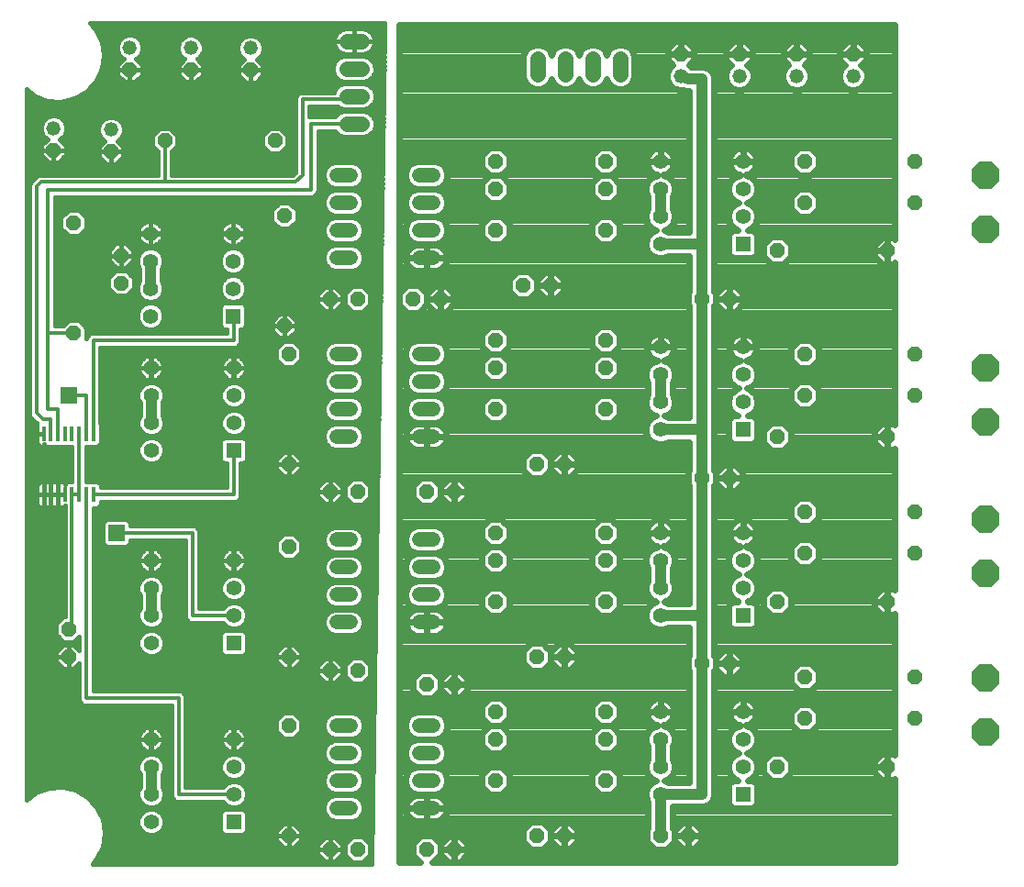
<source format=gtl>
G75*
G70*
%OFA0B0*%
%FSLAX24Y24*%
%IPPOS*%
%LPD*%
%AMOC8*
5,1,8,0,0,1.08239X$1,22.5*
%
%ADD10OC8,0.0520*%
%ADD11C,0.0520*%
%ADD12OC8,0.1000*%
%ADD13C,0.0520*%
%ADD14R,0.0550X0.0550*%
%ADD15C,0.0550*%
%ADD16R,0.0140X0.0580*%
%ADD17C,0.0560*%
%ADD18C,0.0400*%
%ADD19C,0.0240*%
%ADD20C,0.0120*%
%ADD21C,0.0160*%
%ADD22R,0.0591X0.0591*%
D10*
X002000Y008000D03*
X002000Y009000D03*
X010000Y008000D03*
X011500Y007500D03*
X012500Y007500D03*
X015000Y007000D03*
X016000Y007000D03*
X017500Y006000D03*
X017500Y005000D03*
X017500Y003500D03*
X019000Y001500D03*
X020000Y001500D03*
X021500Y003500D03*
X021500Y005000D03*
X021500Y006000D03*
X020000Y008000D03*
X019000Y008000D03*
X017500Y010000D03*
X017500Y011500D03*
X017500Y012500D03*
X016000Y014000D03*
X015000Y014000D03*
X012500Y014000D03*
X011500Y014000D03*
X010000Y015000D03*
X010000Y012000D03*
X010000Y005500D03*
X010000Y001500D03*
X011500Y001000D03*
X012500Y001000D03*
X015000Y001000D03*
X016000Y001000D03*
X023500Y001500D03*
X024500Y001500D03*
X027750Y004000D03*
X028750Y005750D03*
X028750Y007250D03*
X026000Y007750D03*
X025000Y007750D03*
X027750Y010000D03*
X028750Y011750D03*
X028750Y013250D03*
X026000Y014500D03*
X025000Y014500D03*
X027750Y016000D03*
X028750Y017500D03*
X028750Y019000D03*
X026000Y021000D03*
X025000Y021000D03*
X027750Y022750D03*
X028750Y024500D03*
X028750Y026000D03*
X031750Y022750D03*
X032750Y024500D03*
X032750Y026000D03*
X030500Y029900D03*
X028450Y029900D03*
X026370Y029900D03*
X024250Y029900D03*
X021500Y026000D03*
X021500Y025000D03*
X021500Y023500D03*
X019500Y021500D03*
X018500Y021500D03*
X017500Y019500D03*
X017500Y018500D03*
X017500Y017000D03*
X019000Y015000D03*
X020000Y015000D03*
X021500Y017000D03*
X021500Y018500D03*
X021500Y019500D03*
X017500Y023500D03*
X017500Y025000D03*
X017500Y026000D03*
X015500Y021000D03*
X014500Y021000D03*
X012500Y021000D03*
X011500Y021000D03*
X009838Y020031D03*
X010000Y019000D03*
X009838Y024031D03*
X009500Y026750D03*
X008620Y029316D03*
X006438Y029323D03*
X004227Y029329D03*
X005500Y026750D03*
X003546Y026352D03*
X001459Y026407D03*
X002190Y023760D03*
X003907Y022577D03*
X003907Y021577D03*
X002190Y019760D03*
X021500Y012500D03*
X021500Y011500D03*
X021500Y010000D03*
X031750Y010000D03*
X032750Y011750D03*
X032750Y013250D03*
X031750Y016000D03*
X032750Y017500D03*
X032750Y019000D03*
X032750Y007250D03*
X032750Y005750D03*
X031750Y004000D03*
D11*
X003546Y027152D03*
X001459Y027207D03*
X004227Y030129D03*
X006438Y030123D03*
X008620Y030116D03*
X024250Y029100D03*
X026370Y029100D03*
X028450Y029100D03*
X030500Y029100D03*
D12*
X035303Y025484D03*
X035303Y023516D03*
X035303Y018484D03*
X035303Y016516D03*
X035303Y012984D03*
X035303Y011016D03*
X035303Y007234D03*
X035303Y005266D03*
D13*
X015260Y005500D02*
X014740Y005500D01*
X014740Y004500D02*
X015260Y004500D01*
X015260Y003500D02*
X014740Y003500D01*
X014740Y002500D02*
X015260Y002500D01*
X012260Y002500D02*
X011740Y002500D01*
X011740Y003500D02*
X012260Y003500D01*
X012260Y004500D02*
X011740Y004500D01*
X011740Y005500D02*
X012260Y005500D01*
X012260Y009250D02*
X011740Y009250D01*
X011740Y010250D02*
X012260Y010250D01*
X012260Y011250D02*
X011740Y011250D01*
X011740Y012250D02*
X012260Y012250D01*
X014740Y012250D02*
X015260Y012250D01*
X015260Y011250D02*
X014740Y011250D01*
X014740Y010250D02*
X015260Y010250D01*
X015260Y009250D02*
X014740Y009250D01*
X014740Y016000D02*
X015260Y016000D01*
X015260Y017000D02*
X014740Y017000D01*
X014740Y018000D02*
X015260Y018000D01*
X015260Y019000D02*
X014740Y019000D01*
X012260Y019000D02*
X011740Y019000D01*
X011740Y018000D02*
X012260Y018000D01*
X012260Y017000D02*
X011740Y017000D01*
X011740Y016000D02*
X012260Y016000D01*
X012260Y022500D02*
X011740Y022500D01*
X011740Y023500D02*
X012260Y023500D01*
X012260Y024500D02*
X011740Y024500D01*
X011740Y025500D02*
X012260Y025500D01*
X014740Y025500D02*
X015260Y025500D01*
X015260Y024500D02*
X014740Y024500D01*
X014740Y023500D02*
X015260Y023500D01*
X015260Y022500D02*
X014740Y022500D01*
D14*
X007977Y020382D03*
X008000Y015500D03*
X008000Y008500D03*
X008000Y002000D03*
X026500Y003000D03*
X026500Y009500D03*
X026500Y016250D03*
X026500Y023000D03*
D15*
X026500Y024000D03*
X026500Y025000D03*
X026500Y026000D03*
X023500Y026000D03*
X023500Y025000D03*
X023500Y024000D03*
X023500Y023000D03*
X023500Y019250D03*
X023500Y018250D03*
X023500Y017250D03*
X023500Y016250D03*
X026500Y017250D03*
X026500Y018250D03*
X026500Y019250D03*
X026500Y012500D03*
X026500Y011500D03*
X026500Y010500D03*
X023500Y010500D03*
X023500Y009500D03*
X023500Y011500D03*
X023500Y012500D03*
X023500Y006000D03*
X023500Y005000D03*
X023500Y004000D03*
X023500Y003000D03*
X026500Y004000D03*
X026500Y005000D03*
X026500Y006000D03*
X008000Y005000D03*
X008000Y004000D03*
X008000Y003000D03*
X005000Y003000D03*
X005000Y002000D03*
X005000Y004000D03*
X005000Y005000D03*
X005000Y008500D03*
X005000Y009500D03*
X005000Y010500D03*
X005000Y011500D03*
X008000Y011500D03*
X008000Y010500D03*
X008000Y009500D03*
X005000Y015500D03*
X005000Y016500D03*
X005000Y017500D03*
X005000Y018500D03*
X004977Y020382D03*
X004977Y021382D03*
X004977Y022382D03*
X004977Y023382D03*
X007977Y023382D03*
X007977Y022382D03*
X007977Y021382D03*
X008000Y018500D03*
X008000Y017500D03*
X008000Y016500D03*
D16*
X002900Y016110D03*
X002640Y016110D03*
X002380Y016110D03*
X002130Y016110D03*
X001870Y016110D03*
X001620Y016110D03*
X001360Y016110D03*
X001100Y016110D03*
X001100Y013890D03*
X001360Y013890D03*
X001620Y013890D03*
X001870Y013890D03*
X002130Y013890D03*
X002380Y013890D03*
X002640Y013890D03*
X002900Y013890D03*
D17*
X012098Y027366D02*
X012658Y027366D01*
X012658Y028366D02*
X012098Y028366D01*
X012098Y029366D02*
X012658Y029366D01*
X012658Y030366D02*
X012098Y030366D01*
X019039Y029724D02*
X019039Y029164D01*
X020039Y029164D02*
X020039Y029724D01*
X021039Y029724D02*
X021039Y029164D01*
X022039Y029164D02*
X022039Y029724D01*
D18*
X024250Y029100D02*
X024500Y029000D01*
X025000Y029000D01*
X025000Y023000D01*
X023500Y023000D01*
X023500Y024000D02*
X023500Y025000D01*
X025000Y023000D02*
X025000Y021000D01*
X025000Y016250D01*
X023500Y016250D01*
X023500Y017250D02*
X023500Y018250D01*
X025000Y016250D02*
X025000Y014500D01*
X025000Y009500D01*
X023500Y009500D01*
X023500Y010500D02*
X023500Y011500D01*
X025000Y009500D02*
X025000Y007750D01*
X025000Y003000D01*
X023500Y003000D01*
X023500Y001500D01*
X023500Y004000D02*
X023500Y005000D01*
X005000Y004000D02*
X005000Y003000D01*
X005000Y009500D02*
X005000Y010500D01*
X005000Y016500D02*
X005000Y017500D01*
X004977Y021382D02*
X004977Y022382D01*
D19*
X014000Y022419D02*
X014267Y022419D01*
X014272Y022388D02*
X014295Y022316D01*
X014329Y022248D01*
X014374Y022187D01*
X014427Y022134D01*
X014488Y022089D01*
X014556Y022055D01*
X014628Y022032D01*
X014702Y022020D01*
X015000Y022020D01*
X015298Y022020D01*
X015372Y022032D01*
X015444Y022055D01*
X015512Y022089D01*
X015573Y022134D01*
X015626Y022187D01*
X015671Y022248D01*
X015705Y022316D01*
X015728Y022388D01*
X015740Y022462D01*
X015740Y022500D01*
X015740Y022538D01*
X015728Y022612D01*
X015705Y022684D01*
X015671Y022752D01*
X015626Y022813D01*
X015573Y022866D01*
X015512Y022911D01*
X015444Y022945D01*
X015372Y022968D01*
X015298Y022980D01*
X015000Y022980D01*
X015000Y022500D01*
X015000Y022500D01*
X015740Y022500D01*
X015000Y022500D01*
X015000Y022500D01*
X015000Y022980D01*
X014702Y022980D01*
X014628Y022968D01*
X014556Y022945D01*
X014488Y022911D01*
X014427Y022866D01*
X014374Y022813D01*
X014329Y022752D01*
X014295Y022684D01*
X014272Y022612D01*
X014260Y022538D01*
X014260Y022500D01*
X015000Y022500D01*
X015000Y022020D01*
X015000Y022500D01*
X015000Y022500D01*
X015000Y022500D01*
X014260Y022500D01*
X014260Y022462D01*
X014272Y022388D01*
X014381Y022181D02*
X014000Y022181D01*
X014000Y021942D02*
X018235Y021942D01*
X018293Y022000D02*
X018000Y021707D01*
X018000Y021293D01*
X018293Y021000D01*
X018707Y021000D01*
X019000Y021293D01*
X019000Y021707D01*
X018707Y022000D01*
X018293Y022000D01*
X018000Y021704D02*
X014000Y021704D01*
X014000Y021465D02*
X014258Y021465D01*
X014293Y021500D02*
X014000Y021207D01*
X014000Y020793D01*
X014293Y020500D01*
X014707Y020500D01*
X015000Y020793D01*
X015000Y021207D01*
X014707Y021500D01*
X014293Y021500D01*
X014019Y021227D02*
X014000Y021227D01*
X014000Y020750D02*
X014043Y020750D01*
X014000Y020511D02*
X014282Y020511D01*
X014000Y020273D02*
X024560Y020273D01*
X024560Y020511D02*
X014718Y020511D01*
X014957Y020750D02*
X015072Y020750D01*
X015020Y020801D02*
X015301Y020520D01*
X015500Y020520D01*
X015699Y020520D01*
X015980Y020801D01*
X015980Y021000D01*
X015980Y021199D01*
X015699Y021480D01*
X015500Y021480D01*
X015500Y021000D01*
X015980Y021000D01*
X015500Y021000D01*
X015500Y021000D01*
X015500Y021000D01*
X015500Y020520D01*
X015500Y021000D01*
X015500Y021000D01*
X015500Y021000D01*
X015020Y021000D01*
X015020Y021199D01*
X015301Y021480D01*
X015500Y021480D01*
X015500Y021000D01*
X015020Y021000D01*
X015020Y020801D01*
X015020Y020988D02*
X015000Y020988D01*
X014981Y021227D02*
X015048Y021227D01*
X015286Y021465D02*
X014742Y021465D01*
X015500Y021465D02*
X015500Y021465D01*
X015714Y021465D02*
X018000Y021465D01*
X018066Y021227D02*
X015952Y021227D01*
X015980Y020988D02*
X024500Y020988D01*
X024500Y020793D02*
X024560Y020733D01*
X024560Y016690D01*
X023784Y016690D01*
X023639Y016750D01*
X023792Y016813D01*
X023937Y016958D01*
X024015Y017148D01*
X024015Y017352D01*
X023940Y017534D01*
X023940Y017966D01*
X024015Y018148D01*
X024015Y018352D01*
X023937Y018542D01*
X023792Y018687D01*
X023602Y018765D01*
X023616Y018767D01*
X023690Y018791D01*
X023759Y018827D01*
X023822Y018872D01*
X023878Y018928D01*
X023923Y018991D01*
X023959Y019060D01*
X023983Y019134D01*
X023995Y019211D01*
X023995Y019250D01*
X023995Y019289D01*
X023983Y019366D01*
X023959Y019440D01*
X023923Y019509D01*
X023878Y019572D01*
X023822Y019628D01*
X023759Y019673D01*
X023690Y019709D01*
X023616Y019733D01*
X023539Y019745D01*
X023500Y019745D01*
X023500Y019250D01*
X023500Y019250D01*
X023995Y019250D01*
X023500Y019250D01*
X023500Y019250D01*
X023500Y019250D01*
X023005Y019250D01*
X023005Y019289D01*
X023017Y019366D01*
X023041Y019440D01*
X023077Y019509D01*
X023122Y019572D01*
X023178Y019628D01*
X023241Y019673D01*
X023310Y019709D01*
X023384Y019733D01*
X023461Y019745D01*
X023500Y019745D01*
X023500Y019250D01*
X023005Y019250D01*
X023005Y019211D01*
X023017Y019134D01*
X023041Y019060D01*
X023077Y018991D01*
X023122Y018928D01*
X023178Y018872D01*
X023241Y018827D01*
X023310Y018791D01*
X023384Y018767D01*
X023398Y018765D01*
X023398Y018765D01*
X023208Y018687D01*
X023063Y018542D01*
X022985Y018352D01*
X022985Y018148D01*
X023060Y017966D01*
X023060Y017534D01*
X022985Y017352D01*
X022985Y017148D01*
X023063Y016958D01*
X023208Y016813D01*
X023361Y016750D01*
X023208Y016687D01*
X023063Y016542D01*
X022985Y016352D01*
X022985Y016148D01*
X023063Y015958D01*
X023208Y015813D01*
X023398Y015735D01*
X023602Y015735D01*
X023784Y015810D01*
X024560Y015810D01*
X024560Y014767D01*
X024500Y014707D01*
X024500Y014293D01*
X024560Y014233D01*
X024560Y009940D01*
X023784Y009940D01*
X023639Y010000D01*
X023792Y010063D01*
X023937Y010208D01*
X024015Y010398D01*
X024015Y010602D01*
X023940Y010784D01*
X023940Y011216D01*
X024015Y011398D01*
X024015Y011602D01*
X023937Y011792D01*
X023792Y011937D01*
X023602Y012015D01*
X023616Y012017D01*
X023690Y012041D01*
X023759Y012077D01*
X023822Y012122D01*
X023878Y012178D01*
X023923Y012241D01*
X023959Y012310D01*
X023983Y012384D01*
X023995Y012461D01*
X023995Y012500D01*
X023995Y012539D01*
X023983Y012616D01*
X023959Y012690D01*
X023923Y012759D01*
X023878Y012822D01*
X023822Y012878D01*
X023759Y012923D01*
X023690Y012959D01*
X023616Y012983D01*
X023539Y012995D01*
X023500Y012995D01*
X023500Y012500D01*
X023500Y012500D01*
X023995Y012500D01*
X023500Y012500D01*
X023500Y012500D01*
X023500Y012500D01*
X023005Y012500D01*
X023005Y012539D01*
X023017Y012616D01*
X023041Y012690D01*
X023077Y012759D01*
X023122Y012822D01*
X023178Y012878D01*
X023241Y012923D01*
X023310Y012959D01*
X023384Y012983D01*
X023461Y012995D01*
X023500Y012995D01*
X023500Y012500D01*
X023005Y012500D01*
X023005Y012461D01*
X023017Y012384D01*
X023041Y012310D01*
X023077Y012241D01*
X023122Y012178D01*
X023178Y012122D01*
X023241Y012077D01*
X023310Y012041D01*
X023384Y012017D01*
X023398Y012015D01*
X023398Y012015D01*
X023208Y011937D01*
X023063Y011792D01*
X022985Y011602D01*
X022985Y011398D01*
X023060Y011216D01*
X023060Y010784D01*
X022985Y010602D01*
X022985Y010398D01*
X023063Y010208D01*
X023208Y010063D01*
X023361Y010000D01*
X023208Y009937D01*
X023063Y009792D01*
X022985Y009602D01*
X022985Y009398D01*
X023063Y009208D01*
X023208Y009063D01*
X023398Y008985D01*
X023602Y008985D01*
X023784Y009060D01*
X024560Y009060D01*
X024560Y008017D01*
X024500Y007957D01*
X024500Y007543D01*
X024560Y007483D01*
X024560Y003440D01*
X023784Y003440D01*
X023639Y003500D01*
X023792Y003563D01*
X023937Y003708D01*
X024015Y003898D01*
X024015Y004102D01*
X023940Y004284D01*
X023940Y004716D01*
X024015Y004898D01*
X024015Y005102D01*
X023937Y005292D01*
X023792Y005437D01*
X023602Y005515D01*
X023616Y005517D01*
X023690Y005541D01*
X023759Y005577D01*
X023822Y005622D01*
X023878Y005678D01*
X023923Y005741D01*
X023959Y005810D01*
X023983Y005884D01*
X023995Y005961D01*
X023995Y006000D01*
X023995Y006039D01*
X023983Y006116D01*
X023959Y006190D01*
X023923Y006259D01*
X023878Y006322D01*
X023822Y006378D01*
X023759Y006423D01*
X023690Y006459D01*
X023616Y006483D01*
X023539Y006495D01*
X023500Y006495D01*
X023500Y006000D01*
X023500Y006000D01*
X023995Y006000D01*
X023500Y006000D01*
X023500Y006000D01*
X023500Y006000D01*
X023005Y006000D01*
X023005Y006039D01*
X023017Y006116D01*
X023041Y006190D01*
X023077Y006259D01*
X023122Y006322D01*
X023178Y006378D01*
X023241Y006423D01*
X023310Y006459D01*
X023384Y006483D01*
X023461Y006495D01*
X023500Y006495D01*
X023500Y006000D01*
X023005Y006000D01*
X023005Y005961D01*
X023017Y005884D01*
X023041Y005810D01*
X023077Y005741D01*
X023122Y005678D01*
X023178Y005622D01*
X023241Y005577D01*
X023310Y005541D01*
X023384Y005517D01*
X023398Y005515D01*
X023398Y005515D01*
X023208Y005437D01*
X023063Y005292D01*
X022985Y005102D01*
X022985Y004898D01*
X023060Y004716D01*
X023060Y004284D01*
X022985Y004102D01*
X022985Y003898D01*
X023063Y003708D01*
X023208Y003563D01*
X023361Y003500D01*
X023208Y003437D01*
X023063Y003292D01*
X022985Y003102D01*
X022985Y002898D01*
X023060Y002716D01*
X023060Y001767D01*
X023000Y001707D01*
X023000Y001293D01*
X023293Y001000D01*
X023707Y001000D01*
X024000Y001293D01*
X024000Y001707D01*
X023940Y001767D01*
X023940Y002560D01*
X025088Y002560D01*
X025249Y002627D01*
X025373Y002751D01*
X025440Y002912D01*
X025440Y007483D01*
X025500Y007543D01*
X025500Y007957D01*
X025440Y008017D01*
X025440Y014233D01*
X025500Y014293D01*
X025500Y014707D01*
X025440Y014767D01*
X025440Y020733D01*
X025500Y020793D01*
X025500Y021207D01*
X025440Y021267D01*
X025440Y029088D01*
X025373Y029249D01*
X025249Y029373D01*
X025088Y029440D01*
X024617Y029440D01*
X024543Y029514D01*
X024730Y029701D01*
X024730Y029900D01*
X024730Y030099D01*
X024449Y030380D01*
X024250Y030380D01*
X024250Y029900D01*
X024250Y029900D01*
X024730Y029900D01*
X024250Y029900D01*
X024250Y029900D01*
X024250Y029900D01*
X023770Y029900D01*
X023770Y030099D01*
X024051Y030380D01*
X024250Y030380D01*
X024250Y029900D01*
X023770Y029900D01*
X023770Y029701D01*
X023957Y029514D01*
X023826Y029383D01*
X023750Y029199D01*
X023750Y029001D01*
X023826Y028817D01*
X023967Y028676D01*
X024151Y028600D01*
X024315Y028600D01*
X024334Y028592D01*
X024412Y028560D01*
X024415Y028560D01*
X024418Y028559D01*
X024503Y028560D01*
X024560Y028560D01*
X024560Y023440D01*
X023784Y023440D01*
X023639Y023500D01*
X023792Y023563D01*
X023937Y023708D01*
X024015Y023898D01*
X024015Y024102D01*
X023940Y024284D01*
X023940Y024716D01*
X024015Y024898D01*
X024015Y025102D01*
X023937Y025292D01*
X023792Y025437D01*
X023602Y025515D01*
X023616Y025517D01*
X023690Y025541D01*
X023759Y025577D01*
X023822Y025622D01*
X023878Y025678D01*
X023923Y025741D01*
X023959Y025810D01*
X023983Y025884D01*
X023995Y025961D01*
X023995Y026000D01*
X023995Y026039D01*
X023983Y026116D01*
X023959Y026190D01*
X023923Y026259D01*
X023878Y026322D01*
X023822Y026378D01*
X023759Y026423D01*
X023690Y026459D01*
X023616Y026483D01*
X023539Y026495D01*
X023500Y026495D01*
X023500Y026000D01*
X023995Y026000D01*
X023500Y026000D01*
X023500Y026000D01*
X023500Y026000D01*
X023500Y026000D01*
X023005Y026000D01*
X023005Y026039D01*
X023017Y026116D01*
X023041Y026190D01*
X023077Y026259D01*
X023122Y026322D01*
X023178Y026378D01*
X023241Y026423D01*
X023310Y026459D01*
X023384Y026483D01*
X023461Y026495D01*
X023500Y026495D01*
X023500Y026000D01*
X023005Y026000D01*
X023005Y025961D01*
X023017Y025884D01*
X023041Y025810D01*
X023077Y025741D01*
X023122Y025678D01*
X023178Y025622D01*
X023241Y025577D01*
X023310Y025541D01*
X023384Y025517D01*
X023398Y025515D01*
X023398Y025515D01*
X023208Y025437D01*
X023063Y025292D01*
X022985Y025102D01*
X022985Y024898D01*
X023060Y024716D01*
X023060Y024284D01*
X022985Y024102D01*
X022985Y023898D01*
X023063Y023708D01*
X023208Y023563D01*
X023361Y023500D01*
X023208Y023437D01*
X023063Y023292D01*
X022985Y023102D01*
X022985Y022898D01*
X023063Y022708D01*
X023208Y022563D01*
X023398Y022485D01*
X023602Y022485D01*
X023784Y022560D01*
X024560Y022560D01*
X024560Y021267D01*
X024500Y021207D01*
X024500Y020793D01*
X024543Y020750D02*
X015928Y020750D01*
X015500Y020750D02*
X015500Y020750D01*
X015500Y020988D02*
X015500Y020988D01*
X015500Y021227D02*
X015500Y021227D01*
X015619Y022181D02*
X024560Y022181D01*
X024560Y022419D02*
X015733Y022419D01*
X015714Y022658D02*
X023114Y022658D01*
X022986Y022896D02*
X015532Y022896D01*
X015543Y023076D02*
X015684Y023217D01*
X015760Y023401D01*
X015760Y023599D01*
X015684Y023783D01*
X015543Y023924D01*
X015359Y024000D01*
X015543Y024076D01*
X015684Y024217D01*
X015760Y024401D01*
X015760Y024599D01*
X015684Y024783D01*
X015543Y024924D01*
X015359Y025000D01*
X015543Y025076D01*
X015684Y025217D01*
X015760Y025401D01*
X015760Y025599D01*
X015684Y025783D01*
X015543Y025924D01*
X015359Y026000D01*
X014641Y026000D01*
X014457Y025924D01*
X014316Y025783D01*
X014240Y025599D01*
X014240Y025401D01*
X014316Y025217D01*
X014457Y025076D01*
X014641Y025000D01*
X015359Y025000D01*
X014641Y025000D01*
X014457Y024924D01*
X014316Y024783D01*
X014240Y024599D01*
X014240Y024401D01*
X014316Y024217D01*
X014457Y024076D01*
X014641Y024000D01*
X015359Y024000D01*
X014641Y024000D01*
X014457Y023924D01*
X014316Y023783D01*
X014240Y023599D01*
X014240Y023401D01*
X014316Y023217D01*
X014457Y023076D01*
X014641Y023000D01*
X015359Y023000D01*
X015543Y023076D01*
X015602Y023135D02*
X017158Y023135D01*
X017293Y023000D02*
X017000Y023293D01*
X017000Y023707D01*
X017293Y024000D01*
X017707Y024000D01*
X018000Y023707D01*
X018000Y023293D01*
X017707Y023000D01*
X017293Y023000D01*
X017000Y023373D02*
X015749Y023373D01*
X015755Y023612D02*
X017000Y023612D01*
X017143Y023850D02*
X015617Y023850D01*
X015556Y024089D02*
X022985Y024089D01*
X023005Y023850D02*
X021857Y023850D01*
X022000Y023707D02*
X021707Y024000D01*
X021293Y024000D01*
X021000Y023707D01*
X021000Y023293D01*
X021293Y023000D01*
X021707Y023000D01*
X022000Y023293D01*
X022000Y023707D01*
X022000Y023612D02*
X023160Y023612D01*
X023145Y023373D02*
X022000Y023373D01*
X021842Y023135D02*
X022998Y023135D01*
X023840Y023612D02*
X024560Y023612D01*
X024560Y023850D02*
X023995Y023850D01*
X024015Y024089D02*
X024560Y024089D01*
X024560Y024327D02*
X023940Y024327D01*
X023940Y024566D02*
X024560Y024566D01*
X024560Y024804D02*
X023976Y024804D01*
X024015Y025043D02*
X024560Y025043D01*
X024560Y025281D02*
X023941Y025281D01*
X023623Y025520D02*
X024560Y025520D01*
X024560Y025758D02*
X023932Y025758D01*
X023995Y025997D02*
X024560Y025997D01*
X024560Y026235D02*
X023936Y026235D01*
X023644Y026474D02*
X024560Y026474D01*
X024560Y026712D02*
X014000Y026712D01*
X014000Y026474D02*
X017266Y026474D01*
X017293Y026500D02*
X017000Y026207D01*
X017000Y025793D01*
X017293Y025500D01*
X017707Y025500D01*
X018000Y025793D01*
X018000Y026207D01*
X017707Y026500D01*
X017293Y026500D01*
X017028Y026235D02*
X014000Y026235D01*
X014000Y025997D02*
X014632Y025997D01*
X014306Y025758D02*
X014000Y025758D01*
X014000Y025520D02*
X014240Y025520D01*
X014290Y025281D02*
X014000Y025281D01*
X014000Y025043D02*
X014538Y025043D01*
X014337Y024804D02*
X014000Y024804D01*
X014000Y024566D02*
X014240Y024566D01*
X014270Y024327D02*
X014000Y024327D01*
X014000Y024089D02*
X014444Y024089D01*
X014383Y023850D02*
X014000Y023850D01*
X014000Y023612D02*
X014245Y023612D01*
X014251Y023373D02*
X014000Y023373D01*
X014000Y023135D02*
X014398Y023135D01*
X014468Y022896D02*
X014000Y022896D01*
X014000Y022658D02*
X014286Y022658D01*
X015000Y022658D02*
X015000Y022658D01*
X015000Y022896D02*
X015000Y022896D01*
X015000Y022419D02*
X015000Y022419D01*
X015000Y022181D02*
X015000Y022181D01*
X015730Y024327D02*
X023060Y024327D01*
X023060Y024566D02*
X021773Y024566D01*
X021707Y024500D02*
X022000Y024793D01*
X022000Y025207D01*
X021707Y025500D01*
X021293Y025500D01*
X021000Y025207D01*
X021000Y024793D01*
X021293Y024500D01*
X021707Y024500D01*
X022000Y024804D02*
X023024Y024804D01*
X022985Y025043D02*
X022000Y025043D01*
X021926Y025281D02*
X023059Y025281D01*
X023377Y025520D02*
X021727Y025520D01*
X021707Y025500D02*
X022000Y025793D01*
X022000Y026207D01*
X021707Y026500D01*
X021293Y026500D01*
X021000Y026207D01*
X021000Y025793D01*
X021293Y025500D01*
X021707Y025500D01*
X021965Y025758D02*
X023068Y025758D01*
X023005Y025997D02*
X022000Y025997D01*
X021972Y026235D02*
X023064Y026235D01*
X023356Y026474D02*
X021734Y026474D01*
X021266Y026474D02*
X017734Y026474D01*
X017972Y026235D02*
X021028Y026235D01*
X021000Y025997D02*
X018000Y025997D01*
X017965Y025758D02*
X021035Y025758D01*
X021273Y025520D02*
X017727Y025520D01*
X017707Y025500D02*
X017293Y025500D01*
X017000Y025207D01*
X017000Y024793D01*
X017293Y024500D01*
X017707Y024500D01*
X018000Y024793D01*
X018000Y025207D01*
X017707Y025500D01*
X017926Y025281D02*
X021074Y025281D01*
X021000Y025043D02*
X018000Y025043D01*
X018000Y024804D02*
X021000Y024804D01*
X021227Y024566D02*
X017773Y024566D01*
X017227Y024566D02*
X015760Y024566D01*
X015663Y024804D02*
X017000Y024804D01*
X017000Y025043D02*
X015462Y025043D01*
X015710Y025281D02*
X017074Y025281D01*
X017273Y025520D02*
X015760Y025520D01*
X015694Y025758D02*
X017035Y025758D01*
X017000Y025997D02*
X015368Y025997D01*
X014000Y026951D02*
X024560Y026951D01*
X024560Y027189D02*
X014000Y027189D01*
X014000Y027428D02*
X024560Y027428D01*
X024560Y027666D02*
X014000Y027666D01*
X014000Y027905D02*
X024560Y027905D01*
X024560Y028143D02*
X014000Y028143D01*
X014000Y028382D02*
X024560Y028382D01*
X024102Y028620D02*
X014000Y028620D01*
X014000Y028859D02*
X018609Y028859D01*
X018598Y028869D02*
X018744Y028723D01*
X018936Y028644D01*
X019142Y028644D01*
X019334Y028723D01*
X019480Y028869D01*
X019539Y029012D01*
X019598Y028869D01*
X019744Y028723D01*
X019936Y028644D01*
X020142Y028644D01*
X020334Y028723D01*
X020480Y028869D01*
X020539Y029012D01*
X020598Y028869D01*
X020744Y028723D01*
X020936Y028644D01*
X021142Y028644D01*
X021334Y028723D01*
X021480Y028869D01*
X021539Y029012D01*
X021598Y028869D01*
X021744Y028723D01*
X021936Y028644D01*
X022142Y028644D01*
X022334Y028723D01*
X022480Y028869D01*
X022559Y029061D01*
X022559Y029827D01*
X022480Y030019D01*
X022334Y030165D01*
X022142Y030244D01*
X021936Y030244D01*
X021744Y030165D01*
X021598Y030019D01*
X021539Y029876D01*
X021480Y030019D01*
X021334Y030165D01*
X021142Y030244D01*
X020936Y030244D01*
X020744Y030165D01*
X020598Y030019D01*
X020539Y029876D01*
X020480Y030019D01*
X020334Y030165D01*
X020142Y030244D01*
X019936Y030244D01*
X019744Y030165D01*
X019598Y030019D01*
X019539Y029876D01*
X019480Y030019D01*
X019334Y030165D01*
X019142Y030244D01*
X018936Y030244D01*
X018744Y030165D01*
X018598Y030019D01*
X018519Y029827D01*
X018519Y029061D01*
X018598Y028869D01*
X018519Y029097D02*
X014000Y029097D01*
X014000Y029336D02*
X018519Y029336D01*
X018519Y029574D02*
X014000Y029574D01*
X014000Y029813D02*
X018519Y029813D01*
X018631Y030051D02*
X014000Y030051D01*
X014000Y030290D02*
X023961Y030290D01*
X024250Y030290D02*
X024250Y030290D01*
X024250Y030051D02*
X024250Y030051D01*
X024539Y030290D02*
X026081Y030290D01*
X026171Y030380D02*
X025890Y030099D01*
X025890Y029900D01*
X026370Y029900D01*
X026370Y029900D01*
X026370Y030380D01*
X026569Y030380D01*
X026850Y030099D01*
X026850Y029900D01*
X026370Y029900D01*
X026370Y029900D01*
X026370Y029900D01*
X026370Y030380D01*
X026171Y030380D01*
X026370Y030290D02*
X026370Y030290D01*
X026370Y030051D02*
X026370Y030051D01*
X026370Y029900D02*
X025890Y029900D01*
X025890Y029701D01*
X026077Y029514D01*
X025946Y029383D01*
X025870Y029199D01*
X025870Y029001D01*
X025946Y028817D01*
X026087Y028676D01*
X026271Y028600D01*
X026469Y028600D01*
X026653Y028676D01*
X026794Y028817D01*
X026870Y029001D01*
X026870Y029199D01*
X026794Y029383D01*
X026663Y029514D01*
X026850Y029701D01*
X026850Y029900D01*
X026370Y029900D01*
X026723Y029574D02*
X028097Y029574D01*
X028157Y029514D02*
X027970Y029701D01*
X027970Y029900D01*
X028450Y029900D01*
X028450Y029900D01*
X028450Y030380D01*
X028649Y030380D01*
X028930Y030099D01*
X028930Y029900D01*
X028450Y029900D01*
X028450Y029900D01*
X028450Y029900D01*
X028450Y030380D01*
X028251Y030380D01*
X027970Y030099D01*
X027970Y029900D01*
X028450Y029900D01*
X028930Y029900D01*
X028930Y029701D01*
X028743Y029514D01*
X028874Y029383D01*
X028950Y029199D01*
X028950Y029001D01*
X028874Y028817D01*
X028733Y028676D01*
X028549Y028600D01*
X028351Y028600D01*
X028167Y028676D01*
X028026Y028817D01*
X027950Y029001D01*
X027950Y029199D01*
X028026Y029383D01*
X028157Y029514D01*
X028006Y029336D02*
X026814Y029336D01*
X026870Y029097D02*
X027950Y029097D01*
X028009Y028859D02*
X026811Y028859D01*
X026518Y028620D02*
X028302Y028620D01*
X028598Y028620D02*
X030352Y028620D01*
X030401Y028600D02*
X030599Y028600D01*
X030783Y028676D01*
X030924Y028817D01*
X031000Y029001D01*
X031000Y029199D01*
X030924Y029383D01*
X030793Y029514D01*
X030980Y029701D01*
X030980Y029900D01*
X030980Y030099D01*
X030699Y030380D01*
X030500Y030380D01*
X030500Y029900D01*
X030500Y029900D01*
X030980Y029900D01*
X030500Y029900D01*
X030500Y029900D01*
X030500Y029900D01*
X030020Y029900D01*
X030020Y030099D01*
X030301Y030380D01*
X030500Y030380D01*
X030500Y029900D01*
X030020Y029900D01*
X030020Y029701D01*
X030207Y029514D01*
X030076Y029383D01*
X030000Y029199D01*
X030000Y029001D01*
X030076Y028817D01*
X030217Y028676D01*
X030401Y028600D01*
X030648Y028620D02*
X032000Y028620D01*
X032000Y028382D02*
X025440Y028382D01*
X025440Y028620D02*
X026222Y028620D01*
X025929Y028859D02*
X025440Y028859D01*
X025436Y029097D02*
X025870Y029097D01*
X025926Y029336D02*
X025287Y029336D01*
X024730Y029813D02*
X025890Y029813D01*
X025890Y030051D02*
X024730Y030051D01*
X024603Y029574D02*
X026017Y029574D01*
X026850Y029813D02*
X027970Y029813D01*
X027970Y030051D02*
X026850Y030051D01*
X026659Y030290D02*
X028161Y030290D01*
X028450Y030290D02*
X028450Y030290D01*
X028450Y030051D02*
X028450Y030051D01*
X028739Y030290D02*
X030211Y030290D01*
X030500Y030290D02*
X030500Y030290D01*
X030500Y030051D02*
X030500Y030051D01*
X030789Y030290D02*
X032000Y030290D01*
X032000Y030528D02*
X014000Y030528D01*
X014000Y030767D02*
X032000Y030767D01*
X032000Y030976D02*
X032000Y023179D01*
X031949Y023230D01*
X031750Y023230D01*
X031750Y022750D01*
X031750Y022750D01*
X031750Y022270D01*
X031949Y022270D01*
X032000Y022321D01*
X032000Y016429D01*
X031949Y016480D01*
X031750Y016480D01*
X031750Y016000D01*
X031750Y016000D01*
X031750Y015520D01*
X031949Y015520D01*
X032000Y015571D01*
X032000Y010429D01*
X031949Y010480D01*
X031750Y010480D01*
X031750Y010000D01*
X031750Y010000D01*
X031750Y009520D01*
X031949Y009520D01*
X032000Y009571D01*
X032000Y004429D01*
X031949Y004480D01*
X031750Y004480D01*
X031750Y004000D01*
X031750Y004000D01*
X031750Y004480D01*
X031551Y004480D01*
X031270Y004199D01*
X031270Y004000D01*
X031750Y004000D01*
X031750Y003520D01*
X031949Y003520D01*
X032000Y003571D01*
X032000Y000520D01*
X015227Y000520D01*
X015500Y000793D01*
X015500Y001207D01*
X015207Y001500D01*
X014793Y001500D01*
X014500Y001207D01*
X014500Y000793D01*
X014773Y000520D01*
X014000Y000520D01*
X014000Y030976D01*
X032000Y030976D01*
X032000Y030051D02*
X030980Y030051D01*
X030980Y029813D02*
X032000Y029813D01*
X032000Y029574D02*
X030853Y029574D01*
X030944Y029336D02*
X032000Y029336D01*
X032000Y029097D02*
X031000Y029097D01*
X030941Y028859D02*
X032000Y028859D01*
X032000Y028143D02*
X025440Y028143D01*
X025440Y027905D02*
X032000Y027905D01*
X032000Y027666D02*
X025440Y027666D01*
X025440Y027428D02*
X032000Y027428D01*
X032000Y027189D02*
X025440Y027189D01*
X025440Y026951D02*
X032000Y026951D01*
X032000Y026712D02*
X025440Y026712D01*
X025440Y026474D02*
X026356Y026474D01*
X026384Y026483D02*
X026310Y026459D01*
X026241Y026423D01*
X026178Y026378D01*
X026122Y026322D01*
X026077Y026259D01*
X026041Y026190D01*
X026017Y026116D01*
X026005Y026039D01*
X026005Y026000D01*
X026500Y026000D01*
X026995Y026000D01*
X026995Y026039D01*
X026983Y026116D01*
X026959Y026190D01*
X026923Y026259D01*
X026878Y026322D01*
X026822Y026378D01*
X026759Y026423D01*
X026690Y026459D01*
X026616Y026483D01*
X026539Y026495D01*
X026500Y026495D01*
X026500Y026000D01*
X026500Y026000D01*
X026500Y026000D01*
X026995Y026000D01*
X026995Y025961D01*
X026983Y025884D01*
X026959Y025810D01*
X026923Y025741D01*
X026878Y025678D01*
X026822Y025622D01*
X026759Y025577D01*
X026690Y025541D01*
X026616Y025517D01*
X026602Y025515D01*
X026602Y025515D01*
X026792Y025437D01*
X026937Y025292D01*
X027015Y025102D01*
X027015Y024898D01*
X026937Y024708D01*
X026792Y024563D01*
X026639Y024500D01*
X026792Y024437D01*
X026937Y024292D01*
X027015Y024102D01*
X027015Y023898D01*
X026937Y023708D01*
X026792Y023563D01*
X026675Y023515D01*
X026823Y023515D01*
X026911Y023478D01*
X026978Y023411D01*
X027015Y023323D01*
X027015Y022677D01*
X026978Y022589D01*
X026911Y022522D01*
X026823Y022485D01*
X026177Y022485D01*
X026089Y022522D01*
X026022Y022589D01*
X025985Y022677D01*
X025985Y023323D01*
X026022Y023411D01*
X026089Y023478D01*
X026177Y023515D01*
X026325Y023515D01*
X026208Y023563D01*
X026063Y023708D01*
X025985Y023898D01*
X025985Y024102D01*
X026063Y024292D01*
X026208Y024437D01*
X026361Y024500D01*
X026208Y024563D01*
X026063Y024708D01*
X025985Y024898D01*
X025985Y025102D01*
X026063Y025292D01*
X026208Y025437D01*
X026398Y025515D01*
X026398Y025515D01*
X026384Y025517D01*
X026310Y025541D01*
X026241Y025577D01*
X026178Y025622D01*
X026122Y025678D01*
X026077Y025741D01*
X026041Y025810D01*
X026017Y025884D01*
X026005Y025961D01*
X026005Y026000D01*
X026500Y026000D01*
X026500Y026000D01*
X026500Y026495D01*
X026461Y026495D01*
X026384Y026483D01*
X026500Y026474D02*
X026500Y026474D01*
X026644Y026474D02*
X028516Y026474D01*
X028543Y026500D02*
X028250Y026207D01*
X028250Y025793D01*
X028543Y025500D01*
X028957Y025500D01*
X029250Y025793D01*
X029250Y026207D01*
X028957Y026500D01*
X028543Y026500D01*
X028278Y026235D02*
X026936Y026235D01*
X026995Y025997D02*
X028250Y025997D01*
X028285Y025758D02*
X026932Y025758D01*
X026623Y025520D02*
X028523Y025520D01*
X028977Y025520D02*
X032000Y025520D01*
X032000Y025758D02*
X029215Y025758D01*
X029250Y025997D02*
X032000Y025997D01*
X032000Y026235D02*
X029222Y026235D01*
X028984Y026474D02*
X032000Y026474D01*
X032000Y025281D02*
X026941Y025281D01*
X027015Y025043D02*
X032000Y025043D01*
X032000Y024804D02*
X029153Y024804D01*
X029250Y024707D02*
X028957Y025000D01*
X028543Y025000D01*
X028250Y024707D01*
X028250Y024293D01*
X028543Y024000D01*
X028957Y024000D01*
X029250Y024293D01*
X029250Y024707D01*
X029250Y024566D02*
X032000Y024566D01*
X032000Y024327D02*
X029250Y024327D01*
X029046Y024089D02*
X032000Y024089D01*
X032000Y023850D02*
X026995Y023850D01*
X027015Y024089D02*
X028454Y024089D01*
X028250Y024327D02*
X026901Y024327D01*
X026794Y024566D02*
X028250Y024566D01*
X028347Y024804D02*
X026976Y024804D01*
X026206Y024566D02*
X025440Y024566D01*
X025440Y024804D02*
X026024Y024804D01*
X025985Y025043D02*
X025440Y025043D01*
X025440Y025281D02*
X026059Y025281D01*
X026377Y025520D02*
X025440Y025520D01*
X025440Y025758D02*
X026068Y025758D01*
X026005Y025997D02*
X025440Y025997D01*
X025440Y026235D02*
X026064Y026235D01*
X026500Y026235D02*
X026500Y026235D01*
X026099Y024327D02*
X025440Y024327D01*
X025440Y024089D02*
X025985Y024089D01*
X026005Y023850D02*
X025440Y023850D01*
X025440Y023612D02*
X026160Y023612D01*
X026006Y023373D02*
X025440Y023373D01*
X025440Y023135D02*
X025985Y023135D01*
X025985Y022896D02*
X025440Y022896D01*
X025440Y022658D02*
X025993Y022658D01*
X025440Y022419D02*
X027374Y022419D01*
X027250Y022543D02*
X027250Y022957D01*
X027543Y023250D01*
X027957Y023250D01*
X028250Y022957D01*
X028250Y022543D01*
X027957Y022250D01*
X027543Y022250D01*
X027250Y022543D01*
X027250Y022658D02*
X027007Y022658D01*
X027015Y022896D02*
X027250Y022896D01*
X027427Y023135D02*
X027015Y023135D01*
X026994Y023373D02*
X032000Y023373D01*
X032000Y023612D02*
X026840Y023612D01*
X028073Y023135D02*
X031456Y023135D01*
X031551Y023230D02*
X031270Y022949D01*
X031270Y022750D01*
X031750Y022750D01*
X031750Y022750D01*
X031750Y022750D01*
X031750Y023230D01*
X031551Y023230D01*
X031750Y023135D02*
X031750Y023135D01*
X031750Y022896D02*
X031750Y022896D01*
X031750Y022750D02*
X031270Y022750D01*
X031270Y022551D01*
X031551Y022270D01*
X031750Y022270D01*
X031750Y022750D01*
X031750Y022658D02*
X031750Y022658D01*
X031750Y022419D02*
X031750Y022419D01*
X032000Y022181D02*
X025440Y022181D01*
X025440Y021942D02*
X032000Y021942D01*
X032000Y021704D02*
X025440Y021704D01*
X025440Y021465D02*
X025786Y021465D01*
X025801Y021480D02*
X025520Y021199D01*
X025520Y021000D01*
X026000Y021000D01*
X026480Y021000D01*
X026480Y021199D01*
X026199Y021480D01*
X026000Y021480D01*
X026000Y021000D01*
X026000Y021000D01*
X026000Y021000D01*
X026480Y021000D01*
X026480Y020801D01*
X026199Y020520D01*
X026000Y020520D01*
X026000Y021000D01*
X026000Y021000D01*
X026000Y021000D01*
X026000Y021480D01*
X025801Y021480D01*
X026000Y021465D02*
X026000Y021465D01*
X026214Y021465D02*
X032000Y021465D01*
X032000Y021227D02*
X026452Y021227D01*
X026480Y020988D02*
X032000Y020988D01*
X032000Y020750D02*
X026428Y020750D01*
X026000Y020750D02*
X026000Y020750D01*
X026000Y020520D02*
X026000Y021000D01*
X025520Y021000D01*
X025520Y020801D01*
X025801Y020520D01*
X026000Y020520D01*
X026000Y020988D02*
X026000Y020988D01*
X026000Y021227D02*
X026000Y021227D01*
X025548Y021227D02*
X025481Y021227D01*
X025500Y020988D02*
X025520Y020988D01*
X025572Y020750D02*
X025457Y020750D01*
X025440Y020511D02*
X032000Y020511D01*
X032000Y020273D02*
X025440Y020273D01*
X025440Y020034D02*
X032000Y020034D01*
X032000Y019796D02*
X025440Y019796D01*
X025440Y019557D02*
X026111Y019557D01*
X026122Y019572D02*
X026077Y019509D01*
X026041Y019440D01*
X026017Y019366D01*
X026005Y019289D01*
X026005Y019250D01*
X026500Y019250D01*
X026995Y019250D01*
X026995Y019289D01*
X026983Y019366D01*
X026959Y019440D01*
X026923Y019509D01*
X026878Y019572D01*
X026822Y019628D01*
X026759Y019673D01*
X026690Y019709D01*
X026616Y019733D01*
X026539Y019745D01*
X026500Y019745D01*
X026500Y019250D01*
X026500Y019250D01*
X026500Y019250D01*
X026995Y019250D01*
X026995Y019211D01*
X026983Y019134D01*
X026959Y019060D01*
X026923Y018991D01*
X026878Y018928D01*
X026822Y018872D01*
X026759Y018827D01*
X026690Y018791D01*
X026616Y018767D01*
X026602Y018765D01*
X026602Y018765D01*
X026792Y018687D01*
X026937Y018542D01*
X027015Y018352D01*
X027015Y018148D01*
X026937Y017958D01*
X026792Y017813D01*
X026639Y017750D01*
X026792Y017687D01*
X026937Y017542D01*
X027015Y017352D01*
X027015Y017148D01*
X026937Y016958D01*
X026792Y016813D01*
X026675Y016765D01*
X026823Y016765D01*
X026911Y016728D01*
X026978Y016661D01*
X027015Y016573D01*
X027015Y015927D01*
X026978Y015839D01*
X026911Y015772D01*
X026823Y015735D01*
X026177Y015735D01*
X026089Y015772D01*
X026022Y015839D01*
X025985Y015927D01*
X025985Y016573D01*
X026022Y016661D01*
X026089Y016728D01*
X026177Y016765D01*
X026325Y016765D01*
X026208Y016813D01*
X026063Y016958D01*
X025985Y017148D01*
X025985Y017352D01*
X026063Y017542D01*
X026208Y017687D01*
X026361Y017750D01*
X026208Y017813D01*
X026063Y017958D01*
X025985Y018148D01*
X025985Y018352D01*
X026063Y018542D01*
X026208Y018687D01*
X026398Y018765D01*
X026398Y018765D01*
X026384Y018767D01*
X026310Y018791D01*
X026241Y018827D01*
X026178Y018872D01*
X026122Y018928D01*
X026077Y018991D01*
X026041Y019060D01*
X026017Y019134D01*
X026005Y019211D01*
X026005Y019250D01*
X026500Y019250D01*
X026500Y019250D01*
X026500Y019745D01*
X026461Y019745D01*
X026384Y019733D01*
X026310Y019709D01*
X026241Y019673D01*
X026178Y019628D01*
X026122Y019572D01*
X026010Y019319D02*
X025440Y019319D01*
X025440Y019080D02*
X026035Y019080D01*
X026220Y018842D02*
X025440Y018842D01*
X025440Y018603D02*
X026125Y018603D01*
X025990Y018365D02*
X025440Y018365D01*
X025440Y018126D02*
X025994Y018126D01*
X026134Y017888D02*
X025440Y017888D01*
X025440Y017649D02*
X026171Y017649D01*
X026009Y017411D02*
X025440Y017411D01*
X025440Y017172D02*
X025985Y017172D01*
X026088Y016934D02*
X025440Y016934D01*
X025440Y016695D02*
X026056Y016695D01*
X025985Y016457D02*
X025440Y016457D01*
X025440Y016218D02*
X025985Y016218D01*
X025985Y015980D02*
X025440Y015980D01*
X025440Y015741D02*
X026163Y015741D01*
X026837Y015741D02*
X027302Y015741D01*
X027250Y015793D02*
X027250Y016207D01*
X027543Y016500D01*
X027957Y016500D01*
X028250Y016207D01*
X028250Y015793D01*
X027957Y015500D01*
X027543Y015500D01*
X027250Y015793D01*
X027250Y015980D02*
X027015Y015980D01*
X027015Y016218D02*
X027261Y016218D01*
X027499Y016457D02*
X027015Y016457D01*
X026944Y016695D02*
X032000Y016695D01*
X032000Y016457D02*
X031972Y016457D01*
X031750Y016457D02*
X031750Y016457D01*
X031750Y016480D02*
X031551Y016480D01*
X031270Y016199D01*
X031270Y016000D01*
X031750Y016000D01*
X031750Y016000D01*
X031750Y016000D01*
X031750Y016480D01*
X031528Y016457D02*
X028001Y016457D01*
X028239Y016218D02*
X031289Y016218D01*
X031270Y016000D02*
X031270Y015801D01*
X031551Y015520D01*
X031750Y015520D01*
X031750Y016000D01*
X031270Y016000D01*
X031270Y015980D02*
X028250Y015980D01*
X028198Y015741D02*
X031330Y015741D01*
X031750Y015741D02*
X031750Y015741D01*
X031750Y015980D02*
X031750Y015980D01*
X031750Y016218D02*
X031750Y016218D01*
X032000Y015503D02*
X027960Y015503D01*
X027540Y015503D02*
X025440Y015503D01*
X025440Y015264D02*
X032000Y015264D01*
X032000Y015026D02*
X025440Y015026D01*
X025440Y014787D02*
X025608Y014787D01*
X025520Y014699D02*
X025801Y014980D01*
X026000Y014980D01*
X026199Y014980D01*
X026480Y014699D01*
X026480Y014500D01*
X026000Y014500D01*
X026000Y014500D01*
X026000Y014500D01*
X026000Y014980D01*
X026000Y014500D01*
X026480Y014500D01*
X026480Y014301D01*
X026199Y014020D01*
X026000Y014020D01*
X026000Y014500D01*
X026000Y014500D01*
X026000Y014500D01*
X025520Y014500D01*
X025520Y014699D01*
X025520Y014549D02*
X025500Y014549D01*
X025520Y014500D02*
X025520Y014301D01*
X025801Y014020D01*
X026000Y014020D01*
X026000Y014500D01*
X025520Y014500D01*
X025520Y014310D02*
X025500Y014310D01*
X025440Y014072D02*
X025750Y014072D01*
X026000Y014072D02*
X026000Y014072D01*
X026000Y014310D02*
X026000Y014310D01*
X026000Y014549D02*
X026000Y014549D01*
X026000Y014787D02*
X026000Y014787D01*
X026392Y014787D02*
X032000Y014787D01*
X032000Y014549D02*
X026480Y014549D01*
X026480Y014310D02*
X032000Y014310D01*
X032000Y014072D02*
X026250Y014072D01*
X025440Y013833D02*
X032000Y013833D01*
X032000Y013595D02*
X029113Y013595D01*
X029250Y013457D02*
X028957Y013750D01*
X028543Y013750D01*
X028250Y013457D01*
X028250Y013043D01*
X028543Y012750D01*
X028957Y012750D01*
X029250Y013043D01*
X029250Y013457D01*
X029250Y013356D02*
X032000Y013356D01*
X032000Y013118D02*
X029250Y013118D01*
X029086Y012879D02*
X032000Y012879D01*
X032000Y012641D02*
X026975Y012641D01*
X026983Y012616D02*
X026959Y012690D01*
X026923Y012759D01*
X026878Y012822D01*
X026822Y012878D01*
X026759Y012923D01*
X026690Y012959D01*
X026616Y012983D01*
X026539Y012995D01*
X026500Y012995D01*
X026500Y012500D01*
X026995Y012500D01*
X026995Y012539D01*
X026983Y012616D01*
X026995Y012500D02*
X026500Y012500D01*
X026500Y012500D01*
X026500Y012500D01*
X026500Y012500D01*
X026005Y012500D01*
X026005Y012539D01*
X026017Y012616D01*
X026041Y012690D01*
X026077Y012759D01*
X026122Y012822D01*
X026178Y012878D01*
X026241Y012923D01*
X026310Y012959D01*
X026384Y012983D01*
X026461Y012995D01*
X026500Y012995D01*
X026500Y012500D01*
X026005Y012500D01*
X026005Y012461D01*
X026017Y012384D01*
X026041Y012310D01*
X026077Y012241D01*
X026122Y012178D01*
X026178Y012122D01*
X026241Y012077D01*
X026310Y012041D01*
X026384Y012017D01*
X026398Y012015D01*
X026398Y012015D01*
X026208Y011937D01*
X026063Y011792D01*
X025985Y011602D01*
X025985Y011398D01*
X026063Y011208D01*
X026208Y011063D01*
X026361Y011000D01*
X026208Y010937D01*
X026063Y010792D01*
X025985Y010602D01*
X025985Y010398D01*
X026063Y010208D01*
X026208Y010063D01*
X026325Y010015D01*
X026177Y010015D01*
X026089Y009978D01*
X026022Y009911D01*
X025985Y009823D01*
X025985Y009177D01*
X026022Y009089D01*
X026089Y009022D01*
X026177Y008985D01*
X026823Y008985D01*
X026911Y009022D01*
X026978Y009089D01*
X027015Y009177D01*
X027015Y009823D01*
X026978Y009911D01*
X026911Y009978D01*
X026823Y010015D01*
X026675Y010015D01*
X026792Y010063D01*
X026937Y010208D01*
X027015Y010398D01*
X027015Y010602D01*
X026937Y010792D01*
X026792Y010937D01*
X026639Y011000D01*
X026792Y011063D01*
X026937Y011208D01*
X027015Y011398D01*
X027015Y011602D01*
X026937Y011792D01*
X026792Y011937D01*
X026602Y012015D01*
X026616Y012017D01*
X026690Y012041D01*
X026759Y012077D01*
X026822Y012122D01*
X026878Y012178D01*
X026923Y012241D01*
X026959Y012310D01*
X026983Y012384D01*
X026995Y012461D01*
X026995Y012500D01*
X026986Y012402D02*
X032000Y012402D01*
X032000Y012164D02*
X029044Y012164D01*
X028957Y012250D02*
X029250Y011957D01*
X029250Y011543D01*
X028957Y011250D01*
X028543Y011250D01*
X028250Y011543D01*
X028250Y011957D01*
X028543Y012250D01*
X028957Y012250D01*
X029250Y011925D02*
X032000Y011925D01*
X032000Y011687D02*
X029250Y011687D01*
X029155Y011448D02*
X032000Y011448D01*
X032000Y011210D02*
X026937Y011210D01*
X027015Y011448D02*
X028345Y011448D01*
X028250Y011687D02*
X026980Y011687D01*
X026803Y011925D02*
X028250Y011925D01*
X028456Y012164D02*
X026864Y012164D01*
X026602Y012015D02*
X026602Y012015D01*
X026197Y011925D02*
X025440Y011925D01*
X025440Y011687D02*
X026020Y011687D01*
X025985Y011448D02*
X025440Y011448D01*
X025440Y011210D02*
X026063Y011210D01*
X026291Y010971D02*
X025440Y010971D01*
X025440Y010733D02*
X026039Y010733D01*
X025985Y010494D02*
X025440Y010494D01*
X025440Y010256D02*
X026044Y010256D01*
X026320Y010017D02*
X025440Y010017D01*
X025440Y009779D02*
X025985Y009779D01*
X025985Y009540D02*
X025440Y009540D01*
X025440Y009302D02*
X025985Y009302D01*
X026048Y009063D02*
X025440Y009063D01*
X025440Y008825D02*
X032000Y008825D01*
X032000Y009063D02*
X026952Y009063D01*
X027015Y009302D02*
X032000Y009302D01*
X032000Y009540D02*
X031969Y009540D01*
X031750Y009540D02*
X031750Y009540D01*
X031750Y009520D02*
X031750Y010000D01*
X031750Y010000D01*
X031750Y010000D01*
X031270Y010000D01*
X031270Y010199D01*
X031551Y010480D01*
X031750Y010480D01*
X031750Y010000D01*
X031270Y010000D01*
X031270Y009801D01*
X031551Y009520D01*
X031750Y009520D01*
X031531Y009540D02*
X027997Y009540D01*
X027957Y009500D02*
X028250Y009793D01*
X028250Y010207D01*
X027957Y010500D01*
X027543Y010500D01*
X027250Y010207D01*
X027250Y009793D01*
X027543Y009500D01*
X027957Y009500D01*
X028236Y009779D02*
X031293Y009779D01*
X031270Y010017D02*
X028250Y010017D01*
X028202Y010256D02*
X031327Y010256D01*
X031750Y010256D02*
X031750Y010256D01*
X031750Y010017D02*
X031750Y010017D01*
X031750Y009779D02*
X031750Y009779D01*
X032000Y010494D02*
X027963Y010494D01*
X027537Y010494D02*
X027015Y010494D01*
X026961Y010733D02*
X032000Y010733D01*
X032000Y010971D02*
X026709Y010971D01*
X026956Y010256D02*
X027298Y010256D01*
X027250Y010017D02*
X026680Y010017D01*
X027015Y009779D02*
X027264Y009779D01*
X027503Y009540D02*
X027015Y009540D01*
X026199Y008230D02*
X026000Y008230D01*
X026000Y007750D01*
X026480Y007750D01*
X026480Y007949D01*
X026199Y008230D01*
X026320Y008109D02*
X032000Y008109D01*
X032000Y007871D02*
X026480Y007871D01*
X026480Y007750D02*
X026000Y007750D01*
X026000Y007750D01*
X026000Y007750D01*
X026000Y007270D01*
X026199Y007270D01*
X026480Y007551D01*
X026480Y007750D01*
X026480Y007632D02*
X028425Y007632D01*
X028543Y007750D02*
X028250Y007457D01*
X028250Y007043D01*
X028543Y006750D01*
X028957Y006750D01*
X029250Y007043D01*
X029250Y007457D01*
X028957Y007750D01*
X028543Y007750D01*
X028250Y007394D02*
X026322Y007394D01*
X026000Y007394D02*
X026000Y007394D01*
X026000Y007270D02*
X025801Y007270D01*
X025520Y007551D01*
X025520Y007750D01*
X026000Y007750D01*
X026000Y007750D01*
X026000Y007750D01*
X026000Y008230D01*
X025801Y008230D01*
X025520Y007949D01*
X025520Y007750D01*
X026000Y007750D01*
X026000Y007270D01*
X025678Y007394D02*
X025440Y007394D01*
X025440Y007155D02*
X028250Y007155D01*
X028376Y006917D02*
X025440Y006917D01*
X025440Y006678D02*
X032000Y006678D01*
X032000Y006440D02*
X026728Y006440D01*
X026759Y006423D02*
X026690Y006459D01*
X026616Y006483D01*
X026539Y006495D01*
X026500Y006495D01*
X026500Y006000D01*
X026995Y006000D01*
X026995Y006039D01*
X026983Y006116D01*
X026959Y006190D01*
X026923Y006259D01*
X026878Y006322D01*
X026822Y006378D01*
X026759Y006423D01*
X026500Y006440D02*
X026500Y006440D01*
X026500Y006495D02*
X026461Y006495D01*
X026384Y006483D01*
X026310Y006459D01*
X026241Y006423D01*
X026178Y006378D01*
X026122Y006322D01*
X026077Y006259D01*
X026041Y006190D01*
X026017Y006116D01*
X026005Y006039D01*
X026005Y006000D01*
X026500Y006000D01*
X026500Y006000D01*
X026500Y006000D01*
X026995Y006000D01*
X026995Y005961D01*
X026983Y005884D01*
X026959Y005810D01*
X026923Y005741D01*
X026878Y005678D01*
X026822Y005622D01*
X026759Y005577D01*
X026690Y005541D01*
X026616Y005517D01*
X026602Y005515D01*
X026602Y005515D01*
X026792Y005437D01*
X026937Y005292D01*
X027015Y005102D01*
X027015Y004898D01*
X026937Y004708D01*
X026792Y004563D01*
X026639Y004500D01*
X026792Y004437D01*
X026937Y004292D01*
X027015Y004102D01*
X027015Y003898D01*
X026937Y003708D01*
X026792Y003563D01*
X026675Y003515D01*
X026823Y003515D01*
X026911Y003478D01*
X026978Y003411D01*
X027015Y003323D01*
X027015Y002677D01*
X026978Y002589D01*
X026911Y002522D01*
X026823Y002485D01*
X026177Y002485D01*
X026089Y002522D01*
X026022Y002589D01*
X025985Y002677D01*
X025985Y003323D01*
X026022Y003411D01*
X026089Y003478D01*
X026177Y003515D01*
X026325Y003515D01*
X026208Y003563D01*
X026063Y003708D01*
X025985Y003898D01*
X025985Y004102D01*
X026063Y004292D01*
X026208Y004437D01*
X026361Y004500D01*
X026208Y004563D01*
X026063Y004708D01*
X025985Y004898D01*
X025985Y005102D01*
X026063Y005292D01*
X026208Y005437D01*
X026398Y005515D01*
X026398Y005515D01*
X026384Y005517D01*
X026310Y005541D01*
X026241Y005577D01*
X026178Y005622D01*
X026122Y005678D01*
X026077Y005741D01*
X026041Y005810D01*
X026017Y005884D01*
X026005Y005961D01*
X026005Y006000D01*
X026500Y006000D01*
X026500Y006000D01*
X026500Y006495D01*
X026272Y006440D02*
X025440Y006440D01*
X025440Y006201D02*
X026047Y006201D01*
X026005Y005963D02*
X025440Y005963D01*
X025440Y005724D02*
X026089Y005724D01*
X026326Y005486D02*
X025440Y005486D01*
X025440Y005247D02*
X026045Y005247D01*
X025985Y005009D02*
X025440Y005009D01*
X025440Y004770D02*
X026038Y004770D01*
X026285Y004532D02*
X025440Y004532D01*
X025440Y004293D02*
X026065Y004293D01*
X025985Y004055D02*
X025440Y004055D01*
X025440Y003816D02*
X026019Y003816D01*
X026194Y003578D02*
X025440Y003578D01*
X025440Y003339D02*
X025992Y003339D01*
X025985Y003101D02*
X025440Y003101D01*
X025419Y002862D02*
X025985Y002862D01*
X026007Y002624D02*
X025241Y002624D01*
X024699Y001980D02*
X024500Y001980D01*
X024500Y001500D01*
X024980Y001500D01*
X024980Y001699D01*
X024699Y001980D01*
X024771Y001908D02*
X032000Y001908D01*
X032000Y001670D02*
X024980Y001670D01*
X024980Y001500D02*
X024500Y001500D01*
X024500Y001500D01*
X024500Y001500D01*
X024500Y001020D01*
X024699Y001020D01*
X024980Y001301D01*
X024980Y001500D01*
X024980Y001431D02*
X032000Y001431D01*
X032000Y001193D02*
X024871Y001193D01*
X024500Y001193D02*
X024500Y001193D01*
X024500Y001020D02*
X024500Y001500D01*
X024500Y001500D01*
X024500Y001500D01*
X024020Y001500D01*
X024020Y001699D01*
X024301Y001980D01*
X024500Y001980D01*
X024500Y001500D01*
X024020Y001500D01*
X024020Y001301D01*
X024301Y001020D01*
X024500Y001020D01*
X024129Y001193D02*
X023900Y001193D01*
X024000Y001431D02*
X024020Y001431D01*
X024000Y001670D02*
X024020Y001670D01*
X023940Y001908D02*
X024229Y001908D01*
X024500Y001908D02*
X024500Y001908D01*
X024500Y001670D02*
X024500Y001670D01*
X024500Y001431D02*
X024500Y001431D01*
X023940Y002147D02*
X032000Y002147D01*
X032000Y002385D02*
X023940Y002385D01*
X023060Y002385D02*
X015727Y002385D01*
X015728Y002388D02*
X015740Y002462D01*
X015740Y002500D01*
X015740Y002538D01*
X015728Y002612D01*
X015705Y002684D01*
X015671Y002752D01*
X015626Y002813D01*
X015573Y002866D01*
X015512Y002911D01*
X015444Y002945D01*
X015372Y002968D01*
X015298Y002980D01*
X015000Y002980D01*
X015000Y002500D01*
X015000Y002500D01*
X015740Y002500D01*
X015000Y002500D01*
X015000Y002500D01*
X015000Y002980D01*
X014702Y002980D01*
X014628Y002968D01*
X014556Y002945D01*
X014488Y002911D01*
X014427Y002866D01*
X014374Y002813D01*
X014329Y002752D01*
X014295Y002684D01*
X014272Y002612D01*
X014260Y002538D01*
X014260Y002500D01*
X015000Y002500D01*
X015000Y002020D01*
X015298Y002020D01*
X015372Y002032D01*
X015444Y002055D01*
X015512Y002089D01*
X015573Y002134D01*
X015626Y002187D01*
X015671Y002248D01*
X015705Y002316D01*
X015728Y002388D01*
X015725Y002624D02*
X023060Y002624D01*
X023000Y002862D02*
X015577Y002862D01*
X015543Y003076D02*
X015684Y003217D01*
X015760Y003401D01*
X015760Y003599D01*
X015684Y003783D01*
X015543Y003924D01*
X015359Y004000D01*
X015543Y004076D01*
X015684Y004217D01*
X015760Y004401D01*
X015760Y004599D01*
X015684Y004783D01*
X015543Y004924D01*
X015359Y005000D01*
X015543Y005076D01*
X015684Y005217D01*
X015760Y005401D01*
X015760Y005599D01*
X015684Y005783D01*
X015543Y005924D01*
X015359Y006000D01*
X014641Y006000D01*
X014457Y005924D01*
X014316Y005783D01*
X014240Y005599D01*
X014240Y005401D01*
X014316Y005217D01*
X014457Y005076D01*
X014641Y005000D01*
X015359Y005000D01*
X014641Y005000D01*
X014457Y004924D01*
X014316Y004783D01*
X014240Y004599D01*
X014240Y004401D01*
X014316Y004217D01*
X014457Y004076D01*
X014641Y004000D01*
X015359Y004000D01*
X014641Y004000D01*
X014457Y003924D01*
X014316Y003783D01*
X014240Y003599D01*
X014240Y003401D01*
X014316Y003217D01*
X014457Y003076D01*
X014641Y003000D01*
X015359Y003000D01*
X015543Y003076D01*
X015568Y003101D02*
X017192Y003101D01*
X017293Y003000D02*
X017000Y003293D01*
X017000Y003707D01*
X017293Y004000D01*
X017707Y004000D01*
X018000Y003707D01*
X018000Y003293D01*
X017707Y003000D01*
X017293Y003000D01*
X017000Y003339D02*
X015735Y003339D01*
X015760Y003578D02*
X017000Y003578D01*
X017109Y003816D02*
X015651Y003816D01*
X015491Y004055D02*
X022985Y004055D01*
X023019Y003816D02*
X021891Y003816D01*
X022000Y003707D02*
X021707Y004000D01*
X021293Y004000D01*
X021000Y003707D01*
X021000Y003293D01*
X021293Y003000D01*
X021707Y003000D01*
X022000Y003293D01*
X022000Y003707D01*
X022000Y003578D02*
X023194Y003578D01*
X023111Y003339D02*
X022000Y003339D01*
X021808Y003101D02*
X022985Y003101D01*
X023806Y003578D02*
X024560Y003578D01*
X024560Y003816D02*
X023981Y003816D01*
X024015Y004055D02*
X024560Y004055D01*
X024560Y004293D02*
X023940Y004293D01*
X023940Y004532D02*
X024560Y004532D01*
X024560Y004770D02*
X023962Y004770D01*
X024015Y005009D02*
X024560Y005009D01*
X024560Y005247D02*
X023955Y005247D01*
X023674Y005486D02*
X024560Y005486D01*
X024560Y005724D02*
X023911Y005724D01*
X023995Y005963D02*
X024560Y005963D01*
X024560Y006201D02*
X023953Y006201D01*
X023728Y006440D02*
X024560Y006440D01*
X024560Y006678D02*
X016357Y006678D01*
X016480Y006801D02*
X016199Y006520D01*
X016000Y006520D01*
X016000Y007000D01*
X016480Y007000D01*
X016480Y007199D01*
X016199Y007480D01*
X016000Y007480D01*
X016000Y007000D01*
X016000Y007000D01*
X016000Y007000D01*
X016480Y007000D01*
X016480Y006801D01*
X016480Y006917D02*
X024560Y006917D01*
X024560Y007155D02*
X016480Y007155D01*
X016285Y007394D02*
X024560Y007394D01*
X024500Y007632D02*
X020311Y007632D01*
X020199Y007520D02*
X020480Y007801D01*
X020480Y008000D01*
X020480Y008199D01*
X020199Y008480D01*
X020000Y008480D01*
X020000Y008000D01*
X020480Y008000D01*
X020000Y008000D01*
X020000Y008000D01*
X020000Y008000D01*
X020000Y007520D01*
X020199Y007520D01*
X020000Y007520D02*
X020000Y008000D01*
X020000Y008000D01*
X020000Y008000D01*
X019520Y008000D01*
X019520Y008199D01*
X019801Y008480D01*
X020000Y008480D01*
X020000Y008000D01*
X019520Y008000D01*
X019520Y007801D01*
X019801Y007520D01*
X020000Y007520D01*
X020000Y007632D02*
X020000Y007632D01*
X020000Y007871D02*
X020000Y007871D01*
X020000Y008109D02*
X020000Y008109D01*
X020000Y008348D02*
X020000Y008348D01*
X020331Y008348D02*
X024560Y008348D01*
X024560Y008586D02*
X014000Y008586D01*
X014000Y008348D02*
X018640Y008348D01*
X018500Y008207D02*
X018500Y007793D01*
X018793Y007500D01*
X019207Y007500D01*
X019500Y007793D01*
X019500Y008207D01*
X019207Y008500D01*
X018793Y008500D01*
X018500Y008207D01*
X018500Y008109D02*
X014000Y008109D01*
X014000Y007871D02*
X018500Y007871D01*
X018661Y007632D02*
X014000Y007632D01*
X014000Y007394D02*
X014686Y007394D01*
X014793Y007500D02*
X014500Y007207D01*
X014500Y006793D01*
X014793Y006500D01*
X015207Y006500D01*
X015500Y006793D01*
X015500Y007207D01*
X015207Y007500D01*
X014793Y007500D01*
X014500Y007155D02*
X014000Y007155D01*
X014000Y006917D02*
X014500Y006917D01*
X014615Y006678D02*
X014000Y006678D01*
X014000Y006440D02*
X017232Y006440D01*
X017293Y006500D02*
X017000Y006207D01*
X017000Y005793D01*
X017293Y005500D01*
X017000Y005207D01*
X017000Y004793D01*
X017293Y004500D01*
X017707Y004500D01*
X018000Y004793D01*
X018000Y005207D01*
X017707Y005500D01*
X017293Y005500D01*
X017707Y005500D01*
X018000Y005793D01*
X018000Y006207D01*
X017707Y006500D01*
X017293Y006500D01*
X017000Y006201D02*
X014000Y006201D01*
X014000Y005963D02*
X014550Y005963D01*
X014292Y005724D02*
X014000Y005724D01*
X014000Y005486D02*
X014240Y005486D01*
X014304Y005247D02*
X014000Y005247D01*
X014000Y005009D02*
X014620Y005009D01*
X014311Y004770D02*
X014000Y004770D01*
X014000Y004532D02*
X014240Y004532D01*
X014285Y004293D02*
X014000Y004293D01*
X014000Y004055D02*
X014509Y004055D01*
X014349Y003816D02*
X014000Y003816D01*
X014000Y003578D02*
X014240Y003578D01*
X014265Y003339D02*
X014000Y003339D01*
X014000Y003101D02*
X014432Y003101D01*
X014423Y002862D02*
X014000Y002862D01*
X014000Y002624D02*
X014275Y002624D01*
X014260Y002500D02*
X014260Y002462D01*
X014272Y002388D01*
X014295Y002316D01*
X014329Y002248D01*
X014374Y002187D01*
X014427Y002134D01*
X014488Y002089D01*
X014556Y002055D01*
X014628Y002032D01*
X014702Y002020D01*
X015000Y002020D01*
X015000Y002500D01*
X015000Y002500D01*
X015000Y002500D01*
X014260Y002500D01*
X014273Y002385D02*
X014000Y002385D01*
X014000Y002147D02*
X014415Y002147D01*
X014000Y001908D02*
X018701Y001908D01*
X018793Y002000D02*
X018500Y001707D01*
X018500Y001293D01*
X018793Y001000D01*
X019207Y001000D01*
X019500Y001293D01*
X019500Y001707D01*
X019207Y002000D01*
X018793Y002000D01*
X018500Y001670D02*
X014000Y001670D01*
X014000Y001431D02*
X014724Y001431D01*
X014500Y001193D02*
X014000Y001193D01*
X014000Y000954D02*
X014500Y000954D01*
X014577Y000716D02*
X014000Y000716D01*
X015423Y000716D02*
X015606Y000716D01*
X015520Y000801D02*
X015801Y000520D01*
X016000Y000520D01*
X016199Y000520D01*
X016480Y000801D01*
X016480Y001000D01*
X016480Y001199D01*
X016199Y001480D01*
X016000Y001480D01*
X016000Y001000D01*
X016480Y001000D01*
X016000Y001000D01*
X016000Y001000D01*
X016000Y001000D01*
X016000Y000520D01*
X016000Y001000D01*
X016000Y001000D01*
X016000Y001000D01*
X015520Y001000D01*
X015520Y001199D01*
X015801Y001480D01*
X016000Y001480D01*
X016000Y001000D01*
X015520Y001000D01*
X015520Y000801D01*
X015520Y000954D02*
X015500Y000954D01*
X015500Y001193D02*
X015520Y001193D01*
X015752Y001431D02*
X015276Y001431D01*
X016000Y001431D02*
X016000Y001431D01*
X016000Y001193D02*
X016000Y001193D01*
X016000Y000954D02*
X016000Y000954D01*
X016000Y000716D02*
X016000Y000716D01*
X016394Y000716D02*
X032000Y000716D01*
X032000Y000954D02*
X016480Y000954D01*
X016480Y001193D02*
X018600Y001193D01*
X018500Y001431D02*
X016248Y001431D01*
X015585Y002147D02*
X023060Y002147D01*
X023060Y001908D02*
X020271Y001908D01*
X020199Y001980D02*
X020000Y001980D01*
X020000Y001500D01*
X020480Y001500D01*
X020480Y001699D01*
X020199Y001980D01*
X020000Y001980D02*
X019801Y001980D01*
X019520Y001699D01*
X019520Y001500D01*
X020000Y001500D01*
X020000Y001500D01*
X020000Y001500D01*
X020480Y001500D01*
X020480Y001301D01*
X020199Y001020D01*
X020000Y001020D01*
X020000Y001500D01*
X020000Y001500D01*
X020000Y001500D01*
X020000Y001980D01*
X020000Y001908D02*
X020000Y001908D01*
X020000Y001670D02*
X020000Y001670D01*
X020000Y001500D02*
X019520Y001500D01*
X019520Y001301D01*
X019801Y001020D01*
X020000Y001020D01*
X020000Y001500D01*
X020000Y001431D02*
X020000Y001431D01*
X020000Y001193D02*
X020000Y001193D01*
X020371Y001193D02*
X023100Y001193D01*
X023000Y001431D02*
X020480Y001431D01*
X020480Y001670D02*
X023000Y001670D01*
X021192Y003101D02*
X017808Y003101D01*
X018000Y003339D02*
X021000Y003339D01*
X021000Y003578D02*
X018000Y003578D01*
X017891Y003816D02*
X021109Y003816D01*
X021293Y004500D02*
X021707Y004500D01*
X022000Y004793D01*
X022000Y005207D01*
X021707Y005500D01*
X022000Y005793D01*
X022000Y006207D01*
X021707Y006500D01*
X021293Y006500D01*
X021000Y006207D01*
X021000Y005793D01*
X021293Y005500D01*
X021707Y005500D01*
X021293Y005500D01*
X021000Y005207D01*
X021000Y004793D01*
X021293Y004500D01*
X021261Y004532D02*
X017739Y004532D01*
X017977Y004770D02*
X021023Y004770D01*
X021000Y005009D02*
X018000Y005009D01*
X017960Y005247D02*
X021040Y005247D01*
X021278Y005486D02*
X017722Y005486D01*
X017931Y005724D02*
X021069Y005724D01*
X021000Y005963D02*
X018000Y005963D01*
X018000Y006201D02*
X021000Y006201D01*
X021232Y006440D02*
X017768Y006440D01*
X017000Y005963D02*
X015450Y005963D01*
X015708Y005724D02*
X017069Y005724D01*
X017278Y005486D02*
X015760Y005486D01*
X015696Y005247D02*
X017040Y005247D01*
X017000Y005009D02*
X015380Y005009D01*
X015689Y004770D02*
X017023Y004770D01*
X017261Y004532D02*
X015760Y004532D01*
X015715Y004293D02*
X023060Y004293D01*
X023060Y004532D02*
X021739Y004532D01*
X021977Y004770D02*
X023038Y004770D01*
X022985Y005009D02*
X022000Y005009D01*
X021960Y005247D02*
X023045Y005247D01*
X023326Y005486D02*
X021722Y005486D01*
X021931Y005724D02*
X023089Y005724D01*
X023005Y005963D02*
X022000Y005963D01*
X022000Y006201D02*
X023047Y006201D01*
X023272Y006440D02*
X021768Y006440D01*
X023500Y006440D02*
X023500Y006440D01*
X023500Y006201D02*
X023500Y006201D01*
X023602Y005515D02*
X023602Y005515D01*
X025500Y007632D02*
X025520Y007632D01*
X025500Y007871D02*
X025520Y007871D01*
X025440Y008109D02*
X025680Y008109D01*
X026000Y008109D02*
X026000Y008109D01*
X026000Y007871D02*
X026000Y007871D01*
X026000Y007632D02*
X026000Y007632D01*
X025440Y008348D02*
X032000Y008348D01*
X032000Y008586D02*
X025440Y008586D01*
X024560Y008825D02*
X015482Y008825D01*
X015512Y008839D02*
X015573Y008884D01*
X015626Y008937D01*
X015671Y008998D01*
X015705Y009066D01*
X015728Y009138D01*
X015740Y009212D01*
X015740Y009250D01*
X015740Y009288D01*
X015728Y009362D01*
X015705Y009434D01*
X015671Y009502D01*
X015626Y009563D01*
X015573Y009616D01*
X015512Y009661D01*
X015444Y009695D01*
X015372Y009718D01*
X015298Y009730D01*
X015000Y009730D01*
X015000Y009250D01*
X015000Y009250D01*
X015740Y009250D01*
X015000Y009250D01*
X015000Y009250D01*
X015000Y009730D01*
X014702Y009730D01*
X014628Y009718D01*
X014556Y009695D01*
X014488Y009661D01*
X014427Y009616D01*
X014374Y009563D01*
X014329Y009502D01*
X014295Y009434D01*
X014272Y009362D01*
X014260Y009288D01*
X014260Y009250D01*
X015000Y009250D01*
X015000Y008770D01*
X015298Y008770D01*
X015372Y008782D01*
X015444Y008805D01*
X015512Y008839D01*
X015703Y009063D02*
X023209Y009063D01*
X023025Y009302D02*
X015738Y009302D01*
X015643Y009540D02*
X017253Y009540D01*
X017293Y009500D02*
X017000Y009793D01*
X017000Y010207D01*
X017293Y010500D01*
X017707Y010500D01*
X018000Y010207D01*
X018000Y009793D01*
X017707Y009500D01*
X017293Y009500D01*
X017014Y009779D02*
X015428Y009779D01*
X015359Y009750D02*
X015543Y009826D01*
X015684Y009967D01*
X015760Y010151D01*
X015760Y010349D01*
X015684Y010533D01*
X015543Y010674D01*
X015359Y010750D01*
X015543Y010826D01*
X015684Y010967D01*
X015760Y011151D01*
X015760Y011349D01*
X015684Y011533D01*
X015543Y011674D01*
X015359Y011750D01*
X015543Y011826D01*
X015684Y011967D01*
X015760Y012151D01*
X015760Y012349D01*
X015684Y012533D01*
X015543Y012674D01*
X015359Y012750D01*
X014641Y012750D01*
X014457Y012674D01*
X014316Y012533D01*
X014240Y012349D01*
X014240Y012151D01*
X014316Y011967D01*
X014457Y011826D01*
X014641Y011750D01*
X015359Y011750D01*
X014641Y011750D01*
X014457Y011674D01*
X014316Y011533D01*
X014240Y011349D01*
X014240Y011151D01*
X014316Y010967D01*
X014457Y010826D01*
X014641Y010750D01*
X015359Y010750D01*
X014641Y010750D01*
X014457Y010674D01*
X014316Y010533D01*
X014240Y010349D01*
X014240Y010151D01*
X014316Y009967D01*
X014457Y009826D01*
X014641Y009750D01*
X015359Y009750D01*
X015000Y009540D02*
X015000Y009540D01*
X015000Y009302D02*
X015000Y009302D01*
X015000Y009250D02*
X015000Y009250D01*
X015000Y009250D01*
X015000Y008770D01*
X014702Y008770D01*
X014628Y008782D01*
X014556Y008805D01*
X014488Y008839D01*
X014427Y008884D01*
X014374Y008937D01*
X014329Y008998D01*
X014295Y009066D01*
X014272Y009138D01*
X014260Y009212D01*
X014260Y009250D01*
X015000Y009250D01*
X015000Y009063D02*
X015000Y009063D01*
X015000Y008825D02*
X015000Y008825D01*
X014518Y008825D02*
X014000Y008825D01*
X014000Y009063D02*
X014297Y009063D01*
X014262Y009302D02*
X014000Y009302D01*
X014000Y009540D02*
X014357Y009540D01*
X014572Y009779D02*
X014000Y009779D01*
X014000Y010017D02*
X014295Y010017D01*
X014240Y010256D02*
X014000Y010256D01*
X014000Y010494D02*
X014300Y010494D01*
X014598Y010733D02*
X014000Y010733D01*
X014000Y010971D02*
X014314Y010971D01*
X014240Y011210D02*
X014000Y011210D01*
X014000Y011448D02*
X014281Y011448D01*
X014487Y011687D02*
X014000Y011687D01*
X014000Y011925D02*
X014358Y011925D01*
X014240Y012164D02*
X014000Y012164D01*
X014000Y012402D02*
X014262Y012402D01*
X014423Y012641D02*
X014000Y012641D01*
X014000Y012879D02*
X017172Y012879D01*
X017293Y013000D02*
X017000Y012707D01*
X017000Y012293D01*
X017293Y012000D01*
X017000Y011707D01*
X017000Y011293D01*
X017293Y011000D01*
X017707Y011000D01*
X018000Y011293D01*
X018000Y011707D01*
X017707Y012000D01*
X017293Y012000D01*
X017707Y012000D01*
X018000Y012293D01*
X018000Y012707D01*
X017707Y013000D01*
X017293Y013000D01*
X017000Y012641D02*
X015577Y012641D01*
X015738Y012402D02*
X017000Y012402D01*
X017129Y012164D02*
X015760Y012164D01*
X015642Y011925D02*
X017218Y011925D01*
X017000Y011687D02*
X015513Y011687D01*
X015719Y011448D02*
X017000Y011448D01*
X017083Y011210D02*
X015760Y011210D01*
X015686Y010971D02*
X023060Y010971D01*
X023060Y011210D02*
X021917Y011210D01*
X022000Y011293D02*
X021707Y011000D01*
X021293Y011000D01*
X021000Y011293D01*
X021000Y011707D01*
X021293Y012000D01*
X021707Y012000D01*
X022000Y012293D01*
X022000Y012707D01*
X021707Y013000D01*
X021293Y013000D01*
X021000Y012707D01*
X021000Y012293D01*
X021293Y012000D01*
X021707Y012000D01*
X022000Y011707D01*
X022000Y011293D01*
X022000Y011448D02*
X022985Y011448D01*
X023020Y011687D02*
X022000Y011687D01*
X021782Y011925D02*
X023197Y011925D01*
X023136Y012164D02*
X021871Y012164D01*
X022000Y012402D02*
X023014Y012402D01*
X023025Y012641D02*
X022000Y012641D01*
X021828Y012879D02*
X023180Y012879D01*
X023500Y012879D02*
X023500Y012879D01*
X023500Y012641D02*
X023500Y012641D01*
X023820Y012879D02*
X024560Y012879D01*
X024560Y012641D02*
X023975Y012641D01*
X023986Y012402D02*
X024560Y012402D01*
X024560Y012164D02*
X023864Y012164D01*
X023803Y011925D02*
X024560Y011925D01*
X024560Y011687D02*
X023980Y011687D01*
X024015Y011448D02*
X024560Y011448D01*
X024560Y011210D02*
X023940Y011210D01*
X023940Y010971D02*
X024560Y010971D01*
X024560Y010733D02*
X023961Y010733D01*
X024015Y010494D02*
X024560Y010494D01*
X024560Y010256D02*
X023956Y010256D01*
X023680Y010017D02*
X024560Y010017D01*
X023320Y010017D02*
X022000Y010017D01*
X022000Y010207D02*
X021707Y010500D01*
X021293Y010500D01*
X021000Y010207D01*
X021000Y009793D01*
X021293Y009500D01*
X021707Y009500D01*
X022000Y009793D01*
X022000Y010207D01*
X021952Y010256D02*
X023044Y010256D01*
X022985Y010494D02*
X021713Y010494D01*
X021287Y010494D02*
X017713Y010494D01*
X017952Y010256D02*
X021048Y010256D01*
X021000Y010017D02*
X018000Y010017D01*
X017986Y009779D02*
X021014Y009779D01*
X021253Y009540D02*
X017747Y009540D01*
X017000Y010017D02*
X015705Y010017D01*
X015760Y010256D02*
X017048Y010256D01*
X017287Y010494D02*
X015700Y010494D01*
X015402Y010733D02*
X023039Y010733D01*
X023058Y009779D02*
X021986Y009779D01*
X021747Y009540D02*
X022985Y009540D01*
X024560Y008109D02*
X020480Y008109D01*
X020480Y007871D02*
X024500Y007871D01*
X026500Y006201D02*
X026500Y006201D01*
X026953Y006201D02*
X028494Y006201D01*
X028543Y006250D02*
X028250Y005957D01*
X028250Y005543D01*
X028543Y005250D01*
X028957Y005250D01*
X029250Y005543D01*
X029250Y005957D01*
X028957Y006250D01*
X028543Y006250D01*
X028255Y005963D02*
X026995Y005963D01*
X026911Y005724D02*
X028250Y005724D01*
X028307Y005486D02*
X026674Y005486D01*
X026955Y005247D02*
X032000Y005247D01*
X032000Y005009D02*
X027015Y005009D01*
X026962Y004770D02*
X032000Y004770D01*
X032000Y004532D02*
X026715Y004532D01*
X026935Y004293D02*
X027336Y004293D01*
X027250Y004207D02*
X027543Y004500D01*
X027957Y004500D01*
X028250Y004207D01*
X028250Y003793D01*
X027957Y003500D01*
X027543Y003500D01*
X027250Y003793D01*
X027250Y004207D01*
X027250Y004055D02*
X027015Y004055D01*
X026981Y003816D02*
X027250Y003816D01*
X027465Y003578D02*
X026806Y003578D01*
X027008Y003339D02*
X032000Y003339D01*
X032000Y003101D02*
X027015Y003101D01*
X027015Y002862D02*
X032000Y002862D01*
X032000Y002624D02*
X026993Y002624D01*
X028035Y003578D02*
X031494Y003578D01*
X031551Y003520D02*
X031270Y003801D01*
X031270Y004000D01*
X031750Y004000D01*
X031750Y004000D01*
X031750Y004000D01*
X031750Y003520D01*
X031551Y003520D01*
X031750Y003578D02*
X031750Y003578D01*
X031750Y003816D02*
X031750Y003816D01*
X031750Y004055D02*
X031750Y004055D01*
X031750Y004293D02*
X031750Y004293D01*
X031364Y004293D02*
X028164Y004293D01*
X028250Y004055D02*
X031270Y004055D01*
X031270Y003816D02*
X028250Y003816D01*
X029193Y005486D02*
X032000Y005486D01*
X032000Y005724D02*
X029250Y005724D01*
X029245Y005963D02*
X032000Y005963D01*
X032000Y006201D02*
X029006Y006201D01*
X029124Y006917D02*
X032000Y006917D01*
X032000Y007155D02*
X029250Y007155D01*
X029250Y007394D02*
X032000Y007394D01*
X032000Y007632D02*
X029075Y007632D01*
X026136Y012164D02*
X025440Y012164D01*
X025440Y012402D02*
X026014Y012402D01*
X026025Y012641D02*
X025440Y012641D01*
X025440Y012879D02*
X026180Y012879D01*
X026500Y012879D02*
X026500Y012879D01*
X026500Y012641D02*
X026500Y012641D01*
X026820Y012879D02*
X028414Y012879D01*
X028250Y013118D02*
X025440Y013118D01*
X025440Y013356D02*
X028250Y013356D01*
X028387Y013595D02*
X025440Y013595D01*
X024560Y013595D02*
X016273Y013595D01*
X016199Y013520D02*
X016480Y013801D01*
X016480Y014000D01*
X016480Y014199D01*
X016199Y014480D01*
X016000Y014480D01*
X016000Y014000D01*
X016480Y014000D01*
X016000Y014000D01*
X016000Y014000D01*
X016000Y014000D01*
X016000Y013520D01*
X016199Y013520D01*
X016000Y013520D02*
X016000Y014000D01*
X016000Y014000D01*
X016000Y014000D01*
X015520Y014000D01*
X015520Y014199D01*
X015801Y014480D01*
X016000Y014480D01*
X016000Y014000D01*
X015520Y014000D01*
X015520Y013801D01*
X015801Y013520D01*
X016000Y013520D01*
X016000Y013595D02*
X016000Y013595D01*
X016000Y013833D02*
X016000Y013833D01*
X016000Y014072D02*
X016000Y014072D01*
X016000Y014310D02*
X016000Y014310D01*
X016369Y014310D02*
X024500Y014310D01*
X024500Y014549D02*
X020227Y014549D01*
X020199Y014520D02*
X020480Y014801D01*
X020480Y015000D01*
X020480Y015199D01*
X020199Y015480D01*
X020000Y015480D01*
X020000Y015000D01*
X020480Y015000D01*
X020000Y015000D01*
X020000Y015000D01*
X020000Y015000D01*
X020000Y014520D01*
X020199Y014520D01*
X020000Y014520D02*
X020000Y015000D01*
X020000Y015000D01*
X020000Y015000D01*
X019520Y015000D01*
X019520Y015199D01*
X019801Y015480D01*
X020000Y015480D01*
X020000Y015000D01*
X019520Y015000D01*
X019520Y014801D01*
X019801Y014520D01*
X020000Y014520D01*
X020000Y014549D02*
X020000Y014549D01*
X019773Y014549D02*
X019256Y014549D01*
X019207Y014500D02*
X019500Y014793D01*
X019500Y015207D01*
X019207Y015500D01*
X018793Y015500D01*
X018500Y015207D01*
X018500Y014793D01*
X018793Y014500D01*
X019207Y014500D01*
X019494Y014787D02*
X019534Y014787D01*
X019520Y015026D02*
X019500Y015026D01*
X019443Y015264D02*
X019585Y015264D01*
X020000Y015264D02*
X020000Y015264D01*
X020000Y015026D02*
X020000Y015026D01*
X020000Y014787D02*
X020000Y014787D01*
X020466Y014787D02*
X024560Y014787D01*
X024560Y015026D02*
X020480Y015026D01*
X020415Y015264D02*
X024560Y015264D01*
X024560Y015503D02*
X014000Y015503D01*
X014000Y015741D02*
X014335Y015741D01*
X014329Y015748D02*
X014374Y015687D01*
X014427Y015634D01*
X014488Y015589D01*
X014556Y015555D01*
X014628Y015532D01*
X014702Y015520D01*
X015000Y015520D01*
X015298Y015520D01*
X015372Y015532D01*
X015444Y015555D01*
X015512Y015589D01*
X015573Y015634D01*
X015626Y015687D01*
X015671Y015748D01*
X015705Y015816D01*
X015728Y015888D01*
X015740Y015962D01*
X015740Y016000D01*
X015740Y016038D01*
X015728Y016112D01*
X015705Y016184D01*
X015671Y016252D01*
X015626Y016313D01*
X015573Y016366D01*
X015512Y016411D01*
X015444Y016445D01*
X015372Y016468D01*
X015298Y016480D01*
X015000Y016480D01*
X015000Y016000D01*
X015000Y016000D01*
X015740Y016000D01*
X015000Y016000D01*
X015000Y016000D01*
X015000Y016480D01*
X014702Y016480D01*
X014628Y016468D01*
X014556Y016445D01*
X014488Y016411D01*
X014427Y016366D01*
X014374Y016313D01*
X014329Y016252D01*
X014295Y016184D01*
X014272Y016112D01*
X014260Y016038D01*
X014260Y016000D01*
X015000Y016000D01*
X015000Y015520D01*
X015000Y016000D01*
X015000Y016000D01*
X015000Y016000D01*
X014260Y016000D01*
X014260Y015962D01*
X014272Y015888D01*
X014295Y015816D01*
X014329Y015748D01*
X014260Y015980D02*
X014000Y015980D01*
X014000Y016218D02*
X014312Y016218D01*
X014592Y016457D02*
X014000Y016457D01*
X014000Y016695D02*
X014338Y016695D01*
X014316Y016717D02*
X014457Y016576D01*
X014641Y016500D01*
X015359Y016500D01*
X015543Y016576D01*
X015684Y016717D01*
X015760Y016901D01*
X015760Y017099D01*
X015684Y017283D01*
X015543Y017424D01*
X015359Y017500D01*
X015543Y017576D01*
X015684Y017717D01*
X015760Y017901D01*
X015760Y018099D01*
X015684Y018283D01*
X015543Y018424D01*
X015359Y018500D01*
X015543Y018576D01*
X015684Y018717D01*
X015760Y018901D01*
X015760Y019099D01*
X015684Y019283D01*
X015543Y019424D01*
X015359Y019500D01*
X014641Y019500D01*
X014457Y019424D01*
X014316Y019283D01*
X014240Y019099D01*
X014240Y018901D01*
X014316Y018717D01*
X014457Y018576D01*
X014641Y018500D01*
X015359Y018500D01*
X014641Y018500D01*
X014457Y018424D01*
X014316Y018283D01*
X014240Y018099D01*
X014240Y017901D01*
X014316Y017717D01*
X014457Y017576D01*
X014641Y017500D01*
X015359Y017500D01*
X014641Y017500D01*
X014457Y017424D01*
X014316Y017283D01*
X014240Y017099D01*
X014240Y016901D01*
X014316Y016717D01*
X014240Y016934D02*
X014000Y016934D01*
X014000Y017172D02*
X014270Y017172D01*
X014443Y017411D02*
X014000Y017411D01*
X014000Y017649D02*
X014384Y017649D01*
X014245Y017888D02*
X014000Y017888D01*
X014000Y018126D02*
X014251Y018126D01*
X014397Y018365D02*
X014000Y018365D01*
X014000Y018603D02*
X014430Y018603D01*
X014264Y018842D02*
X014000Y018842D01*
X014000Y019080D02*
X014240Y019080D01*
X014351Y019319D02*
X014000Y019319D01*
X014000Y019557D02*
X017000Y019557D01*
X017000Y019707D02*
X017000Y019293D01*
X017293Y019000D01*
X017000Y018707D01*
X017000Y018293D01*
X017293Y018000D01*
X017707Y018000D01*
X018000Y018293D01*
X018000Y018707D01*
X017707Y019000D01*
X017293Y019000D01*
X017707Y019000D01*
X018000Y019293D01*
X018000Y019707D01*
X017707Y020000D01*
X017293Y020000D01*
X017000Y019707D01*
X017088Y019796D02*
X014000Y019796D01*
X014000Y020034D02*
X024560Y020034D01*
X024560Y019796D02*
X021912Y019796D01*
X022000Y019707D02*
X021707Y020000D01*
X021293Y020000D01*
X021000Y019707D01*
X021000Y019293D01*
X021293Y019000D01*
X021707Y019000D01*
X022000Y019293D01*
X022000Y019707D01*
X022000Y019557D02*
X023111Y019557D01*
X023010Y019319D02*
X022000Y019319D01*
X021787Y019080D02*
X023035Y019080D01*
X023220Y018842D02*
X021866Y018842D01*
X022000Y018707D02*
X021707Y019000D01*
X021293Y019000D01*
X021000Y018707D01*
X021000Y018293D01*
X021293Y018000D01*
X021707Y018000D01*
X022000Y018293D01*
X022000Y018707D01*
X022000Y018603D02*
X023125Y018603D01*
X022990Y018365D02*
X022000Y018365D01*
X021833Y018126D02*
X022994Y018126D01*
X023060Y017888D02*
X015755Y017888D01*
X015749Y018126D02*
X017167Y018126D01*
X017000Y018365D02*
X015603Y018365D01*
X015570Y018603D02*
X017000Y018603D01*
X017134Y018842D02*
X015736Y018842D01*
X015760Y019080D02*
X017213Y019080D01*
X017000Y019319D02*
X015649Y019319D01*
X015616Y017649D02*
X023060Y017649D01*
X023009Y017411D02*
X021797Y017411D01*
X021707Y017500D02*
X022000Y017207D01*
X022000Y016793D01*
X021707Y016500D01*
X021293Y016500D01*
X021000Y016793D01*
X021000Y017207D01*
X021293Y017500D01*
X021707Y017500D01*
X022000Y017172D02*
X022985Y017172D01*
X023088Y016934D02*
X022000Y016934D01*
X021902Y016695D02*
X023229Y016695D01*
X023028Y016457D02*
X015408Y016457D01*
X015662Y016695D02*
X017098Y016695D01*
X017000Y016793D02*
X017293Y016500D01*
X017707Y016500D01*
X018000Y016793D01*
X018000Y017207D01*
X017707Y017500D01*
X017293Y017500D01*
X017000Y017207D01*
X017000Y016793D01*
X017000Y016934D02*
X015760Y016934D01*
X015730Y017172D02*
X017000Y017172D01*
X017203Y017411D02*
X015557Y017411D01*
X015000Y016457D02*
X015000Y016457D01*
X015000Y016218D02*
X015000Y016218D01*
X015000Y015980D02*
X015000Y015980D01*
X015000Y015741D02*
X015000Y015741D01*
X015665Y015741D02*
X023383Y015741D01*
X023617Y015741D02*
X024560Y015741D01*
X024560Y016695D02*
X023771Y016695D01*
X023912Y016934D02*
X024560Y016934D01*
X024560Y017172D02*
X024015Y017172D01*
X023991Y017411D02*
X024560Y017411D01*
X024560Y017649D02*
X023940Y017649D01*
X023940Y017888D02*
X024560Y017888D01*
X024560Y018126D02*
X024006Y018126D01*
X024010Y018365D02*
X024560Y018365D01*
X024560Y018603D02*
X023875Y018603D01*
X023780Y018842D02*
X024560Y018842D01*
X024560Y019080D02*
X023965Y019080D01*
X023990Y019319D02*
X024560Y019319D01*
X024560Y019557D02*
X023889Y019557D01*
X023500Y019557D02*
X023500Y019557D01*
X023500Y019319D02*
X023500Y019319D01*
X023602Y018765D02*
X023602Y018765D01*
X021213Y019080D02*
X017787Y019080D01*
X017866Y018842D02*
X021134Y018842D01*
X021000Y018603D02*
X018000Y018603D01*
X018000Y018365D02*
X021000Y018365D01*
X021167Y018126D02*
X017833Y018126D01*
X017797Y017411D02*
X021203Y017411D01*
X021000Y017172D02*
X018000Y017172D01*
X018000Y016934D02*
X021000Y016934D01*
X021098Y016695D02*
X017902Y016695D01*
X018557Y015264D02*
X014000Y015264D01*
X014000Y015026D02*
X018500Y015026D01*
X018506Y014787D02*
X014000Y014787D01*
X014000Y014549D02*
X018744Y014549D01*
X017828Y012879D02*
X021172Y012879D01*
X021000Y012641D02*
X018000Y012641D01*
X018000Y012402D02*
X021000Y012402D01*
X021129Y012164D02*
X017871Y012164D01*
X017782Y011925D02*
X021218Y011925D01*
X021000Y011687D02*
X018000Y011687D01*
X018000Y011448D02*
X021000Y011448D01*
X021083Y011210D02*
X017917Y011210D01*
X015727Y013595D02*
X015302Y013595D01*
X015207Y013500D02*
X015500Y013793D01*
X015500Y014207D01*
X015207Y014500D01*
X014793Y014500D01*
X014500Y014207D01*
X014500Y013793D01*
X014793Y013500D01*
X015207Y013500D01*
X015500Y013833D02*
X015520Y013833D01*
X015500Y014072D02*
X015520Y014072D01*
X015631Y014310D02*
X015397Y014310D01*
X014603Y014310D02*
X014000Y014310D01*
X014000Y014072D02*
X014500Y014072D01*
X014500Y013833D02*
X014000Y013833D01*
X014000Y013595D02*
X014698Y013595D01*
X014000Y013356D02*
X024560Y013356D01*
X024560Y013118D02*
X014000Y013118D01*
X016480Y013833D02*
X024560Y013833D01*
X024560Y014072D02*
X016480Y014072D01*
X015740Y015980D02*
X023055Y015980D01*
X022985Y016218D02*
X015688Y016218D01*
X018000Y019319D02*
X021000Y019319D01*
X021000Y019557D02*
X018000Y019557D01*
X017912Y019796D02*
X021088Y019796D01*
X019699Y021020D02*
X019980Y021301D01*
X019980Y021500D01*
X019980Y021699D01*
X019699Y021980D01*
X019500Y021980D01*
X019500Y021500D01*
X019980Y021500D01*
X019500Y021500D01*
X019500Y021500D01*
X019500Y021500D01*
X019500Y021020D01*
X019699Y021020D01*
X019500Y021020D02*
X019500Y021500D01*
X019500Y021500D01*
X019500Y021500D01*
X019020Y021500D01*
X019020Y021699D01*
X019301Y021980D01*
X019500Y021980D01*
X019500Y021500D01*
X019020Y021500D01*
X019020Y021301D01*
X019301Y021020D01*
X019500Y021020D01*
X019500Y021227D02*
X019500Y021227D01*
X019500Y021465D02*
X019500Y021465D01*
X019500Y021704D02*
X019500Y021704D01*
X019500Y021942D02*
X019500Y021942D01*
X019737Y021942D02*
X024560Y021942D01*
X024560Y021704D02*
X019975Y021704D01*
X019980Y021465D02*
X024560Y021465D01*
X024519Y021227D02*
X019905Y021227D01*
X019095Y021227D02*
X018934Y021227D01*
X019000Y021465D02*
X019020Y021465D01*
X019000Y021704D02*
X019025Y021704D01*
X019263Y021942D02*
X018765Y021942D01*
X017842Y023135D02*
X021158Y023135D01*
X021000Y023373D02*
X018000Y023373D01*
X018000Y023612D02*
X021000Y023612D01*
X021143Y023850D02*
X017857Y023850D01*
X019469Y028859D02*
X019609Y028859D01*
X020469Y028859D02*
X020609Y028859D01*
X021469Y028859D02*
X021609Y028859D01*
X022469Y028859D02*
X023809Y028859D01*
X023750Y029097D02*
X022559Y029097D01*
X022559Y029336D02*
X023806Y029336D01*
X023897Y029574D02*
X022559Y029574D01*
X022559Y029813D02*
X023770Y029813D01*
X023770Y030051D02*
X022447Y030051D01*
X021631Y030051D02*
X021447Y030051D01*
X020631Y030051D02*
X020447Y030051D01*
X019631Y030051D02*
X019447Y030051D01*
X023500Y026474D02*
X023500Y026474D01*
X023500Y026235D02*
X023500Y026235D01*
X023602Y025515D02*
X023602Y025515D01*
X028126Y022419D02*
X031402Y022419D01*
X031270Y022658D02*
X028250Y022658D01*
X028250Y022896D02*
X031270Y022896D01*
X032000Y019557D02*
X026889Y019557D01*
X026990Y019319D02*
X028361Y019319D01*
X028250Y019207D02*
X028543Y019500D01*
X028957Y019500D01*
X029250Y019207D01*
X029250Y018793D01*
X028957Y018500D01*
X028543Y018500D01*
X028250Y018793D01*
X028250Y019207D01*
X028250Y019080D02*
X026965Y019080D01*
X026780Y018842D02*
X028250Y018842D01*
X028440Y018603D02*
X026875Y018603D01*
X027010Y018365D02*
X032000Y018365D01*
X032000Y018603D02*
X029060Y018603D01*
X029250Y018842D02*
X032000Y018842D01*
X032000Y019080D02*
X029250Y019080D01*
X029139Y019319D02*
X032000Y019319D01*
X032000Y018126D02*
X027006Y018126D01*
X026866Y017888D02*
X028430Y017888D01*
X028543Y018000D02*
X028250Y017707D01*
X028250Y017293D01*
X028543Y017000D01*
X028957Y017000D01*
X029250Y017293D01*
X029250Y017707D01*
X028957Y018000D01*
X028543Y018000D01*
X028250Y017649D02*
X026829Y017649D01*
X026991Y017411D02*
X028250Y017411D01*
X028371Y017172D02*
X027015Y017172D01*
X026912Y016934D02*
X032000Y016934D01*
X032000Y017172D02*
X029129Y017172D01*
X029250Y017411D02*
X032000Y017411D01*
X032000Y017649D02*
X029250Y017649D01*
X029070Y017888D02*
X032000Y017888D01*
X026500Y019319D02*
X026500Y019319D01*
X026500Y019557D02*
X026500Y019557D01*
X023602Y012015D02*
X023602Y012015D01*
X019669Y008348D02*
X019360Y008348D01*
X019500Y008109D02*
X019520Y008109D01*
X019500Y007871D02*
X019520Y007871D01*
X019689Y007632D02*
X019339Y007632D01*
X016000Y007480D02*
X016000Y007000D01*
X016000Y007000D01*
X016000Y007000D01*
X015520Y007000D01*
X015520Y007199D01*
X015801Y007480D01*
X016000Y007480D01*
X016000Y007394D02*
X016000Y007394D01*
X016000Y007155D02*
X016000Y007155D01*
X016000Y007000D02*
X015520Y007000D01*
X015520Y006801D01*
X015801Y006520D01*
X016000Y006520D01*
X016000Y007000D01*
X016000Y006917D02*
X016000Y006917D01*
X016000Y006678D02*
X016000Y006678D01*
X015643Y006678D02*
X015385Y006678D01*
X015500Y006917D02*
X015520Y006917D01*
X015500Y007155D02*
X015520Y007155D01*
X015715Y007394D02*
X015314Y007394D01*
X015000Y002862D02*
X015000Y002862D01*
X015000Y002624D02*
X015000Y002624D01*
X015000Y002385D02*
X015000Y002385D01*
X015000Y002147D02*
X015000Y002147D01*
X019299Y001908D02*
X019729Y001908D01*
X019520Y001670D02*
X019500Y001670D01*
X019500Y001431D02*
X019520Y001431D01*
X019629Y001193D02*
X019400Y001193D01*
X028891Y028859D02*
X030059Y028859D01*
X030000Y029097D02*
X028950Y029097D01*
X028894Y029336D02*
X030056Y029336D01*
X030147Y029574D02*
X028803Y029574D01*
X028930Y029813D02*
X030020Y029813D01*
X030020Y030051D02*
X028930Y030051D01*
D20*
X012378Y028366D02*
X012378Y028300D01*
X012370Y028300D01*
X012370Y028250D01*
X010500Y028250D01*
X010500Y025500D01*
X010250Y025250D01*
X005500Y025250D01*
X005500Y026750D01*
X005500Y025250D02*
X001000Y025250D01*
X000840Y025090D01*
X000840Y016860D01*
X001080Y016620D01*
X001350Y016620D01*
X001360Y016610D01*
X001360Y016110D01*
X001620Y016110D02*
X001620Y017000D01*
X001251Y017000D01*
X001250Y017000D01*
X001250Y019760D01*
X002190Y019760D01*
X002900Y019500D02*
X002900Y016200D01*
X002900Y016110D01*
X002900Y016000D01*
X002640Y016110D02*
X002640Y017500D01*
X002000Y017500D01*
X001251Y017000D02*
X001251Y024963D01*
X010804Y024963D01*
X010804Y027363D01*
X012117Y027363D01*
X012117Y027366D01*
X012378Y027366D01*
X012160Y027363D02*
X012160Y027293D01*
X012160Y027363D02*
X012117Y027363D01*
X008000Y020382D02*
X008000Y019500D01*
X002900Y019500D01*
X002380Y016110D02*
X002380Y013890D01*
X002130Y013890D01*
X002130Y009000D01*
X002000Y009000D01*
X002640Y006500D02*
X002640Y013890D01*
X002900Y013890D02*
X008000Y013890D01*
X008000Y015500D01*
X006500Y012500D02*
X003750Y012500D01*
X006500Y012500D02*
X006500Y009500D01*
X008000Y009500D01*
X006000Y006500D02*
X002640Y006500D01*
X006000Y006500D02*
X006000Y003000D01*
X008000Y003000D01*
X007977Y020382D02*
X008000Y020382D01*
D21*
X003028Y000654D02*
X002867Y000480D01*
X013008Y000480D01*
X013492Y031016D01*
X002784Y031016D01*
X002988Y030796D01*
X002988Y030796D01*
X003205Y030345D01*
X003205Y030345D01*
X003280Y029850D01*
X003205Y029355D01*
X002988Y028904D01*
X002988Y028904D01*
X002647Y028537D01*
X002647Y028537D01*
X002214Y028286D01*
X002214Y028286D01*
X001726Y028175D01*
X001726Y028175D01*
X001226Y028212D01*
X001226Y028212D01*
X000760Y028395D01*
X000760Y028395D01*
X000480Y028618D01*
X000480Y002800D01*
X000800Y003055D01*
X000800Y003055D01*
X001266Y003238D01*
X001766Y003275D01*
X002254Y003164D01*
X002687Y002913D01*
X003028Y002546D01*
X003028Y002546D01*
X003028Y002546D01*
X003245Y002095D01*
X003245Y002095D01*
X003320Y001600D01*
X003245Y001105D01*
X003245Y001105D01*
X003028Y000654D01*
X003028Y000654D01*
X003010Y000634D02*
X011244Y000634D01*
X011318Y000560D02*
X011500Y000560D01*
X011682Y000560D01*
X011940Y000818D01*
X011940Y001000D01*
X011940Y001182D01*
X011682Y001440D01*
X011500Y001440D01*
X011500Y001000D01*
X011940Y001000D01*
X011500Y001000D01*
X011500Y001000D01*
X011500Y001000D01*
X011500Y000560D01*
X011500Y001000D01*
X011500Y001000D01*
X011500Y001000D01*
X011060Y001000D01*
X011060Y001182D01*
X011318Y001440D01*
X011500Y001440D01*
X011500Y001000D01*
X011060Y001000D01*
X011060Y000818D01*
X011318Y000560D01*
X011500Y000634D02*
X011500Y000634D01*
X011500Y000793D02*
X011500Y000793D01*
X011500Y000951D02*
X011500Y000951D01*
X011500Y001110D02*
X011500Y001110D01*
X011500Y001268D02*
X011500Y001268D01*
X011500Y001427D02*
X011500Y001427D01*
X011696Y001427D02*
X012276Y001427D01*
X012309Y001460D02*
X012040Y001191D01*
X012040Y000809D01*
X012309Y000540D01*
X012691Y000540D01*
X012960Y000809D01*
X012960Y001191D01*
X012691Y001460D01*
X012309Y001460D01*
X012117Y001268D02*
X011854Y001268D01*
X011940Y001110D02*
X012040Y001110D01*
X012040Y000951D02*
X011940Y000951D01*
X011915Y000793D02*
X012057Y000793D01*
X012215Y000634D02*
X011756Y000634D01*
X011085Y000793D02*
X003095Y000793D01*
X003171Y000951D02*
X011060Y000951D01*
X011060Y001110D02*
X010232Y001110D01*
X010182Y001060D02*
X010440Y001318D01*
X010440Y001500D01*
X010440Y001682D01*
X010182Y001940D01*
X010000Y001940D01*
X010000Y001500D01*
X010000Y001500D01*
X010440Y001500D01*
X010000Y001500D01*
X010000Y001500D01*
X010000Y001500D01*
X009560Y001500D01*
X009560Y001682D01*
X009818Y001940D01*
X010000Y001940D01*
X010000Y001500D01*
X010000Y001060D01*
X010182Y001060D01*
X010000Y001060D02*
X010000Y001500D01*
X010000Y001500D01*
X009560Y001500D01*
X009560Y001318D01*
X009818Y001060D01*
X010000Y001060D01*
X010000Y001110D02*
X010000Y001110D01*
X010000Y001268D02*
X010000Y001268D01*
X010000Y001427D02*
X010000Y001427D01*
X010000Y001585D02*
X010000Y001585D01*
X010000Y001744D02*
X010000Y001744D01*
X010000Y001902D02*
X010000Y001902D01*
X010220Y001902D02*
X013030Y001902D01*
X013028Y001744D02*
X010379Y001744D01*
X010440Y001585D02*
X013025Y001585D01*
X013023Y001427D02*
X012724Y001427D01*
X012883Y001268D02*
X013020Y001268D01*
X013018Y001110D02*
X012960Y001110D01*
X012960Y000951D02*
X013015Y000951D01*
X013013Y000793D02*
X012943Y000793D01*
X013010Y000634D02*
X012785Y000634D01*
X011304Y001427D02*
X010440Y001427D01*
X010390Y001268D02*
X011146Y001268D01*
X011479Y002110D02*
X011648Y002040D01*
X012351Y002040D01*
X012521Y002110D01*
X012650Y002239D01*
X012720Y002408D01*
X012720Y002591D01*
X012650Y002761D01*
X012521Y002890D01*
X012351Y002960D01*
X011648Y002960D01*
X011479Y002890D01*
X011350Y002761D01*
X011280Y002591D01*
X011280Y002408D01*
X011350Y002239D01*
X011479Y002110D01*
X011599Y002061D02*
X008475Y002061D01*
X008475Y002219D02*
X011370Y002219D01*
X011293Y002378D02*
X008455Y002378D01*
X008475Y002358D02*
X008358Y002475D01*
X007642Y002475D01*
X007525Y002358D01*
X007525Y001642D01*
X007642Y001525D01*
X008358Y001525D01*
X008475Y001642D01*
X008475Y002358D01*
X008269Y002597D02*
X008094Y002525D01*
X007906Y002525D01*
X007731Y002597D01*
X007597Y002731D01*
X007594Y002740D01*
X005948Y002740D01*
X005853Y002780D01*
X005780Y002853D01*
X005740Y002948D01*
X005740Y006240D01*
X002588Y006240D01*
X002493Y006280D01*
X002420Y006353D01*
X002380Y006448D01*
X002380Y007758D01*
X002182Y007560D01*
X002000Y007560D01*
X002000Y008000D01*
X002000Y008000D01*
X002000Y008440D01*
X002182Y008440D01*
X002380Y008242D01*
X002380Y008729D01*
X002191Y008540D01*
X001809Y008540D01*
X001540Y008809D01*
X001540Y009191D01*
X001809Y009460D01*
X001870Y009460D01*
X001870Y013507D01*
X001870Y013507D01*
X001870Y013420D01*
X001776Y013420D01*
X001745Y013428D01*
X001714Y013420D01*
X001620Y013420D01*
X001620Y013576D01*
X001620Y013576D01*
X001620Y013890D01*
X001620Y013890D01*
X001620Y014204D01*
X001620Y014204D01*
X001620Y014360D01*
X001714Y014360D01*
X001745Y014352D01*
X001776Y014360D01*
X001870Y014360D01*
X001870Y014273D01*
X001870Y014273D01*
X001870Y014360D01*
X001957Y014360D01*
X001977Y014380D01*
X002120Y014380D01*
X002120Y015620D01*
X001207Y015620D01*
X001187Y015640D01*
X001100Y015640D01*
X001100Y015727D01*
X001100Y015727D01*
X001100Y015640D01*
X001006Y015640D01*
X000961Y015652D01*
X000919Y015676D01*
X000886Y015709D01*
X000862Y015751D01*
X000850Y015796D01*
X000850Y016110D01*
X001090Y016110D01*
X001090Y016110D01*
X000850Y016110D01*
X000850Y016424D01*
X000862Y016469D01*
X000862Y016470D01*
X000693Y016640D01*
X000620Y016713D01*
X000580Y016808D01*
X000580Y025142D01*
X000620Y025237D01*
X000780Y025397D01*
X000853Y025470D01*
X000948Y025510D01*
X005240Y025510D01*
X005240Y026359D01*
X005040Y026559D01*
X005040Y026941D01*
X005309Y027210D01*
X005691Y027210D01*
X005960Y026941D01*
X005960Y026559D01*
X005760Y026359D01*
X005760Y025510D01*
X010142Y025510D01*
X010240Y025608D01*
X010240Y028302D01*
X010280Y028397D01*
X010353Y028470D01*
X010448Y028510D01*
X011638Y028510D01*
X011691Y028638D01*
X011826Y028773D01*
X012003Y028846D01*
X012753Y028846D01*
X012930Y028773D01*
X013065Y028638D01*
X013138Y028461D01*
X013138Y028271D01*
X013065Y028094D01*
X012930Y027959D01*
X012753Y027886D01*
X012003Y027886D01*
X011826Y027959D01*
X011795Y027990D01*
X010760Y027990D01*
X010760Y027623D01*
X011685Y027623D01*
X011691Y027638D01*
X011826Y027773D01*
X012003Y027846D01*
X012753Y027846D01*
X012930Y027773D01*
X013065Y027638D01*
X013138Y027461D01*
X013138Y027271D01*
X013065Y027094D01*
X012930Y026959D01*
X012753Y026886D01*
X012003Y026886D01*
X011826Y026959D01*
X011691Y027094D01*
X011687Y027103D01*
X011064Y027103D01*
X011064Y024911D01*
X011024Y024816D01*
X010951Y024743D01*
X010856Y024703D01*
X001511Y024703D01*
X001511Y020020D01*
X001799Y020020D01*
X001999Y020220D01*
X002381Y020220D01*
X002650Y019951D01*
X002650Y019576D01*
X002680Y019647D01*
X002753Y019720D01*
X002848Y019760D01*
X007740Y019760D01*
X007740Y019907D01*
X007619Y019907D01*
X007502Y020024D01*
X007502Y020740D01*
X007619Y020857D01*
X008335Y020857D01*
X008452Y020740D01*
X008452Y020024D01*
X008335Y019907D01*
X008260Y019907D01*
X008260Y019448D01*
X008220Y019353D01*
X008147Y019280D01*
X008052Y019240D01*
X003160Y019240D01*
X003160Y016493D01*
X003170Y016483D01*
X003170Y015737D01*
X003053Y015620D01*
X002640Y015620D01*
X002640Y014380D01*
X003053Y014380D01*
X003170Y014263D01*
X003170Y014150D01*
X007740Y014150D01*
X007740Y015025D01*
X007642Y015025D01*
X007525Y015142D01*
X007525Y015858D01*
X007642Y015975D01*
X008358Y015975D01*
X008475Y015858D01*
X008475Y015142D01*
X008358Y015025D01*
X008260Y015025D01*
X008260Y013838D01*
X008220Y013743D01*
X008147Y013670D01*
X008052Y013630D01*
X003170Y013630D01*
X003170Y013517D01*
X003053Y013400D01*
X002900Y013400D01*
X002900Y006760D01*
X006052Y006760D01*
X006147Y006720D01*
X006220Y006647D01*
X006260Y006552D01*
X006260Y003260D01*
X007594Y003260D01*
X007597Y003269D01*
X007731Y003403D01*
X007906Y003475D01*
X008094Y003475D01*
X008269Y003403D01*
X008403Y003269D01*
X008475Y003094D01*
X008475Y002906D01*
X008403Y002731D01*
X008269Y002597D01*
X008366Y002695D02*
X011323Y002695D01*
X011280Y002536D02*
X008121Y002536D01*
X007879Y002536D02*
X005121Y002536D01*
X005094Y002525D02*
X005269Y002597D01*
X005403Y002731D01*
X005475Y002906D01*
X005475Y003094D01*
X005403Y003269D01*
X005400Y003272D01*
X005400Y003728D01*
X005403Y003731D01*
X005475Y003906D01*
X005475Y004094D01*
X005403Y004269D01*
X005269Y004403D01*
X005094Y004475D01*
X004906Y004475D01*
X004731Y004403D01*
X004597Y004269D01*
X004525Y004094D01*
X004525Y003906D01*
X004597Y003731D01*
X004600Y003728D01*
X004600Y003272D01*
X004597Y003269D01*
X004525Y003094D01*
X004525Y002906D01*
X004597Y002731D01*
X004731Y002597D01*
X004906Y002525D01*
X005094Y002525D01*
X005094Y002475D02*
X004906Y002475D01*
X004731Y002403D01*
X004597Y002269D01*
X004525Y002094D01*
X004525Y001906D01*
X004597Y001731D01*
X004731Y001597D01*
X004906Y001525D01*
X005094Y001525D01*
X005269Y001597D01*
X005403Y001731D01*
X005475Y001906D01*
X005475Y002094D01*
X005403Y002269D01*
X005269Y002403D01*
X005094Y002475D01*
X005294Y002378D02*
X007545Y002378D01*
X007525Y002219D02*
X005423Y002219D01*
X005475Y002061D02*
X007525Y002061D01*
X007525Y001902D02*
X005474Y001902D01*
X005408Y001744D02*
X007525Y001744D01*
X007582Y001585D02*
X005239Y001585D01*
X004761Y001585D02*
X003318Y001585D01*
X003298Y001744D02*
X004592Y001744D01*
X004526Y001902D02*
X003274Y001902D01*
X003251Y002061D02*
X004525Y002061D01*
X004577Y002219D02*
X003186Y002219D01*
X003109Y002378D02*
X004706Y002378D01*
X004879Y002536D02*
X003033Y002536D01*
X002891Y002695D02*
X004634Y002695D01*
X004547Y002853D02*
X002744Y002853D01*
X002518Y003012D02*
X004525Y003012D01*
X004556Y003170D02*
X002227Y003170D01*
X001093Y003170D02*
X000480Y003170D01*
X000480Y003012D02*
X000746Y003012D01*
X000547Y002853D02*
X000480Y002853D01*
X000480Y003329D02*
X004600Y003329D01*
X004600Y003487D02*
X000480Y003487D01*
X000480Y003646D02*
X004600Y003646D01*
X004567Y003804D02*
X000480Y003804D01*
X000480Y003963D02*
X004525Y003963D01*
X004536Y004121D02*
X000480Y004121D01*
X000480Y004280D02*
X004608Y004280D01*
X004816Y004438D02*
X000480Y004438D01*
X000480Y004597D02*
X004790Y004597D01*
X004762Y004611D02*
X004825Y004578D01*
X004893Y004556D01*
X004964Y004545D01*
X004992Y004545D01*
X004992Y004992D01*
X005008Y004992D01*
X005008Y005008D01*
X005455Y005008D01*
X005455Y005036D01*
X005444Y005107D01*
X005422Y005175D01*
X005389Y005238D01*
X005347Y005296D01*
X005296Y005347D01*
X005238Y005389D01*
X005175Y005422D01*
X005107Y005444D01*
X005036Y005455D01*
X005008Y005455D01*
X005008Y005008D01*
X004992Y005008D01*
X004992Y005455D01*
X004964Y005455D01*
X004893Y005444D01*
X004825Y005422D01*
X004762Y005389D01*
X004704Y005347D01*
X004653Y005296D01*
X004611Y005238D01*
X004578Y005175D01*
X004556Y005107D01*
X004545Y005036D01*
X004545Y005008D01*
X004992Y005008D01*
X004992Y004992D01*
X004545Y004992D01*
X004545Y004964D01*
X004556Y004893D01*
X004578Y004825D01*
X004611Y004762D01*
X004653Y004704D01*
X004704Y004653D01*
X004762Y004611D01*
X004616Y004755D02*
X000480Y004755D01*
X000480Y004914D02*
X004553Y004914D01*
X004551Y005072D02*
X000480Y005072D01*
X000480Y005231D02*
X004607Y005231D01*
X004761Y005389D02*
X000480Y005389D01*
X000480Y005548D02*
X005740Y005548D01*
X005740Y005706D02*
X000480Y005706D01*
X000480Y005865D02*
X005740Y005865D01*
X005740Y006023D02*
X000480Y006023D01*
X000480Y006182D02*
X005740Y006182D01*
X006260Y006182D02*
X013098Y006182D01*
X013101Y006340D02*
X006260Y006340D01*
X006260Y006499D02*
X013103Y006499D01*
X013106Y006657D02*
X006211Y006657D01*
X006260Y006023D02*
X013096Y006023D01*
X013093Y005865D02*
X012546Y005865D01*
X012521Y005890D02*
X012351Y005960D01*
X011648Y005960D01*
X011479Y005890D01*
X011350Y005761D01*
X011280Y005591D01*
X011280Y005408D01*
X011350Y005239D01*
X011479Y005110D01*
X011648Y005040D01*
X012351Y005040D01*
X012521Y005110D01*
X012650Y005239D01*
X012720Y005408D01*
X012720Y005591D01*
X012650Y005761D01*
X012521Y005890D01*
X012673Y005706D02*
X013091Y005706D01*
X013088Y005548D02*
X012720Y005548D01*
X012712Y005389D02*
X013086Y005389D01*
X013083Y005231D02*
X012641Y005231D01*
X012429Y005072D02*
X013081Y005072D01*
X013078Y004914D02*
X012464Y004914D01*
X012521Y004890D02*
X012351Y004960D01*
X011648Y004960D01*
X011479Y004890D01*
X011350Y004761D01*
X011280Y004591D01*
X011280Y004408D01*
X011350Y004239D01*
X011479Y004110D01*
X011648Y004040D01*
X012351Y004040D01*
X012521Y004110D01*
X012650Y004239D01*
X012720Y004408D01*
X012720Y004591D01*
X012650Y004761D01*
X012521Y004890D01*
X012652Y004755D02*
X013075Y004755D01*
X013073Y004597D02*
X012718Y004597D01*
X012720Y004438D02*
X013070Y004438D01*
X013068Y004280D02*
X012667Y004280D01*
X012532Y004121D02*
X013065Y004121D01*
X013063Y003963D02*
X008475Y003963D01*
X008475Y003906D02*
X008475Y004094D01*
X008403Y004269D01*
X008269Y004403D01*
X008094Y004475D01*
X007906Y004475D01*
X007731Y004403D01*
X007597Y004269D01*
X007525Y004094D01*
X007525Y003906D01*
X007597Y003731D01*
X007731Y003597D01*
X007906Y003525D01*
X008094Y003525D01*
X008269Y003597D01*
X008403Y003731D01*
X008475Y003906D01*
X008433Y003804D02*
X011393Y003804D01*
X011350Y003761D02*
X011280Y003591D01*
X011280Y003408D01*
X011350Y003239D01*
X011479Y003110D01*
X011648Y003040D01*
X012351Y003040D01*
X012521Y003110D01*
X012650Y003239D01*
X012720Y003408D01*
X012720Y003591D01*
X012650Y003761D01*
X012521Y003890D01*
X012351Y003960D01*
X011648Y003960D01*
X011479Y003890D01*
X011350Y003761D01*
X011302Y003646D02*
X008317Y003646D01*
X008343Y003329D02*
X011313Y003329D01*
X011280Y003487D02*
X006260Y003487D01*
X006260Y003329D02*
X007657Y003329D01*
X007683Y003646D02*
X006260Y003646D01*
X006260Y003804D02*
X007567Y003804D01*
X007525Y003963D02*
X006260Y003963D01*
X006260Y004121D02*
X007536Y004121D01*
X007608Y004280D02*
X006260Y004280D01*
X006260Y004438D02*
X007816Y004438D01*
X007825Y004578D02*
X007893Y004556D01*
X007964Y004545D01*
X007992Y004545D01*
X007992Y004992D01*
X008008Y004992D01*
X008008Y005008D01*
X008455Y005008D01*
X008455Y005036D01*
X008444Y005107D01*
X008422Y005175D01*
X008389Y005238D01*
X008347Y005296D01*
X008296Y005347D01*
X008238Y005389D01*
X008175Y005422D01*
X008107Y005444D01*
X008036Y005455D01*
X008008Y005455D01*
X008008Y005008D01*
X007992Y005008D01*
X007992Y005455D01*
X007964Y005455D01*
X007893Y005444D01*
X007825Y005422D01*
X007762Y005389D01*
X007704Y005347D01*
X007653Y005296D01*
X007611Y005238D01*
X007578Y005175D01*
X007556Y005107D01*
X007545Y005036D01*
X007545Y005008D01*
X007992Y005008D01*
X007992Y004992D01*
X007545Y004992D01*
X007545Y004964D01*
X007556Y004893D01*
X007578Y004825D01*
X007611Y004762D01*
X007653Y004704D01*
X007704Y004653D01*
X007762Y004611D01*
X007825Y004578D01*
X007790Y004597D02*
X006260Y004597D01*
X006260Y004755D02*
X007616Y004755D01*
X007553Y004914D02*
X006260Y004914D01*
X006260Y005072D02*
X007551Y005072D01*
X007607Y005231D02*
X006260Y005231D01*
X006260Y005389D02*
X007761Y005389D01*
X007992Y005389D02*
X008008Y005389D01*
X007992Y005231D02*
X008008Y005231D01*
X007992Y005072D02*
X008008Y005072D01*
X008008Y004992D02*
X008455Y004992D01*
X008455Y004964D01*
X008444Y004893D01*
X008422Y004825D01*
X008389Y004762D01*
X008347Y004704D01*
X008296Y004653D01*
X008238Y004611D01*
X008175Y004578D01*
X008107Y004556D01*
X008036Y004545D01*
X008008Y004545D01*
X008008Y004992D01*
X008008Y004914D02*
X007992Y004914D01*
X007992Y004755D02*
X008008Y004755D01*
X007992Y004597D02*
X008008Y004597D01*
X008210Y004597D02*
X011282Y004597D01*
X011280Y004438D02*
X008184Y004438D01*
X008392Y004280D02*
X011333Y004280D01*
X011468Y004121D02*
X008464Y004121D01*
X008384Y004755D02*
X011348Y004755D01*
X011536Y004914D02*
X008447Y004914D01*
X008449Y005072D02*
X009777Y005072D01*
X009809Y005040D02*
X010191Y005040D01*
X010460Y005309D01*
X010460Y005691D01*
X010191Y005960D01*
X009809Y005960D01*
X009540Y005691D01*
X009540Y005309D01*
X009809Y005040D01*
X009619Y005231D02*
X008393Y005231D01*
X008239Y005389D02*
X009540Y005389D01*
X009540Y005548D02*
X006260Y005548D01*
X006260Y005706D02*
X009555Y005706D01*
X009714Y005865D02*
X006260Y005865D01*
X005740Y005389D02*
X005239Y005389D01*
X005393Y005231D02*
X005740Y005231D01*
X005740Y005072D02*
X005449Y005072D01*
X005455Y004992D02*
X005008Y004992D01*
X005008Y004545D01*
X005036Y004545D01*
X005107Y004556D01*
X005175Y004578D01*
X005238Y004611D01*
X005296Y004653D01*
X005347Y004704D01*
X005389Y004762D01*
X005422Y004825D01*
X005444Y004893D01*
X005455Y004964D01*
X005455Y004992D01*
X005447Y004914D02*
X005740Y004914D01*
X005740Y004755D02*
X005384Y004755D01*
X005210Y004597D02*
X005740Y004597D01*
X005740Y004438D02*
X005184Y004438D01*
X005008Y004597D02*
X004992Y004597D01*
X004992Y004755D02*
X005008Y004755D01*
X004992Y004914D02*
X005008Y004914D01*
X004992Y005072D02*
X005008Y005072D01*
X004992Y005231D02*
X005008Y005231D01*
X004992Y005389D02*
X005008Y005389D01*
X005392Y004280D02*
X005740Y004280D01*
X005740Y004121D02*
X005464Y004121D01*
X005475Y003963D02*
X005740Y003963D01*
X005740Y003804D02*
X005433Y003804D01*
X005400Y003646D02*
X005740Y003646D01*
X005740Y003487D02*
X005400Y003487D01*
X005400Y003329D02*
X005740Y003329D01*
X005740Y003170D02*
X005444Y003170D01*
X005475Y003012D02*
X005740Y003012D01*
X005779Y002853D02*
X005453Y002853D01*
X005366Y002695D02*
X007634Y002695D01*
X008453Y002853D02*
X011442Y002853D01*
X011419Y003170D02*
X008444Y003170D01*
X008475Y003012D02*
X013048Y003012D01*
X013050Y003170D02*
X012581Y003170D01*
X012687Y003329D02*
X013053Y003329D01*
X013055Y003487D02*
X012720Y003487D01*
X012698Y003646D02*
X013058Y003646D01*
X013060Y003804D02*
X012607Y003804D01*
X012558Y002853D02*
X013045Y002853D01*
X013043Y002695D02*
X012677Y002695D01*
X012720Y002536D02*
X013040Y002536D01*
X013038Y002378D02*
X012707Y002378D01*
X012630Y002219D02*
X013035Y002219D01*
X013033Y002061D02*
X012401Y002061D01*
X009780Y001902D02*
X008475Y001902D01*
X008475Y001744D02*
X009621Y001744D01*
X009560Y001585D02*
X008418Y001585D01*
X009560Y001427D02*
X003294Y001427D01*
X003270Y001268D02*
X009610Y001268D01*
X009768Y001110D02*
X003246Y001110D01*
X002432Y006340D02*
X000480Y006340D01*
X000480Y006499D02*
X002380Y006499D01*
X002380Y006657D02*
X000480Y006657D01*
X000480Y006816D02*
X002380Y006816D01*
X002380Y006974D02*
X000480Y006974D01*
X000480Y007133D02*
X002380Y007133D01*
X002380Y007291D02*
X000480Y007291D01*
X000480Y007450D02*
X002380Y007450D01*
X002380Y007608D02*
X002230Y007608D01*
X002000Y007608D02*
X002000Y007608D01*
X002000Y007560D02*
X002000Y008000D01*
X002000Y008000D01*
X002000Y008000D01*
X001560Y008000D01*
X001560Y008182D01*
X001818Y008440D01*
X002000Y008440D01*
X002000Y008000D01*
X001560Y008000D01*
X001560Y007818D01*
X001818Y007560D01*
X002000Y007560D01*
X002000Y007767D02*
X002000Y007767D01*
X002000Y007925D02*
X002000Y007925D01*
X002000Y008084D02*
X002000Y008084D01*
X002000Y008242D02*
X002000Y008242D01*
X002000Y008401D02*
X002000Y008401D01*
X002222Y008401D02*
X002380Y008401D01*
X002380Y008559D02*
X002210Y008559D01*
X002368Y008718D02*
X002380Y008718D01*
X001790Y008559D02*
X000480Y008559D01*
X000480Y008401D02*
X001778Y008401D01*
X001620Y008242D02*
X000480Y008242D01*
X000480Y008084D02*
X001560Y008084D01*
X001560Y007925D02*
X000480Y007925D01*
X000480Y007767D02*
X001611Y007767D01*
X001770Y007608D02*
X000480Y007608D01*
X000480Y008718D02*
X001632Y008718D01*
X001540Y008876D02*
X000480Y008876D01*
X000480Y009035D02*
X001540Y009035D01*
X001542Y009193D02*
X000480Y009193D01*
X000480Y009352D02*
X001701Y009352D01*
X001870Y009510D02*
X000480Y009510D01*
X000480Y009669D02*
X001870Y009669D01*
X001870Y009827D02*
X000480Y009827D01*
X000480Y009986D02*
X001870Y009986D01*
X001870Y010144D02*
X000480Y010144D01*
X000480Y010303D02*
X001870Y010303D01*
X001870Y010461D02*
X000480Y010461D01*
X000480Y010620D02*
X001870Y010620D01*
X001870Y010778D02*
X000480Y010778D01*
X000480Y010937D02*
X001870Y010937D01*
X001870Y011095D02*
X000480Y011095D01*
X000480Y011254D02*
X001870Y011254D01*
X001870Y011412D02*
X000480Y011412D01*
X000480Y011571D02*
X001870Y011571D01*
X001870Y011729D02*
X000480Y011729D01*
X000480Y011888D02*
X001870Y011888D01*
X001870Y012046D02*
X000480Y012046D01*
X000480Y012205D02*
X001870Y012205D01*
X001870Y012363D02*
X000480Y012363D01*
X000480Y012522D02*
X001870Y012522D01*
X001870Y012680D02*
X000480Y012680D01*
X000480Y012839D02*
X001870Y012839D01*
X001870Y012997D02*
X000480Y012997D01*
X000480Y013156D02*
X001870Y013156D01*
X001870Y013314D02*
X000480Y013314D01*
X000480Y013473D02*
X000903Y013473D01*
X000919Y013456D02*
X000961Y013432D01*
X001006Y013420D01*
X001100Y013420D01*
X001194Y013420D01*
X001230Y013430D01*
X001266Y013420D01*
X001360Y013420D01*
X001454Y013420D01*
X001490Y013430D01*
X001526Y013420D01*
X001620Y013420D01*
X001620Y013890D01*
X001860Y013890D01*
X001860Y013890D01*
X001620Y013890D01*
X001620Y013890D01*
X001620Y013890D01*
X001620Y014360D01*
X001526Y014360D01*
X001490Y014350D01*
X001454Y014360D01*
X001360Y014360D01*
X001360Y013890D01*
X001360Y013890D01*
X001620Y013890D01*
X001620Y013890D01*
X001370Y013890D01*
X001360Y013890D01*
X001360Y013890D01*
X001360Y013420D01*
X001360Y013890D01*
X001360Y013890D01*
X001360Y014360D01*
X001266Y014360D01*
X001230Y014350D01*
X001194Y014360D01*
X001100Y014360D01*
X001100Y013890D01*
X001100Y013890D01*
X001360Y013890D01*
X001360Y013890D01*
X001110Y013890D01*
X001100Y013890D01*
X001100Y013890D01*
X001100Y013420D01*
X001100Y013890D01*
X001100Y013890D01*
X001100Y013890D01*
X000850Y013890D01*
X000850Y014204D01*
X000862Y014249D01*
X000886Y014291D01*
X000919Y014324D01*
X000961Y014348D01*
X001006Y014360D01*
X001100Y014360D01*
X001100Y013890D01*
X000850Y013890D01*
X000850Y013576D01*
X000862Y013531D01*
X000886Y013489D01*
X000919Y013456D01*
X001100Y013473D02*
X001100Y013473D01*
X001100Y013631D02*
X001100Y013631D01*
X001100Y013790D02*
X001100Y013790D01*
X001100Y013948D02*
X001100Y013948D01*
X001100Y014107D02*
X001100Y014107D01*
X001100Y014265D02*
X001100Y014265D01*
X000871Y014265D02*
X000480Y014265D01*
X000480Y014107D02*
X000850Y014107D01*
X000850Y013948D02*
X000480Y013948D01*
X000480Y013790D02*
X000850Y013790D01*
X000850Y013631D02*
X000480Y013631D01*
X000480Y014424D02*
X002120Y014424D01*
X002120Y014582D02*
X000480Y014582D01*
X000480Y014741D02*
X002120Y014741D01*
X002120Y014899D02*
X000480Y014899D01*
X000480Y015058D02*
X002120Y015058D01*
X002120Y015216D02*
X000480Y015216D01*
X000480Y015375D02*
X002120Y015375D01*
X002120Y015533D02*
X000480Y015533D01*
X000480Y015692D02*
X000904Y015692D01*
X000850Y015850D02*
X000480Y015850D01*
X000480Y016009D02*
X000850Y016009D01*
X000850Y016167D02*
X000480Y016167D01*
X000480Y016326D02*
X000850Y016326D01*
X000848Y016484D02*
X000480Y016484D01*
X000480Y016643D02*
X000690Y016643D01*
X000583Y016801D02*
X000480Y016801D01*
X000480Y016960D02*
X000580Y016960D01*
X000580Y017118D02*
X000480Y017118D01*
X000480Y017277D02*
X000580Y017277D01*
X000580Y017435D02*
X000480Y017435D01*
X000480Y017594D02*
X000580Y017594D01*
X000580Y017752D02*
X000480Y017752D01*
X000480Y017911D02*
X000580Y017911D01*
X000580Y018069D02*
X000480Y018069D01*
X000480Y018228D02*
X000580Y018228D01*
X000580Y018386D02*
X000480Y018386D01*
X000480Y018545D02*
X000580Y018545D01*
X000580Y018703D02*
X000480Y018703D01*
X000480Y018862D02*
X000580Y018862D01*
X000580Y019020D02*
X000480Y019020D01*
X000480Y019179D02*
X000580Y019179D01*
X000580Y019337D02*
X000480Y019337D01*
X000480Y019496D02*
X000580Y019496D01*
X000580Y019654D02*
X000480Y019654D01*
X000480Y019813D02*
X000580Y019813D01*
X000580Y019971D02*
X000480Y019971D01*
X000480Y020130D02*
X000580Y020130D01*
X000580Y020288D02*
X000480Y020288D01*
X000480Y020447D02*
X000580Y020447D01*
X000580Y020605D02*
X000480Y020605D01*
X000480Y020764D02*
X000580Y020764D01*
X000580Y020922D02*
X000480Y020922D01*
X000480Y021081D02*
X000580Y021081D01*
X000580Y021239D02*
X000480Y021239D01*
X000480Y021398D02*
X000580Y021398D01*
X000580Y021556D02*
X000480Y021556D01*
X000480Y021715D02*
X000580Y021715D01*
X000580Y021873D02*
X000480Y021873D01*
X000480Y022032D02*
X000580Y022032D01*
X000580Y022190D02*
X000480Y022190D01*
X000480Y022349D02*
X000580Y022349D01*
X000580Y022507D02*
X000480Y022507D01*
X000480Y022666D02*
X000580Y022666D01*
X000580Y022824D02*
X000480Y022824D01*
X000480Y022983D02*
X000580Y022983D01*
X000580Y023141D02*
X000480Y023141D01*
X000480Y023300D02*
X000580Y023300D01*
X000580Y023458D02*
X000480Y023458D01*
X000480Y023617D02*
X000580Y023617D01*
X000580Y023775D02*
X000480Y023775D01*
X000480Y023934D02*
X000580Y023934D01*
X000580Y024092D02*
X000480Y024092D01*
X000480Y024251D02*
X000580Y024251D01*
X000580Y024409D02*
X000480Y024409D01*
X000480Y024568D02*
X000580Y024568D01*
X000580Y024726D02*
X000480Y024726D01*
X000480Y024885D02*
X000580Y024885D01*
X000580Y025043D02*
X000480Y025043D01*
X000480Y025202D02*
X000605Y025202D01*
X000480Y025360D02*
X000742Y025360D01*
X000480Y025519D02*
X005240Y025519D01*
X005240Y025677D02*
X000480Y025677D01*
X000480Y025836D02*
X005240Y025836D01*
X005240Y025994D02*
X003810Y025994D01*
X003728Y025912D02*
X003986Y026170D01*
X003986Y026352D01*
X003986Y026534D01*
X003772Y026748D01*
X003807Y026762D01*
X003936Y026891D01*
X004006Y027060D01*
X004006Y027244D01*
X003936Y027413D01*
X003807Y027542D01*
X003638Y027612D01*
X003454Y027612D01*
X003285Y027542D01*
X003156Y027413D01*
X003086Y027244D01*
X003086Y027060D01*
X003156Y026891D01*
X003285Y026762D01*
X003320Y026748D01*
X003106Y026534D01*
X003106Y026352D01*
X003546Y026352D01*
X003986Y026352D01*
X003546Y026352D01*
X003546Y026352D01*
X003546Y026352D01*
X003546Y025912D01*
X003728Y025912D01*
X003546Y025912D02*
X003546Y026352D01*
X003546Y026352D01*
X003106Y026352D01*
X003106Y026170D01*
X003364Y025912D01*
X003546Y025912D01*
X003546Y025994D02*
X003546Y025994D01*
X003546Y026153D02*
X003546Y026153D01*
X003546Y026311D02*
X003546Y026311D01*
X003282Y025994D02*
X001668Y025994D01*
X001641Y025967D02*
X001899Y026225D01*
X001899Y026407D01*
X001899Y026589D01*
X001685Y026803D01*
X001720Y026817D01*
X001849Y026946D01*
X001919Y027115D01*
X001919Y027298D01*
X001849Y027468D01*
X001720Y027597D01*
X001550Y027667D01*
X001367Y027667D01*
X001198Y027597D01*
X001069Y027468D01*
X000999Y027298D01*
X000999Y027115D01*
X001069Y026946D01*
X001198Y026817D01*
X001233Y026803D01*
X001019Y026589D01*
X001019Y026407D01*
X001459Y026407D01*
X001899Y026407D01*
X001459Y026407D01*
X001459Y026407D01*
X001459Y026407D01*
X001459Y025967D01*
X001641Y025967D01*
X001459Y025967D02*
X001459Y026407D01*
X001459Y026407D01*
X001019Y026407D01*
X001019Y026225D01*
X001277Y025967D01*
X001459Y025967D01*
X001459Y025994D02*
X001459Y025994D01*
X001459Y026153D02*
X001459Y026153D01*
X001459Y026311D02*
X001459Y026311D01*
X001250Y025994D02*
X000480Y025994D01*
X000480Y026153D02*
X001091Y026153D01*
X001019Y026311D02*
X000480Y026311D01*
X000480Y026470D02*
X001019Y026470D01*
X001058Y026628D02*
X000480Y026628D01*
X000480Y026787D02*
X001216Y026787D01*
X001070Y026945D02*
X000480Y026945D01*
X000480Y027104D02*
X001004Y027104D01*
X000999Y027262D02*
X000480Y027262D01*
X000480Y027421D02*
X001050Y027421D01*
X001181Y027579D02*
X000480Y027579D01*
X000480Y027738D02*
X010240Y027738D01*
X010240Y027896D02*
X000480Y027896D01*
X000480Y028055D02*
X010240Y028055D01*
X010240Y028213D02*
X001894Y028213D01*
X002362Y028372D02*
X010269Y028372D01*
X010760Y027896D02*
X011978Y027896D01*
X011791Y027738D02*
X010760Y027738D01*
X010240Y027579D02*
X003717Y027579D01*
X003928Y027421D02*
X010240Y027421D01*
X010240Y027262D02*
X003998Y027262D01*
X004006Y027104D02*
X005203Y027104D01*
X005045Y026945D02*
X003958Y026945D01*
X003831Y026787D02*
X005040Y026787D01*
X005040Y026628D02*
X003892Y026628D01*
X003986Y026470D02*
X005130Y026470D01*
X005240Y026311D02*
X003986Y026311D01*
X003969Y026153D02*
X005240Y026153D01*
X005760Y026153D02*
X010240Y026153D01*
X010240Y026311D02*
X009712Y026311D01*
X009691Y026290D02*
X009960Y026559D01*
X009960Y026941D01*
X009691Y027210D01*
X009309Y027210D01*
X009040Y026941D01*
X009040Y026559D01*
X009309Y026290D01*
X009691Y026290D01*
X009870Y026470D02*
X010240Y026470D01*
X010240Y026628D02*
X009960Y026628D01*
X009960Y026787D02*
X010240Y026787D01*
X010240Y026945D02*
X009955Y026945D01*
X009797Y027104D02*
X010240Y027104D01*
X011064Y026945D02*
X011860Y026945D01*
X011064Y026787D02*
X013425Y026787D01*
X013428Y026945D02*
X012896Y026945D01*
X013069Y027104D02*
X013430Y027104D01*
X013433Y027262D02*
X013134Y027262D01*
X013138Y027421D02*
X013435Y027421D01*
X013438Y027579D02*
X013089Y027579D01*
X012965Y027738D02*
X013440Y027738D01*
X013443Y027896D02*
X012778Y027896D01*
X013025Y028055D02*
X013445Y028055D01*
X013448Y028213D02*
X013114Y028213D01*
X013138Y028372D02*
X013450Y028372D01*
X013453Y028530D02*
X013110Y028530D01*
X013014Y028689D02*
X013455Y028689D01*
X013458Y028847D02*
X002936Y028847D01*
X003037Y029006D02*
X003928Y029006D01*
X004045Y028889D02*
X003787Y029147D01*
X003787Y029329D01*
X004227Y029329D01*
X004667Y029329D01*
X004667Y029511D01*
X004453Y029725D01*
X004488Y029739D01*
X004617Y029868D01*
X004687Y030037D01*
X004687Y030220D01*
X004617Y030390D01*
X004488Y030519D01*
X004318Y030589D01*
X004135Y030589D01*
X003966Y030519D01*
X003837Y030390D01*
X003767Y030220D01*
X003767Y030037D01*
X003837Y029868D01*
X003966Y029739D01*
X004001Y029725D01*
X003787Y029511D01*
X003787Y029329D01*
X004227Y029329D01*
X004227Y029329D01*
X004667Y029329D01*
X004667Y029147D01*
X004409Y028889D01*
X004227Y028889D01*
X004227Y029329D01*
X004227Y029329D01*
X004227Y029329D01*
X004227Y028889D01*
X004045Y028889D01*
X004227Y029006D02*
X004227Y029006D01*
X004227Y029164D02*
X004227Y029164D01*
X004227Y029323D02*
X004227Y029323D01*
X004526Y029006D02*
X006133Y029006D01*
X006256Y028883D02*
X005998Y029141D01*
X005998Y029323D01*
X006438Y029323D01*
X006438Y029323D01*
X005998Y029323D01*
X005998Y029505D01*
X006212Y029719D01*
X006177Y029733D01*
X006048Y029862D01*
X005978Y030031D01*
X005978Y030215D01*
X006048Y030384D01*
X006177Y030513D01*
X006346Y030583D01*
X006530Y030583D01*
X006699Y030513D01*
X006828Y030384D01*
X006898Y030215D01*
X006898Y030031D01*
X006828Y029862D01*
X006699Y029733D01*
X006664Y029719D01*
X006878Y029505D01*
X006878Y029323D01*
X006438Y029323D01*
X006438Y028883D01*
X006620Y028883D01*
X006878Y029141D01*
X006878Y029323D01*
X006438Y029323D01*
X006438Y029323D01*
X006438Y028883D01*
X006256Y028883D01*
X006438Y029006D02*
X006438Y029006D01*
X006438Y029164D02*
X006438Y029164D01*
X006438Y029323D02*
X006438Y029323D01*
X006438Y029323D01*
X005998Y029323D02*
X004667Y029323D01*
X004667Y029481D02*
X005998Y029481D01*
X006132Y029640D02*
X004539Y029640D01*
X004547Y029798D02*
X006112Y029798D01*
X006009Y029957D02*
X004653Y029957D01*
X004687Y030115D02*
X005978Y030115D01*
X006002Y030274D02*
X004665Y030274D01*
X004574Y030432D02*
X006097Y030432D01*
X006779Y030432D02*
X008286Y030432D01*
X008230Y030377D02*
X008160Y030208D01*
X008160Y030024D01*
X008230Y029855D01*
X008359Y029726D01*
X008394Y029712D01*
X008180Y029498D01*
X008180Y029316D01*
X008620Y029316D01*
X009060Y029316D01*
X009060Y029498D01*
X008846Y029712D01*
X008881Y029726D01*
X009010Y029855D01*
X009080Y030024D01*
X009080Y030208D01*
X009010Y030377D01*
X008881Y030506D01*
X008711Y030576D01*
X008528Y030576D01*
X008359Y030506D01*
X008230Y030377D01*
X008187Y030274D02*
X006874Y030274D01*
X006898Y030115D02*
X008160Y030115D01*
X008188Y029957D02*
X006867Y029957D01*
X006764Y029798D02*
X008287Y029798D01*
X008321Y029640D02*
X006744Y029640D01*
X006878Y029481D02*
X008180Y029481D01*
X008180Y029323D02*
X006878Y029323D01*
X006878Y029164D02*
X008180Y029164D01*
X008180Y029134D02*
X008438Y028876D01*
X008620Y028876D01*
X008802Y028876D01*
X009060Y029134D01*
X009060Y029316D01*
X008620Y029316D01*
X008620Y029316D01*
X008620Y029316D01*
X008620Y028876D01*
X008620Y029316D01*
X008620Y029316D01*
X008180Y029316D01*
X008180Y029134D01*
X008308Y029006D02*
X006743Y029006D01*
X005998Y029164D02*
X004667Y029164D01*
X003787Y029164D02*
X003113Y029164D01*
X003190Y029323D02*
X003787Y029323D01*
X003787Y029481D02*
X003224Y029481D01*
X003205Y029355D02*
X003205Y029355D01*
X003248Y029640D02*
X003915Y029640D01*
X003907Y029798D02*
X003272Y029798D01*
X003264Y029957D02*
X003801Y029957D01*
X003767Y030115D02*
X003240Y030115D01*
X003216Y030274D02*
X003789Y030274D01*
X003880Y030432D02*
X003164Y030432D01*
X003087Y030591D02*
X011696Y030591D01*
X011705Y030607D02*
X011672Y030543D01*
X011649Y030474D01*
X011638Y030402D01*
X011638Y030376D01*
X012368Y030376D01*
X012368Y030826D01*
X012062Y030826D01*
X011990Y030815D01*
X011921Y030792D01*
X011857Y030759D01*
X011798Y030717D01*
X011747Y030666D01*
X011705Y030607D01*
X011643Y030432D02*
X008954Y030432D01*
X009053Y030274D02*
X011647Y030274D01*
X011649Y030258D02*
X011672Y030189D01*
X011705Y030125D01*
X011747Y030066D01*
X011798Y030015D01*
X011857Y029973D01*
X011921Y029940D01*
X011990Y029917D01*
X012062Y029906D01*
X012368Y029906D01*
X012368Y030356D01*
X011638Y030356D01*
X011638Y030330D01*
X011649Y030258D01*
X011712Y030115D02*
X009080Y030115D01*
X009052Y029957D02*
X011888Y029957D01*
X011887Y029798D02*
X008953Y029798D01*
X008919Y029640D02*
X011693Y029640D01*
X011691Y029638D02*
X011618Y029461D01*
X011618Y029271D01*
X011691Y029094D01*
X011826Y028959D01*
X012003Y028886D01*
X012753Y028886D01*
X012930Y028959D01*
X013065Y029094D01*
X013138Y029271D01*
X013138Y029461D01*
X013065Y029638D01*
X012930Y029773D01*
X012753Y029846D01*
X012003Y029846D01*
X011826Y029773D01*
X011691Y029638D01*
X011626Y029481D02*
X009060Y029481D01*
X009060Y029323D02*
X011618Y029323D01*
X011662Y029164D02*
X009060Y029164D01*
X008932Y029006D02*
X011780Y029006D01*
X011742Y028689D02*
X002789Y028689D01*
X002636Y028530D02*
X011646Y028530D01*
X012976Y029006D02*
X013460Y029006D01*
X013463Y029164D02*
X013094Y029164D01*
X013138Y029323D02*
X013465Y029323D01*
X013468Y029481D02*
X013130Y029481D01*
X013063Y029640D02*
X013470Y029640D01*
X013473Y029798D02*
X012869Y029798D01*
X012835Y029940D02*
X012899Y029973D01*
X012958Y030015D01*
X013009Y030066D01*
X013051Y030125D01*
X013084Y030189D01*
X013107Y030258D01*
X013118Y030330D01*
X013118Y030356D01*
X012388Y030356D01*
X012388Y030376D01*
X012368Y030376D01*
X012368Y030356D01*
X012388Y030356D01*
X012388Y029906D01*
X012694Y029906D01*
X012766Y029917D01*
X012835Y029940D01*
X012868Y029957D02*
X013476Y029957D01*
X013478Y030115D02*
X013044Y030115D01*
X013109Y030274D02*
X013481Y030274D01*
X013483Y030432D02*
X013113Y030432D01*
X013118Y030402D02*
X013107Y030474D01*
X013084Y030543D01*
X013051Y030607D01*
X013009Y030666D01*
X012958Y030717D01*
X012899Y030759D01*
X012835Y030792D01*
X012766Y030815D01*
X012694Y030826D01*
X012388Y030826D01*
X012388Y030376D01*
X013118Y030376D01*
X013118Y030402D01*
X013060Y030591D02*
X013486Y030591D01*
X013488Y030749D02*
X012913Y030749D01*
X013491Y030908D02*
X002885Y030908D01*
X003011Y030749D02*
X011843Y030749D01*
X012368Y030749D02*
X012388Y030749D01*
X012388Y030591D02*
X012368Y030591D01*
X012368Y030432D02*
X012388Y030432D01*
X012388Y030274D02*
X012368Y030274D01*
X012368Y030115D02*
X012388Y030115D01*
X012388Y029957D02*
X012368Y029957D01*
X008620Y029164D02*
X008620Y029164D01*
X008620Y029006D02*
X008620Y029006D01*
X009203Y027104D02*
X005797Y027104D01*
X005955Y026945D02*
X009045Y026945D01*
X009040Y026787D02*
X005960Y026787D01*
X005960Y026628D02*
X009040Y026628D01*
X009130Y026470D02*
X005870Y026470D01*
X005760Y026311D02*
X009288Y026311D01*
X010240Y025994D02*
X005760Y025994D01*
X005760Y025836D02*
X010240Y025836D01*
X010240Y025677D02*
X005760Y025677D01*
X005760Y025519D02*
X010151Y025519D01*
X011064Y025519D02*
X011280Y025519D01*
X011280Y025591D02*
X011280Y025408D01*
X011350Y025239D01*
X011479Y025110D01*
X011648Y025040D01*
X012351Y025040D01*
X012521Y025110D01*
X012650Y025239D01*
X012720Y025408D01*
X012720Y025591D01*
X012650Y025761D01*
X012521Y025890D01*
X012351Y025960D01*
X011648Y025960D01*
X011479Y025890D01*
X011350Y025761D01*
X011280Y025591D01*
X011315Y025677D02*
X011064Y025677D01*
X011064Y025836D02*
X011425Y025836D01*
X011064Y025994D02*
X013413Y025994D01*
X013410Y025836D02*
X012575Y025836D01*
X012685Y025677D02*
X013408Y025677D01*
X013405Y025519D02*
X012720Y025519D01*
X012700Y025360D02*
X013403Y025360D01*
X013400Y025202D02*
X012612Y025202D01*
X012359Y025043D02*
X013398Y025043D01*
X013395Y024885D02*
X012526Y024885D01*
X012521Y024890D02*
X012351Y024960D01*
X011648Y024960D01*
X011479Y024890D01*
X011350Y024761D01*
X011280Y024591D01*
X011280Y024408D01*
X011350Y024239D01*
X011479Y024110D01*
X011648Y024040D01*
X012351Y024040D01*
X012521Y024110D01*
X012650Y024239D01*
X012720Y024408D01*
X012720Y024591D01*
X012650Y024761D01*
X012521Y024890D01*
X012664Y024726D02*
X013392Y024726D01*
X013390Y024568D02*
X012720Y024568D01*
X012720Y024409D02*
X013387Y024409D01*
X013385Y024251D02*
X012655Y024251D01*
X012477Y024092D02*
X013382Y024092D01*
X013380Y023934D02*
X012415Y023934D01*
X012351Y023960D02*
X011648Y023960D01*
X011479Y023890D01*
X011350Y023761D01*
X011280Y023591D01*
X011280Y023408D01*
X011350Y023239D01*
X011479Y023110D01*
X011648Y023040D01*
X012351Y023040D01*
X012521Y023110D01*
X012650Y023239D01*
X012720Y023408D01*
X012720Y023591D01*
X012650Y023761D01*
X012521Y023890D01*
X012351Y023960D01*
X012635Y023775D02*
X013377Y023775D01*
X013375Y023617D02*
X012710Y023617D01*
X012720Y023458D02*
X013372Y023458D01*
X013370Y023300D02*
X012675Y023300D01*
X012552Y023141D02*
X013367Y023141D01*
X013365Y022983D02*
X008195Y022983D01*
X008215Y022993D02*
X008273Y023035D01*
X008324Y023086D01*
X008366Y023144D01*
X008399Y023207D01*
X008421Y023275D01*
X008432Y023346D01*
X008432Y023374D01*
X007985Y023374D01*
X007985Y023390D01*
X008432Y023390D01*
X008432Y023418D01*
X008421Y023489D01*
X008399Y023557D01*
X008366Y023620D01*
X008324Y023678D01*
X008273Y023729D01*
X008215Y023771D01*
X008152Y023804D01*
X008084Y023826D01*
X008013Y023837D01*
X007985Y023837D01*
X007985Y023390D01*
X007969Y023390D01*
X007969Y023374D01*
X007985Y023374D01*
X007985Y022927D01*
X008013Y022927D01*
X008084Y022938D01*
X008152Y022960D01*
X008215Y022993D01*
X008151Y022824D02*
X011413Y022824D01*
X011350Y022761D02*
X011280Y022591D01*
X011280Y022408D01*
X011350Y022239D01*
X011479Y022110D01*
X011648Y022040D01*
X012351Y022040D01*
X012521Y022110D01*
X012650Y022239D01*
X012720Y022408D01*
X012720Y022591D01*
X012650Y022761D01*
X012521Y022890D01*
X012351Y022960D01*
X011648Y022960D01*
X011479Y022890D01*
X011350Y022761D01*
X011311Y022666D02*
X008365Y022666D01*
X008380Y022651D02*
X008246Y022785D01*
X008071Y022857D01*
X007883Y022857D01*
X007708Y022785D01*
X007574Y022651D01*
X007502Y022476D01*
X007502Y022288D01*
X007574Y022113D01*
X007708Y021979D01*
X007883Y021907D01*
X008071Y021907D01*
X008246Y021979D01*
X008380Y022113D01*
X008452Y022288D01*
X008452Y022476D01*
X008380Y022651D01*
X008439Y022507D02*
X011280Y022507D01*
X011305Y022349D02*
X008452Y022349D01*
X008412Y022190D02*
X011399Y022190D01*
X011318Y021440D02*
X011060Y021182D01*
X011060Y021000D01*
X011500Y021000D01*
X011940Y021000D01*
X011940Y021182D01*
X011682Y021440D01*
X011500Y021440D01*
X011500Y021000D01*
X011500Y021000D01*
X011500Y021000D01*
X011940Y021000D01*
X011940Y020818D01*
X011682Y020560D01*
X011500Y020560D01*
X011500Y021000D01*
X011500Y021000D01*
X011500Y021000D01*
X011500Y021440D01*
X011318Y021440D01*
X011275Y021398D02*
X008452Y021398D01*
X008452Y021476D02*
X008380Y021651D01*
X008246Y021785D01*
X008071Y021857D01*
X007883Y021857D01*
X007708Y021785D01*
X007574Y021651D01*
X007502Y021476D01*
X007502Y021288D01*
X007574Y021113D01*
X007708Y020979D01*
X007883Y020907D01*
X008071Y020907D01*
X008246Y020979D01*
X008380Y021113D01*
X008452Y021288D01*
X008452Y021476D01*
X008419Y021556D02*
X013342Y021556D01*
X013340Y021398D02*
X012753Y021398D01*
X012691Y021460D02*
X012309Y021460D01*
X012040Y021191D01*
X012040Y020809D01*
X012309Y020540D01*
X012691Y020540D01*
X012960Y020809D01*
X012960Y021191D01*
X012691Y021460D01*
X012912Y021239D02*
X013337Y021239D01*
X013335Y021081D02*
X012960Y021081D01*
X012960Y020922D02*
X013332Y020922D01*
X013330Y020764D02*
X012914Y020764D01*
X012756Y020605D02*
X013327Y020605D01*
X013325Y020447D02*
X010045Y020447D01*
X010020Y020471D02*
X009838Y020471D01*
X009838Y020031D01*
X009838Y020031D01*
X009838Y020471D01*
X009656Y020471D01*
X009398Y020213D01*
X009398Y020031D01*
X009838Y020031D01*
X010278Y020031D01*
X010278Y020213D01*
X010020Y020471D01*
X009838Y020447D02*
X009838Y020447D01*
X009838Y020288D02*
X009838Y020288D01*
X009838Y020130D02*
X009838Y020130D01*
X009838Y020031D02*
X009838Y020031D01*
X009838Y020031D01*
X010278Y020031D01*
X010278Y019849D01*
X010020Y019591D01*
X009838Y019591D01*
X009838Y020031D01*
X009838Y020031D01*
X009398Y020031D01*
X009398Y019849D01*
X009656Y019591D01*
X009838Y019591D01*
X009838Y020031D01*
X009838Y019971D02*
X009838Y019971D01*
X009838Y019813D02*
X009838Y019813D01*
X009838Y019654D02*
X009838Y019654D01*
X009809Y019460D02*
X009540Y019191D01*
X009540Y018809D01*
X009809Y018540D01*
X010191Y018540D01*
X010460Y018809D01*
X010460Y019191D01*
X010191Y019460D01*
X009809Y019460D01*
X009686Y019337D02*
X008205Y019337D01*
X008260Y019496D02*
X013309Y019496D01*
X013312Y019654D02*
X010083Y019654D01*
X010242Y019813D02*
X013314Y019813D01*
X013317Y019971D02*
X010278Y019971D01*
X010278Y020130D02*
X013320Y020130D01*
X013322Y020288D02*
X010203Y020288D01*
X009631Y020447D02*
X008452Y020447D01*
X008452Y020605D02*
X011273Y020605D01*
X011318Y020560D02*
X011500Y020560D01*
X011500Y021000D01*
X011060Y021000D01*
X011060Y020818D01*
X011318Y020560D01*
X011500Y020605D02*
X011500Y020605D01*
X011500Y020764D02*
X011500Y020764D01*
X011500Y020922D02*
X011500Y020922D01*
X011500Y021081D02*
X011500Y021081D01*
X011500Y021239D02*
X011500Y021239D01*
X011500Y021398D02*
X011500Y021398D01*
X011725Y021398D02*
X012247Y021398D01*
X012088Y021239D02*
X011883Y021239D01*
X011940Y021081D02*
X012040Y021081D01*
X012040Y020922D02*
X011940Y020922D01*
X011886Y020764D02*
X012086Y020764D01*
X012244Y020605D02*
X011727Y020605D01*
X011114Y020764D02*
X008428Y020764D01*
X008347Y021081D02*
X011060Y021081D01*
X011060Y020922D02*
X008108Y020922D01*
X007846Y020922D02*
X005108Y020922D01*
X005071Y020907D02*
X005246Y020979D01*
X005380Y021113D01*
X005452Y021288D01*
X005452Y021476D01*
X005380Y021651D01*
X005377Y021654D01*
X005377Y022110D01*
X005380Y022113D01*
X005452Y022288D01*
X005452Y022476D01*
X005380Y022651D01*
X005246Y022785D01*
X005071Y022857D01*
X004883Y022857D01*
X004708Y022785D01*
X004574Y022651D01*
X004502Y022476D01*
X004502Y022288D01*
X004574Y022113D01*
X004577Y022110D01*
X004577Y021654D01*
X004574Y021651D01*
X004502Y021476D01*
X004502Y021288D01*
X004574Y021113D01*
X004708Y020979D01*
X004883Y020907D01*
X005071Y020907D01*
X005071Y020857D02*
X004883Y020857D01*
X004708Y020785D01*
X004574Y020651D01*
X004502Y020476D01*
X004502Y020288D01*
X001511Y020288D01*
X001511Y020130D02*
X001909Y020130D01*
X001511Y020447D02*
X004502Y020447D01*
X004502Y020288D02*
X004574Y020113D01*
X004708Y019979D01*
X004883Y019907D01*
X005071Y019907D01*
X005246Y019979D01*
X005380Y020113D01*
X005452Y020288D01*
X007502Y020288D01*
X007502Y020130D02*
X005387Y020130D01*
X005452Y020288D02*
X005452Y020476D01*
X005380Y020651D01*
X005246Y020785D01*
X005071Y020857D01*
X005267Y020764D02*
X007526Y020764D01*
X007502Y020605D02*
X005399Y020605D01*
X005452Y020447D02*
X007502Y020447D01*
X007607Y021081D02*
X005347Y021081D01*
X005432Y021239D02*
X007522Y021239D01*
X007502Y021398D02*
X005452Y021398D01*
X005419Y021556D02*
X007535Y021556D01*
X007638Y021715D02*
X005377Y021715D01*
X005377Y021873D02*
X013347Y021873D01*
X013345Y021715D02*
X008316Y021715D01*
X008298Y022032D02*
X013350Y022032D01*
X013352Y022190D02*
X012601Y022190D01*
X012695Y022349D02*
X013355Y022349D01*
X013357Y022507D02*
X012720Y022507D01*
X012689Y022666D02*
X013360Y022666D01*
X013362Y022824D02*
X012587Y022824D01*
X011448Y023141D02*
X008364Y023141D01*
X008425Y023300D02*
X011325Y023300D01*
X011280Y023458D02*
X008426Y023458D01*
X008368Y023617D02*
X009602Y023617D01*
X009647Y023571D02*
X010029Y023571D01*
X010298Y023840D01*
X010298Y024222D01*
X010029Y024491D01*
X009647Y024491D01*
X009378Y024222D01*
X009378Y023840D01*
X009647Y023571D01*
X009443Y023775D02*
X008208Y023775D01*
X007985Y023775D02*
X007969Y023775D01*
X007969Y023837D02*
X007969Y023390D01*
X007522Y023390D01*
X007522Y023418D01*
X007533Y023489D01*
X007555Y023557D01*
X007588Y023620D01*
X007630Y023678D01*
X007681Y023729D01*
X007739Y023771D01*
X007802Y023804D01*
X007870Y023826D01*
X007941Y023837D01*
X007969Y023837D01*
X007969Y023617D02*
X007985Y023617D01*
X007969Y023458D02*
X007985Y023458D01*
X007969Y023374D02*
X007522Y023374D01*
X007522Y023346D01*
X007533Y023275D01*
X007555Y023207D01*
X007588Y023144D01*
X007630Y023086D01*
X007681Y023035D01*
X007739Y022993D01*
X007802Y022960D01*
X007870Y022938D01*
X007941Y022927D01*
X007969Y022927D01*
X007969Y023374D01*
X007969Y023300D02*
X007985Y023300D01*
X007969Y023141D02*
X007985Y023141D01*
X007969Y022983D02*
X007985Y022983D01*
X007759Y022983D02*
X005195Y022983D01*
X005215Y022993D02*
X005273Y023035D01*
X005324Y023086D01*
X005366Y023144D01*
X005399Y023207D01*
X005421Y023275D01*
X005432Y023346D01*
X005432Y023374D01*
X004985Y023374D01*
X004985Y023390D01*
X005432Y023390D01*
X005432Y023418D01*
X005421Y023489D01*
X005399Y023557D01*
X005366Y023620D01*
X005324Y023678D01*
X005273Y023729D01*
X005215Y023771D01*
X005152Y023804D01*
X005084Y023826D01*
X005013Y023837D01*
X004985Y023837D01*
X004985Y023390D01*
X004969Y023390D01*
X004969Y023374D01*
X004985Y023374D01*
X004985Y022927D01*
X005013Y022927D01*
X005084Y022938D01*
X005152Y022960D01*
X005215Y022993D01*
X005151Y022824D02*
X007803Y022824D01*
X007589Y022666D02*
X005365Y022666D01*
X005439Y022507D02*
X007515Y022507D01*
X007502Y022349D02*
X005452Y022349D01*
X005412Y022190D02*
X007542Y022190D01*
X007656Y022032D02*
X005377Y022032D01*
X004577Y022032D02*
X004103Y022032D01*
X004098Y022037D02*
X003716Y022037D01*
X003447Y021768D01*
X003447Y021386D01*
X003716Y021117D01*
X004098Y021117D01*
X004367Y021386D01*
X004367Y021768D01*
X004098Y022037D01*
X004089Y022137D02*
X004347Y022395D01*
X004347Y022577D01*
X004347Y022759D01*
X004089Y023017D01*
X003907Y023017D01*
X003907Y022577D01*
X003907Y022577D01*
X004347Y022577D01*
X003907Y022577D01*
X003907Y022577D01*
X003907Y022577D01*
X003467Y022577D01*
X003467Y022759D01*
X003725Y023017D01*
X003907Y023017D01*
X003907Y022577D01*
X003907Y022137D01*
X004089Y022137D01*
X004142Y022190D02*
X004542Y022190D01*
X004502Y022349D02*
X004301Y022349D01*
X004347Y022507D02*
X004515Y022507D01*
X004589Y022666D02*
X004347Y022666D01*
X004282Y022824D02*
X004803Y022824D01*
X004870Y022938D02*
X004941Y022927D01*
X004969Y022927D01*
X004969Y023374D01*
X004522Y023374D01*
X004522Y023346D01*
X004533Y023275D01*
X004555Y023207D01*
X004588Y023144D01*
X004630Y023086D01*
X004681Y023035D01*
X004739Y022993D01*
X004802Y022960D01*
X004870Y022938D01*
X004969Y022983D02*
X004985Y022983D01*
X004969Y023141D02*
X004985Y023141D01*
X004969Y023300D02*
X004985Y023300D01*
X004969Y023390D02*
X004522Y023390D01*
X004522Y023418D01*
X004533Y023489D01*
X004555Y023557D01*
X004588Y023620D01*
X004630Y023678D01*
X004681Y023729D01*
X004739Y023771D01*
X004802Y023804D01*
X004870Y023826D01*
X004941Y023837D01*
X004969Y023837D01*
X004969Y023390D01*
X004969Y023458D02*
X004985Y023458D01*
X004969Y023617D02*
X004985Y023617D01*
X004969Y023775D02*
X004985Y023775D01*
X005208Y023775D02*
X007746Y023775D01*
X007586Y023617D02*
X005368Y023617D01*
X005426Y023458D02*
X007528Y023458D01*
X007529Y023300D02*
X005425Y023300D01*
X005364Y023141D02*
X007590Y023141D01*
X009378Y023934D02*
X002650Y023934D01*
X002650Y023951D02*
X002381Y024220D01*
X001999Y024220D01*
X001730Y023951D01*
X001730Y023569D01*
X001999Y023300D01*
X002381Y023300D01*
X002650Y023569D01*
X002650Y023951D01*
X002650Y023775D02*
X004746Y023775D01*
X004586Y023617D02*
X002650Y023617D01*
X002539Y023458D02*
X004528Y023458D01*
X004529Y023300D02*
X001511Y023300D01*
X001511Y023458D02*
X001841Y023458D01*
X001730Y023617D02*
X001511Y023617D01*
X001511Y023775D02*
X001730Y023775D01*
X001730Y023934D02*
X001511Y023934D01*
X001511Y024092D02*
X001871Y024092D01*
X001511Y024251D02*
X009407Y024251D01*
X009378Y024092D02*
X002508Y024092D01*
X001511Y024409D02*
X009566Y024409D01*
X010110Y024409D02*
X011280Y024409D01*
X011280Y024568D02*
X001511Y024568D01*
X001511Y023141D02*
X004590Y023141D01*
X004759Y022983D02*
X004124Y022983D01*
X003907Y022983D02*
X003907Y022983D01*
X003907Y022824D02*
X003907Y022824D01*
X003907Y022666D02*
X003907Y022666D01*
X003907Y022577D02*
X003467Y022577D01*
X003467Y022395D01*
X003725Y022137D01*
X003907Y022137D01*
X003907Y022577D01*
X003907Y022577D01*
X003907Y022507D02*
X003907Y022507D01*
X003907Y022349D02*
X003907Y022349D01*
X003907Y022190D02*
X003907Y022190D01*
X003672Y022190D02*
X001511Y022190D01*
X001511Y022032D02*
X003711Y022032D01*
X003552Y021873D02*
X001511Y021873D01*
X001511Y021715D02*
X003447Y021715D01*
X003447Y021556D02*
X001511Y021556D01*
X001511Y021398D02*
X003447Y021398D01*
X003594Y021239D02*
X001511Y021239D01*
X001511Y021081D02*
X004607Y021081D01*
X004522Y021239D02*
X004220Y021239D01*
X004367Y021398D02*
X004502Y021398D01*
X004535Y021556D02*
X004367Y021556D01*
X004367Y021715D02*
X004577Y021715D01*
X004577Y021873D02*
X004262Y021873D01*
X003513Y022349D02*
X001511Y022349D01*
X001511Y022507D02*
X003467Y022507D01*
X003467Y022666D02*
X001511Y022666D01*
X001511Y022824D02*
X003532Y022824D01*
X003690Y022983D02*
X001511Y022983D01*
X001511Y020922D02*
X004846Y020922D01*
X004687Y020764D02*
X001511Y020764D01*
X001511Y020605D02*
X004555Y020605D01*
X004567Y020130D02*
X002471Y020130D01*
X002630Y019971D02*
X004728Y019971D01*
X005226Y019971D02*
X007555Y019971D01*
X007740Y019813D02*
X002650Y019813D01*
X002650Y019654D02*
X002686Y019654D01*
X003160Y019179D02*
X009540Y019179D01*
X009540Y019020D02*
X003160Y019020D01*
X003160Y018862D02*
X004724Y018862D01*
X004704Y018847D02*
X004653Y018796D01*
X004611Y018738D01*
X004578Y018675D01*
X004556Y018607D01*
X004545Y018536D01*
X004545Y018508D01*
X004992Y018508D01*
X004992Y018955D01*
X004964Y018955D01*
X004893Y018944D01*
X004825Y018922D01*
X004762Y018889D01*
X004704Y018847D01*
X004593Y018703D02*
X003160Y018703D01*
X003160Y018545D02*
X004546Y018545D01*
X004545Y018492D02*
X004545Y018464D01*
X004556Y018393D01*
X004578Y018325D01*
X004611Y018262D01*
X004653Y018204D01*
X004704Y018153D01*
X004762Y018111D01*
X004825Y018078D01*
X004893Y018056D01*
X004964Y018045D01*
X004992Y018045D01*
X004992Y018492D01*
X005008Y018492D01*
X005008Y018508D01*
X005455Y018508D01*
X005455Y018536D01*
X005444Y018607D01*
X005422Y018675D01*
X005389Y018738D01*
X005347Y018796D01*
X005296Y018847D01*
X005238Y018889D01*
X005175Y018922D01*
X005107Y018944D01*
X005036Y018955D01*
X005008Y018955D01*
X005008Y018508D01*
X004992Y018508D01*
X004992Y018492D01*
X004545Y018492D01*
X004559Y018386D02*
X003160Y018386D01*
X003160Y018228D02*
X004636Y018228D01*
X004854Y018069D02*
X003160Y018069D01*
X003160Y017911D02*
X004750Y017911D01*
X004731Y017903D02*
X004597Y017769D01*
X004525Y017594D01*
X003160Y017594D01*
X003160Y017752D02*
X004590Y017752D01*
X004525Y017594D02*
X004525Y017406D01*
X004597Y017231D01*
X004600Y017228D01*
X004600Y016772D01*
X004597Y016769D01*
X004525Y016594D01*
X004525Y016406D01*
X004597Y016231D01*
X004731Y016097D01*
X004906Y016025D01*
X005094Y016025D01*
X005269Y016097D01*
X005403Y016231D01*
X005475Y016406D01*
X005475Y016594D01*
X005403Y016769D01*
X005400Y016772D01*
X005400Y017228D01*
X005403Y017231D01*
X005475Y017406D01*
X005475Y017594D01*
X007525Y017594D01*
X007525Y017406D01*
X007597Y017231D01*
X007731Y017097D01*
X007906Y017025D01*
X008094Y017025D01*
X008269Y017097D01*
X008403Y017231D01*
X008475Y017406D01*
X008475Y017594D01*
X011519Y017594D01*
X011479Y017610D02*
X011648Y017540D01*
X012351Y017540D01*
X012521Y017610D01*
X012650Y017739D01*
X012720Y017908D01*
X012720Y018091D01*
X012650Y018261D01*
X012521Y018390D01*
X012351Y018460D01*
X011648Y018460D01*
X011479Y018390D01*
X011350Y018261D01*
X011280Y018091D01*
X011280Y017908D01*
X011350Y017739D01*
X011479Y017610D01*
X011345Y017752D02*
X008410Y017752D01*
X008403Y017769D02*
X008269Y017903D01*
X008094Y017975D01*
X007906Y017975D01*
X007731Y017903D01*
X007597Y017769D01*
X007525Y017594D01*
X007525Y017435D02*
X005475Y017435D01*
X005475Y017594D02*
X005403Y017769D01*
X005269Y017903D01*
X005094Y017975D01*
X004906Y017975D01*
X004731Y017903D01*
X004992Y018069D02*
X005008Y018069D01*
X005008Y018045D02*
X005036Y018045D01*
X005107Y018056D01*
X005175Y018078D01*
X005238Y018111D01*
X005296Y018153D01*
X005347Y018204D01*
X005389Y018262D01*
X005422Y018325D01*
X005444Y018393D01*
X005455Y018464D01*
X005455Y018492D01*
X005008Y018492D01*
X005008Y018045D01*
X005146Y018069D02*
X007854Y018069D01*
X007825Y018078D02*
X007893Y018056D01*
X007964Y018045D01*
X007992Y018045D01*
X007992Y018492D01*
X008008Y018492D01*
X008008Y018508D01*
X008455Y018508D01*
X008455Y018536D01*
X008444Y018607D01*
X008422Y018675D01*
X008389Y018738D01*
X008347Y018796D01*
X008296Y018847D01*
X008238Y018889D01*
X008175Y018922D01*
X008107Y018944D01*
X008036Y018955D01*
X008008Y018955D01*
X008008Y018508D01*
X007992Y018508D01*
X007992Y018955D01*
X007964Y018955D01*
X007893Y018944D01*
X007825Y018922D01*
X007762Y018889D01*
X007704Y018847D01*
X007653Y018796D01*
X007611Y018738D01*
X007578Y018675D01*
X007556Y018607D01*
X007545Y018536D01*
X007545Y018508D01*
X007992Y018508D01*
X007992Y018492D01*
X007545Y018492D01*
X007545Y018464D01*
X007556Y018393D01*
X007578Y018325D01*
X007611Y018262D01*
X007653Y018204D01*
X007704Y018153D01*
X007762Y018111D01*
X007825Y018078D01*
X007992Y018069D02*
X008008Y018069D01*
X008008Y018045D02*
X008036Y018045D01*
X008107Y018056D01*
X008175Y018078D01*
X008238Y018111D01*
X008296Y018153D01*
X008347Y018204D01*
X008389Y018262D01*
X008422Y018325D01*
X008444Y018393D01*
X008455Y018464D01*
X008455Y018492D01*
X008008Y018492D01*
X008008Y018045D01*
X008146Y018069D02*
X011280Y018069D01*
X011280Y017911D02*
X008250Y017911D01*
X008403Y017769D02*
X008475Y017594D01*
X008475Y017435D02*
X011588Y017435D01*
X011648Y017460D02*
X011479Y017390D01*
X011350Y017261D01*
X011280Y017091D01*
X011280Y016908D01*
X011350Y016739D01*
X011479Y016610D01*
X011648Y016540D01*
X012351Y016540D01*
X012521Y016610D01*
X012650Y016739D01*
X012720Y016908D01*
X012720Y017091D01*
X012650Y017261D01*
X012521Y017390D01*
X012351Y017460D01*
X011648Y017460D01*
X011366Y017277D02*
X008422Y017277D01*
X008290Y017118D02*
X011291Y017118D01*
X011280Y016960D02*
X008132Y016960D01*
X008094Y016975D02*
X008269Y016903D01*
X008403Y016769D01*
X008475Y016594D01*
X008475Y016406D01*
X008403Y016231D01*
X008269Y016097D01*
X008094Y016025D01*
X007906Y016025D01*
X007731Y016097D01*
X007597Y016231D01*
X007525Y016406D01*
X007525Y016594D01*
X007597Y016769D01*
X007731Y016903D01*
X007906Y016975D01*
X008094Y016975D01*
X007868Y016960D02*
X005400Y016960D01*
X005400Y017118D02*
X007710Y017118D01*
X007578Y017277D02*
X005422Y017277D01*
X005410Y017752D02*
X007590Y017752D01*
X007750Y017911D02*
X005250Y017911D01*
X005364Y018228D02*
X007636Y018228D01*
X007559Y018386D02*
X005441Y018386D01*
X005454Y018545D02*
X007546Y018545D01*
X007593Y018703D02*
X005407Y018703D01*
X005276Y018862D02*
X007724Y018862D01*
X007992Y018862D02*
X008008Y018862D01*
X007992Y018703D02*
X008008Y018703D01*
X007992Y018545D02*
X008008Y018545D01*
X007992Y018386D02*
X008008Y018386D01*
X007992Y018228D02*
X008008Y018228D01*
X008364Y018228D02*
X011336Y018228D01*
X011475Y018386D02*
X008441Y018386D01*
X008454Y018545D02*
X009805Y018545D01*
X009646Y018703D02*
X008407Y018703D01*
X008276Y018862D02*
X009540Y018862D01*
X010195Y018545D02*
X011638Y018545D01*
X011648Y018540D02*
X011479Y018610D01*
X011350Y018739D01*
X011280Y018908D01*
X011280Y019091D01*
X011350Y019261D01*
X011479Y019390D01*
X011648Y019460D01*
X012351Y019460D01*
X012521Y019390D01*
X012650Y019261D01*
X012720Y019091D01*
X012720Y018908D01*
X012650Y018739D01*
X012521Y018610D01*
X012351Y018540D01*
X011648Y018540D01*
X011386Y018703D02*
X010354Y018703D01*
X010460Y018862D02*
X011299Y018862D01*
X011280Y019020D02*
X010460Y019020D01*
X010460Y019179D02*
X011316Y019179D01*
X011426Y019337D02*
X010314Y019337D01*
X009593Y019654D02*
X008260Y019654D01*
X008260Y019813D02*
X009434Y019813D01*
X009398Y019971D02*
X008399Y019971D01*
X008452Y020130D02*
X009398Y020130D01*
X009473Y020288D02*
X008452Y020288D01*
X008432Y021239D02*
X011117Y021239D01*
X012574Y019337D02*
X013307Y019337D01*
X013304Y019179D02*
X012684Y019179D01*
X012720Y019020D02*
X013302Y019020D01*
X013299Y018862D02*
X012701Y018862D01*
X012614Y018703D02*
X013297Y018703D01*
X013294Y018545D02*
X012362Y018545D01*
X012525Y018386D02*
X013292Y018386D01*
X013289Y018228D02*
X012664Y018228D01*
X012720Y018069D02*
X013287Y018069D01*
X013284Y017911D02*
X012720Y017911D01*
X012655Y017752D02*
X013282Y017752D01*
X013279Y017594D02*
X012481Y017594D01*
X012412Y017435D02*
X013277Y017435D01*
X013274Y017277D02*
X012634Y017277D01*
X012709Y017118D02*
X013272Y017118D01*
X013269Y016960D02*
X012720Y016960D01*
X012675Y016801D02*
X013267Y016801D01*
X013264Y016643D02*
X012553Y016643D01*
X012521Y016390D02*
X012351Y016460D01*
X011648Y016460D01*
X011479Y016390D01*
X011350Y016261D01*
X011280Y016091D01*
X011280Y015908D01*
X011350Y015739D01*
X011479Y015610D01*
X011648Y015540D01*
X012351Y015540D01*
X012521Y015610D01*
X012650Y015739D01*
X012720Y015908D01*
X012720Y016091D01*
X012650Y016261D01*
X012521Y016390D01*
X012585Y016326D02*
X013259Y016326D01*
X013262Y016484D02*
X008475Y016484D01*
X008455Y016643D02*
X011447Y016643D01*
X011325Y016801D02*
X008371Y016801D01*
X008442Y016326D02*
X011415Y016326D01*
X011311Y016167D02*
X008339Y016167D01*
X008475Y015850D02*
X011304Y015850D01*
X011280Y016009D02*
X003170Y016009D01*
X003170Y016167D02*
X004661Y016167D01*
X004558Y016326D02*
X003170Y016326D01*
X003169Y016484D02*
X004525Y016484D01*
X004545Y016643D02*
X003160Y016643D01*
X003160Y016801D02*
X004600Y016801D01*
X004600Y016960D02*
X003160Y016960D01*
X003160Y017118D02*
X004600Y017118D01*
X004578Y017277D02*
X003160Y017277D01*
X003160Y017435D02*
X004525Y017435D01*
X004992Y018228D02*
X005008Y018228D01*
X004992Y018386D02*
X005008Y018386D01*
X004992Y018545D02*
X005008Y018545D01*
X004992Y018703D02*
X005008Y018703D01*
X004992Y018862D02*
X005008Y018862D01*
X005400Y016801D02*
X007629Y016801D01*
X007545Y016643D02*
X005455Y016643D01*
X005475Y016484D02*
X007525Y016484D01*
X007558Y016326D02*
X005442Y016326D01*
X005339Y016167D02*
X007661Y016167D01*
X007525Y015850D02*
X005322Y015850D01*
X005269Y015903D02*
X005094Y015975D01*
X004906Y015975D01*
X004731Y015903D01*
X004597Y015769D01*
X004525Y015594D01*
X004525Y015406D01*
X004597Y015231D01*
X004731Y015097D01*
X004906Y015025D01*
X005094Y015025D01*
X005269Y015097D01*
X005403Y015231D01*
X005475Y015406D01*
X005475Y015594D01*
X005403Y015769D01*
X005269Y015903D01*
X005435Y015692D02*
X007525Y015692D01*
X007525Y015533D02*
X005475Y015533D01*
X005462Y015375D02*
X007525Y015375D01*
X007525Y015216D02*
X005388Y015216D01*
X005173Y015058D02*
X007610Y015058D01*
X007740Y014899D02*
X002640Y014899D01*
X002640Y014741D02*
X007740Y014741D01*
X007740Y014582D02*
X002640Y014582D01*
X002640Y014424D02*
X007740Y014424D01*
X007740Y014265D02*
X003168Y014265D01*
X003125Y013473D02*
X013214Y013473D01*
X013216Y013631D02*
X012782Y013631D01*
X012691Y013540D02*
X012960Y013809D01*
X012960Y014191D01*
X012691Y014460D01*
X012309Y014460D01*
X012040Y014191D01*
X012040Y013809D01*
X012309Y013540D01*
X012691Y013540D01*
X012940Y013790D02*
X013219Y013790D01*
X013221Y013948D02*
X012960Y013948D01*
X012960Y014107D02*
X013224Y014107D01*
X013226Y014265D02*
X012886Y014265D01*
X012727Y014424D02*
X013229Y014424D01*
X013231Y014582D02*
X010204Y014582D01*
X010182Y014560D02*
X010440Y014818D01*
X010440Y015000D01*
X010440Y015182D01*
X010182Y015440D01*
X010000Y015440D01*
X010000Y015000D01*
X010000Y015000D01*
X010440Y015000D01*
X010000Y015000D01*
X010000Y015000D01*
X010000Y015000D01*
X009560Y015000D01*
X009560Y015182D01*
X009818Y015440D01*
X010000Y015440D01*
X010000Y015000D01*
X010000Y014560D01*
X010182Y014560D01*
X010000Y014560D02*
X010000Y015000D01*
X010000Y015000D01*
X009560Y015000D01*
X009560Y014818D01*
X009818Y014560D01*
X010000Y014560D01*
X010000Y014582D02*
X010000Y014582D01*
X010000Y014741D02*
X010000Y014741D01*
X010000Y014899D02*
X010000Y014899D01*
X010000Y015058D02*
X010000Y015058D01*
X010000Y015216D02*
X010000Y015216D01*
X010000Y015375D02*
X010000Y015375D01*
X010248Y015375D02*
X013244Y015375D01*
X013247Y015533D02*
X008475Y015533D01*
X008475Y015375D02*
X009752Y015375D01*
X009594Y015216D02*
X008475Y015216D01*
X008390Y015058D02*
X009560Y015058D01*
X009560Y014899D02*
X008260Y014899D01*
X008260Y014741D02*
X009637Y014741D01*
X009796Y014582D02*
X008260Y014582D01*
X008260Y014424D02*
X011301Y014424D01*
X011318Y014440D02*
X011060Y014182D01*
X011060Y014000D01*
X011500Y014000D01*
X011940Y014000D01*
X011940Y014182D01*
X011682Y014440D01*
X011500Y014440D01*
X011500Y014000D01*
X011500Y014000D01*
X011500Y014000D01*
X011940Y014000D01*
X011940Y013818D01*
X011682Y013560D01*
X011500Y013560D01*
X011500Y014000D01*
X011500Y014000D01*
X011500Y014000D01*
X011500Y014440D01*
X011318Y014440D01*
X011500Y014424D02*
X011500Y014424D01*
X011500Y014265D02*
X011500Y014265D01*
X011500Y014107D02*
X011500Y014107D01*
X011500Y014000D02*
X011060Y014000D01*
X011060Y013818D01*
X011318Y013560D01*
X011500Y013560D01*
X011500Y014000D01*
X011500Y013948D02*
X011500Y013948D01*
X011500Y013790D02*
X011500Y013790D01*
X011500Y013631D02*
X011500Y013631D01*
X011753Y013631D02*
X012218Y013631D01*
X012060Y013790D02*
X011912Y013790D01*
X011940Y013948D02*
X012040Y013948D01*
X012040Y014107D02*
X011940Y014107D01*
X011857Y014265D02*
X012114Y014265D01*
X012273Y014424D02*
X011699Y014424D01*
X011143Y014265D02*
X008260Y014265D01*
X008260Y014107D02*
X011060Y014107D01*
X011060Y013948D02*
X008260Y013948D01*
X008240Y013790D02*
X011088Y013790D01*
X011247Y013631D02*
X008054Y013631D01*
X006720Y012647D02*
X006647Y012720D01*
X006552Y012760D01*
X004245Y012760D01*
X004245Y012878D01*
X004128Y012995D01*
X003372Y012995D01*
X003255Y012878D01*
X003255Y012122D01*
X003372Y012005D01*
X004128Y012005D01*
X004245Y012122D01*
X004245Y012240D01*
X006240Y012240D01*
X006240Y009448D01*
X006280Y009353D01*
X006353Y009280D01*
X006448Y009240D01*
X007594Y009240D01*
X007597Y009231D01*
X007731Y009097D01*
X007906Y009025D01*
X008094Y009025D01*
X008269Y009097D01*
X008403Y009231D01*
X008475Y009406D01*
X008475Y009594D01*
X008403Y009769D01*
X008269Y009903D01*
X008094Y009975D01*
X007906Y009975D01*
X007731Y009903D01*
X007597Y009769D01*
X007594Y009760D01*
X006760Y009760D01*
X006760Y012552D01*
X006720Y012647D01*
X006688Y012680D02*
X011576Y012680D01*
X011648Y012710D02*
X011479Y012640D01*
X011350Y012511D01*
X011280Y012341D01*
X011280Y012158D01*
X011350Y011989D01*
X011479Y011860D01*
X011648Y011790D01*
X012351Y011790D01*
X012521Y011860D01*
X012650Y011989D01*
X012720Y012158D01*
X012720Y012341D01*
X012650Y012511D01*
X012521Y012640D01*
X012351Y012710D01*
X011648Y012710D01*
X011361Y012522D02*
X006760Y012522D01*
X006760Y012363D02*
X009712Y012363D01*
X009809Y012460D02*
X009540Y012191D01*
X009540Y011809D01*
X009809Y011540D01*
X010191Y011540D01*
X010460Y011809D01*
X010460Y012191D01*
X010191Y012460D01*
X009809Y012460D01*
X009554Y012205D02*
X006760Y012205D01*
X006760Y012046D02*
X009540Y012046D01*
X009540Y011888D02*
X008241Y011888D01*
X008238Y011889D02*
X008175Y011922D01*
X008107Y011944D01*
X008036Y011955D01*
X008008Y011955D01*
X008008Y011508D01*
X008455Y011508D01*
X008455Y011536D01*
X008444Y011607D01*
X008422Y011675D01*
X008389Y011738D01*
X008347Y011796D01*
X008296Y011847D01*
X008238Y011889D01*
X008394Y011729D02*
X009620Y011729D01*
X009779Y011571D02*
X008450Y011571D01*
X008455Y011492D02*
X008008Y011492D01*
X008008Y011508D01*
X007992Y011508D01*
X007992Y011955D01*
X007964Y011955D01*
X007893Y011944D01*
X007825Y011922D01*
X007762Y011889D01*
X007704Y011847D01*
X007653Y011796D01*
X007611Y011738D01*
X007578Y011675D01*
X007556Y011607D01*
X007545Y011536D01*
X007545Y011508D01*
X007992Y011508D01*
X007992Y011492D01*
X008008Y011492D01*
X008008Y011045D01*
X008036Y011045D01*
X008107Y011056D01*
X008175Y011078D01*
X008238Y011111D01*
X008296Y011153D01*
X008347Y011204D01*
X008389Y011262D01*
X008422Y011325D01*
X008444Y011393D01*
X008455Y011464D01*
X008455Y011492D01*
X008447Y011412D02*
X011309Y011412D01*
X011280Y011341D02*
X011280Y011158D01*
X011350Y010989D01*
X011479Y010860D01*
X011648Y010790D01*
X012351Y010790D01*
X012521Y010860D01*
X012650Y010989D01*
X012720Y011158D01*
X012720Y011341D01*
X012650Y011511D01*
X012521Y011640D01*
X012351Y011710D01*
X011648Y011710D01*
X011479Y011640D01*
X011350Y011511D01*
X011280Y011341D01*
X011280Y011254D02*
X008383Y011254D01*
X008207Y011095D02*
X011306Y011095D01*
X011403Y010937D02*
X008187Y010937D01*
X008269Y010903D02*
X008094Y010975D01*
X007906Y010975D01*
X007731Y010903D01*
X007597Y010769D01*
X007525Y010594D01*
X007525Y010406D01*
X007597Y010231D01*
X007731Y010097D01*
X007906Y010025D01*
X008094Y010025D01*
X008269Y010097D01*
X008403Y010231D01*
X008475Y010406D01*
X008475Y010594D01*
X008403Y010769D01*
X008269Y010903D01*
X008394Y010778D02*
X013171Y010778D01*
X013169Y010620D02*
X012541Y010620D01*
X012521Y010640D02*
X012351Y010710D01*
X011648Y010710D01*
X011479Y010640D01*
X011350Y010511D01*
X011280Y010341D01*
X011280Y010158D01*
X011350Y009989D01*
X011479Y009860D01*
X011648Y009790D01*
X012351Y009790D01*
X012521Y009860D01*
X012650Y009989D01*
X012720Y010158D01*
X012720Y010341D01*
X012650Y010511D01*
X012521Y010640D01*
X012670Y010461D02*
X013166Y010461D01*
X013164Y010303D02*
X012720Y010303D01*
X012714Y010144D02*
X013161Y010144D01*
X013159Y009986D02*
X012646Y009986D01*
X012441Y009827D02*
X013156Y009827D01*
X013153Y009669D02*
X012452Y009669D01*
X012521Y009640D02*
X012351Y009710D01*
X011648Y009710D01*
X011479Y009640D01*
X011350Y009511D01*
X011280Y009341D01*
X011280Y009158D01*
X011350Y008989D01*
X011479Y008860D01*
X011648Y008790D01*
X012351Y008790D01*
X012521Y008860D01*
X012650Y008989D01*
X012720Y009158D01*
X012720Y009341D01*
X012650Y009511D01*
X012521Y009640D01*
X012650Y009510D02*
X013151Y009510D01*
X013148Y009352D02*
X012716Y009352D01*
X012720Y009193D02*
X013146Y009193D01*
X013143Y009035D02*
X012669Y009035D01*
X012537Y008876D02*
X013141Y008876D01*
X013138Y008718D02*
X008475Y008718D01*
X008475Y008858D02*
X008475Y008142D01*
X008358Y008025D01*
X007642Y008025D01*
X007525Y008142D01*
X007525Y008858D01*
X007642Y008975D01*
X008358Y008975D01*
X008475Y008858D01*
X008457Y008876D02*
X011463Y008876D01*
X011331Y009035D02*
X008117Y009035D01*
X007883Y009035D02*
X005117Y009035D01*
X005094Y009025D02*
X005269Y009097D01*
X005403Y009231D01*
X005475Y009406D01*
X005475Y009594D01*
X005403Y009769D01*
X005400Y009772D01*
X005400Y010228D01*
X005403Y010231D01*
X005475Y010406D01*
X005475Y010594D01*
X005403Y010769D01*
X005269Y010903D01*
X005094Y010975D01*
X004906Y010975D01*
X004731Y010903D01*
X004597Y010769D01*
X004525Y010594D01*
X004525Y010406D01*
X004597Y010231D01*
X004600Y010228D01*
X004600Y009772D01*
X004597Y009769D01*
X004525Y009594D01*
X004525Y009406D01*
X004597Y009231D01*
X004731Y009097D01*
X004906Y009025D01*
X005094Y009025D01*
X005094Y008975D02*
X004906Y008975D01*
X004731Y008903D01*
X004597Y008769D01*
X004525Y008594D01*
X004525Y008406D01*
X004597Y008231D01*
X004731Y008097D01*
X004906Y008025D01*
X005094Y008025D01*
X005269Y008097D01*
X005403Y008231D01*
X005475Y008406D01*
X005475Y008594D01*
X005403Y008769D01*
X005269Y008903D01*
X005094Y008975D01*
X004883Y009035D02*
X002900Y009035D01*
X002900Y009193D02*
X004635Y009193D01*
X004547Y009352D02*
X002900Y009352D01*
X002900Y009510D02*
X004525Y009510D01*
X004556Y009669D02*
X002900Y009669D01*
X002900Y009827D02*
X004600Y009827D01*
X004600Y009986D02*
X002900Y009986D01*
X002900Y010144D02*
X004600Y010144D01*
X004568Y010303D02*
X002900Y010303D01*
X002900Y010461D02*
X004525Y010461D01*
X004535Y010620D02*
X002900Y010620D01*
X002900Y010778D02*
X004606Y010778D01*
X004813Y010937D02*
X002900Y010937D01*
X002900Y011095D02*
X004793Y011095D01*
X004762Y011111D02*
X004825Y011078D01*
X004893Y011056D01*
X004964Y011045D01*
X004992Y011045D01*
X004992Y011492D01*
X005008Y011492D01*
X005008Y011508D01*
X005455Y011508D01*
X005455Y011536D01*
X005444Y011607D01*
X005422Y011675D01*
X005389Y011738D01*
X005347Y011796D01*
X005296Y011847D01*
X005238Y011889D01*
X005175Y011922D01*
X005107Y011944D01*
X005036Y011955D01*
X005008Y011955D01*
X005008Y011508D01*
X004992Y011508D01*
X004992Y011955D01*
X004964Y011955D01*
X004893Y011944D01*
X004825Y011922D01*
X004762Y011889D01*
X004704Y011847D01*
X004653Y011796D01*
X004611Y011738D01*
X004578Y011675D01*
X004556Y011607D01*
X004545Y011536D01*
X004545Y011508D01*
X004992Y011508D01*
X004992Y011492D01*
X004545Y011492D01*
X004545Y011464D01*
X004556Y011393D01*
X004578Y011325D01*
X004611Y011262D01*
X004653Y011204D01*
X004704Y011153D01*
X004762Y011111D01*
X004617Y011254D02*
X002900Y011254D01*
X002900Y011412D02*
X004553Y011412D01*
X004550Y011571D02*
X002900Y011571D01*
X002900Y011729D02*
X004606Y011729D01*
X004759Y011888D02*
X002900Y011888D01*
X002900Y012046D02*
X003331Y012046D01*
X003255Y012205D02*
X002900Y012205D01*
X002900Y012363D02*
X003255Y012363D01*
X003255Y012522D02*
X002900Y012522D01*
X002900Y012680D02*
X003255Y012680D01*
X003255Y012839D02*
X002900Y012839D01*
X002900Y012997D02*
X013206Y012997D01*
X013204Y012839D02*
X004245Y012839D01*
X004245Y012205D02*
X006240Y012205D01*
X006240Y012046D02*
X004169Y012046D01*
X004992Y011888D02*
X005008Y011888D01*
X004992Y011729D02*
X005008Y011729D01*
X004992Y011571D02*
X005008Y011571D01*
X005008Y011492D02*
X005455Y011492D01*
X005455Y011464D01*
X005444Y011393D01*
X005422Y011325D01*
X005389Y011262D01*
X005347Y011204D01*
X005296Y011153D01*
X005238Y011111D01*
X005175Y011078D01*
X005107Y011056D01*
X005036Y011045D01*
X005008Y011045D01*
X005008Y011492D01*
X005008Y011412D02*
X004992Y011412D01*
X004992Y011254D02*
X005008Y011254D01*
X004992Y011095D02*
X005008Y011095D01*
X005207Y011095D02*
X006240Y011095D01*
X006240Y010937D02*
X005187Y010937D01*
X005394Y010778D02*
X006240Y010778D01*
X006240Y010620D02*
X005465Y010620D01*
X005475Y010461D02*
X006240Y010461D01*
X006240Y010303D02*
X005432Y010303D01*
X005400Y010144D02*
X006240Y010144D01*
X006240Y009986D02*
X005400Y009986D01*
X005400Y009827D02*
X006240Y009827D01*
X006240Y009669D02*
X005444Y009669D01*
X005475Y009510D02*
X006240Y009510D01*
X006281Y009352D02*
X005453Y009352D01*
X005365Y009193D02*
X007635Y009193D01*
X007543Y008876D02*
X005296Y008876D01*
X005424Y008718D02*
X007525Y008718D01*
X007525Y008559D02*
X005475Y008559D01*
X005473Y008401D02*
X007525Y008401D01*
X007525Y008242D02*
X005407Y008242D01*
X005236Y008084D02*
X007584Y008084D01*
X008416Y008084D02*
X009560Y008084D01*
X009560Y008000D02*
X009560Y008182D01*
X009818Y008440D01*
X010000Y008440D01*
X010000Y008000D01*
X010000Y008000D01*
X010440Y008000D01*
X010440Y008182D01*
X010182Y008440D01*
X010000Y008440D01*
X010000Y008000D01*
X010000Y008000D01*
X010000Y008000D01*
X009560Y008000D01*
X009560Y007818D01*
X009818Y007560D01*
X010000Y007560D01*
X010182Y007560D01*
X010440Y007818D01*
X010440Y008000D01*
X010000Y008000D01*
X010000Y007560D01*
X010000Y008000D01*
X010000Y008000D01*
X009560Y008000D01*
X009560Y007925D02*
X002900Y007925D01*
X002900Y007767D02*
X009611Y007767D01*
X009770Y007608D02*
X002900Y007608D01*
X002900Y007450D02*
X011060Y007450D01*
X011060Y007500D02*
X011060Y007318D01*
X011318Y007060D01*
X011500Y007060D01*
X011682Y007060D01*
X011940Y007318D01*
X011940Y007500D01*
X011940Y007682D01*
X011682Y007940D01*
X011500Y007940D01*
X011500Y007500D01*
X011940Y007500D01*
X011500Y007500D01*
X011500Y007500D01*
X011500Y007500D01*
X011500Y007060D01*
X011500Y007500D01*
X011500Y007500D01*
X011500Y007500D01*
X011060Y007500D01*
X011060Y007682D01*
X011318Y007940D01*
X011500Y007940D01*
X011500Y007500D01*
X011060Y007500D01*
X011060Y007608D02*
X010230Y007608D01*
X010389Y007767D02*
X011144Y007767D01*
X011303Y007925D02*
X010440Y007925D01*
X010440Y008084D02*
X013128Y008084D01*
X013131Y008242D02*
X010380Y008242D01*
X010222Y008401D02*
X013133Y008401D01*
X013136Y008559D02*
X008475Y008559D01*
X008475Y008401D02*
X009778Y008401D01*
X010000Y008401D02*
X010000Y008401D01*
X010000Y008242D02*
X010000Y008242D01*
X010000Y008084D02*
X010000Y008084D01*
X010000Y007925D02*
X010000Y007925D01*
X010000Y007767D02*
X010000Y007767D01*
X010000Y007608D02*
X010000Y007608D01*
X009620Y008242D02*
X008475Y008242D01*
X008365Y009193D02*
X011280Y009193D01*
X011284Y009352D02*
X008453Y009352D01*
X008475Y009510D02*
X011350Y009510D01*
X011548Y009669D02*
X008444Y009669D01*
X008345Y009827D02*
X011559Y009827D01*
X011354Y009986D02*
X006760Y009986D01*
X006760Y010144D02*
X007684Y010144D01*
X007568Y010303D02*
X006760Y010303D01*
X006760Y010461D02*
X007525Y010461D01*
X007535Y010620D02*
X006760Y010620D01*
X006760Y010778D02*
X007606Y010778D01*
X007813Y010937D02*
X006760Y010937D01*
X006760Y011095D02*
X007793Y011095D01*
X007762Y011111D02*
X007825Y011078D01*
X007893Y011056D01*
X007964Y011045D01*
X007992Y011045D01*
X007992Y011492D01*
X007545Y011492D01*
X007545Y011464D01*
X007556Y011393D01*
X007578Y011325D01*
X007611Y011262D01*
X007653Y011204D01*
X007704Y011153D01*
X007762Y011111D01*
X007617Y011254D02*
X006760Y011254D01*
X006760Y011412D02*
X007553Y011412D01*
X007550Y011571D02*
X006760Y011571D01*
X006760Y011729D02*
X007606Y011729D01*
X007759Y011888D02*
X006760Y011888D01*
X006240Y011888D02*
X005241Y011888D01*
X005394Y011729D02*
X006240Y011729D01*
X006240Y011571D02*
X005450Y011571D01*
X005447Y011412D02*
X006240Y011412D01*
X006240Y011254D02*
X005383Y011254D01*
X006760Y009827D02*
X007655Y009827D01*
X008316Y010144D02*
X011286Y010144D01*
X011280Y010303D02*
X008432Y010303D01*
X008475Y010461D02*
X011330Y010461D01*
X011459Y010620D02*
X008465Y010620D01*
X008008Y011095D02*
X007992Y011095D01*
X007992Y011254D02*
X008008Y011254D01*
X007992Y011412D02*
X008008Y011412D01*
X007992Y011571D02*
X008008Y011571D01*
X007992Y011729D02*
X008008Y011729D01*
X007992Y011888D02*
X008008Y011888D01*
X010221Y011571D02*
X011410Y011571D01*
X011452Y011888D02*
X010460Y011888D01*
X010460Y012046D02*
X011327Y012046D01*
X011280Y012205D02*
X010446Y012205D01*
X010288Y012363D02*
X011289Y012363D01*
X010380Y011729D02*
X013186Y011729D01*
X013184Y011571D02*
X012590Y011571D01*
X012691Y011412D02*
X013181Y011412D01*
X013179Y011254D02*
X012720Y011254D01*
X012694Y011095D02*
X013176Y011095D01*
X013174Y010937D02*
X012597Y010937D01*
X012548Y011888D02*
X013189Y011888D01*
X013191Y012046D02*
X012673Y012046D01*
X012720Y012205D02*
X013194Y012205D01*
X013196Y012363D02*
X012711Y012363D01*
X012639Y012522D02*
X013199Y012522D01*
X013201Y012680D02*
X012424Y012680D01*
X013209Y013156D02*
X002900Y013156D01*
X002900Y013314D02*
X013211Y013314D01*
X013234Y014741D02*
X010363Y014741D01*
X010440Y014899D02*
X013236Y014899D01*
X013239Y015058D02*
X010440Y015058D01*
X010406Y015216D02*
X013242Y015216D01*
X013249Y015692D02*
X012602Y015692D01*
X012696Y015850D02*
X013252Y015850D01*
X013254Y016009D02*
X012720Y016009D01*
X012689Y016167D02*
X013257Y016167D01*
X011398Y015692D02*
X008475Y015692D01*
X004827Y015058D02*
X002640Y015058D01*
X002640Y015216D02*
X004612Y015216D01*
X004538Y015375D02*
X002640Y015375D01*
X002640Y015533D02*
X004525Y015533D01*
X004565Y015692D02*
X003124Y015692D01*
X003170Y015850D02*
X004678Y015850D01*
X001620Y014265D02*
X001620Y014265D01*
X001620Y014107D02*
X001620Y014107D01*
X001620Y013948D02*
X001620Y013948D01*
X001620Y013790D02*
X001620Y013790D01*
X001620Y013631D02*
X001620Y013631D01*
X001620Y013473D02*
X001620Y013473D01*
X001870Y013473D02*
X001870Y013473D01*
X001360Y013473D02*
X001360Y013473D01*
X001360Y013631D02*
X001360Y013631D01*
X001360Y013790D02*
X001360Y013790D01*
X001360Y013948D02*
X001360Y013948D01*
X001360Y014107D02*
X001360Y014107D01*
X001360Y014265D02*
X001360Y014265D01*
X001100Y015692D02*
X001100Y015692D01*
X002900Y008876D02*
X004704Y008876D01*
X004576Y008718D02*
X002900Y008718D01*
X002900Y008559D02*
X004525Y008559D01*
X004527Y008401D02*
X002900Y008401D01*
X002900Y008242D02*
X004593Y008242D01*
X004764Y008084D02*
X002900Y008084D01*
X002900Y007291D02*
X011087Y007291D01*
X011245Y007133D02*
X002900Y007133D01*
X002900Y006974D02*
X013111Y006974D01*
X013108Y006816D02*
X002900Y006816D01*
X010223Y005072D02*
X011571Y005072D01*
X011359Y005231D02*
X010381Y005231D01*
X010460Y005389D02*
X011288Y005389D01*
X011280Y005548D02*
X010460Y005548D01*
X010445Y005706D02*
X011327Y005706D01*
X011454Y005865D02*
X010286Y005865D01*
X011500Y007133D02*
X011500Y007133D01*
X011500Y007291D02*
X011500Y007291D01*
X011500Y007450D02*
X011500Y007450D01*
X011500Y007608D02*
X011500Y007608D01*
X011500Y007767D02*
X011500Y007767D01*
X011500Y007925D02*
X011500Y007925D01*
X011697Y007925D02*
X012274Y007925D01*
X012309Y007960D02*
X012040Y007691D01*
X012040Y007309D01*
X012309Y007040D01*
X012691Y007040D01*
X012960Y007309D01*
X012960Y007691D01*
X012691Y007960D01*
X012309Y007960D01*
X012116Y007767D02*
X011856Y007767D01*
X011940Y007608D02*
X012040Y007608D01*
X012040Y007450D02*
X011940Y007450D01*
X011913Y007291D02*
X012058Y007291D01*
X012217Y007133D02*
X011755Y007133D01*
X012783Y007133D02*
X013113Y007133D01*
X013116Y007291D02*
X012942Y007291D01*
X012960Y007450D02*
X013118Y007450D01*
X013121Y007608D02*
X012960Y007608D01*
X012884Y007767D02*
X013123Y007767D01*
X013126Y007925D02*
X012726Y007925D01*
X011290Y023617D02*
X010074Y023617D01*
X010233Y023775D02*
X011364Y023775D01*
X011585Y023934D02*
X010298Y023934D01*
X010298Y024092D02*
X011523Y024092D01*
X011345Y024251D02*
X010269Y024251D01*
X010911Y024726D02*
X011336Y024726D01*
X011474Y024885D02*
X011053Y024885D01*
X011064Y025043D02*
X011641Y025043D01*
X011388Y025202D02*
X011064Y025202D01*
X011064Y025360D02*
X011300Y025360D01*
X011064Y026153D02*
X013415Y026153D01*
X013418Y026311D02*
X011064Y026311D01*
X011064Y026470D02*
X013420Y026470D01*
X013423Y026628D02*
X011064Y026628D01*
X003375Y027579D02*
X001737Y027579D01*
X001868Y027421D02*
X003164Y027421D01*
X003094Y027262D02*
X001919Y027262D01*
X001914Y027104D02*
X003086Y027104D01*
X003134Y026945D02*
X001848Y026945D01*
X001702Y026787D02*
X003261Y026787D01*
X003200Y026628D02*
X001860Y026628D01*
X001899Y026470D02*
X003106Y026470D01*
X003106Y026311D02*
X001899Y026311D01*
X001827Y026153D02*
X003123Y026153D01*
X001224Y028213D02*
X000480Y028213D01*
X000480Y028372D02*
X000820Y028372D01*
X000591Y028530D02*
X000480Y028530D01*
D22*
X002000Y017500D03*
X003750Y012500D03*
M02*

</source>
